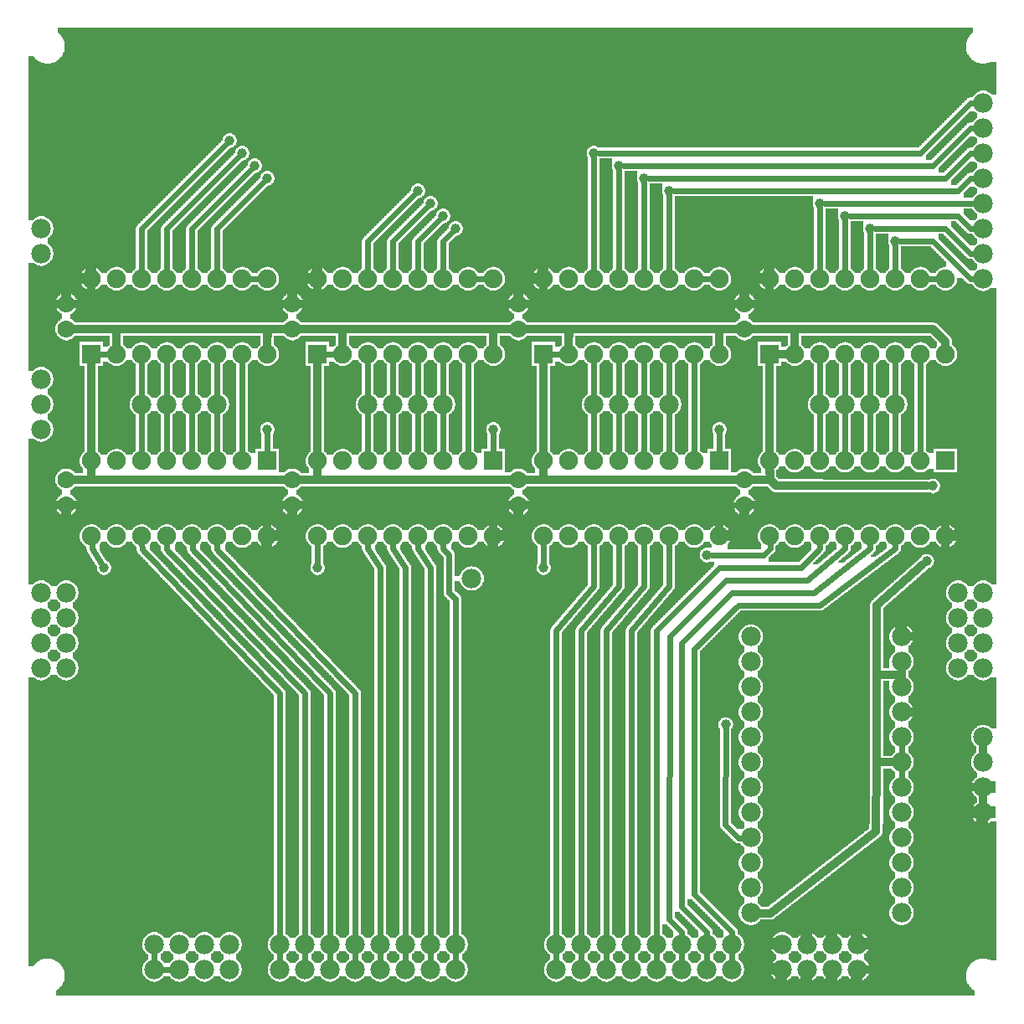
<source format=gbl>
G04 MADE WITH FRITZING*
G04 WWW.FRITZING.ORG*
G04 DOUBLE SIDED*
G04 HOLES PLATED*
G04 CONTOUR ON CENTER OF CONTOUR VECTOR*
%ASAXBY*%
%FSLAX23Y23*%
%MOIN*%
%OFA0B0*%
%SFA1.0B1.0*%
%ADD10C,0.075000*%
%ADD11C,0.039370*%
%ADD12C,0.078000*%
%ADD13C,0.070000*%
%ADD14R,0.075000X0.075000*%
%ADD15C,0.024000*%
%ADD16C,0.032000*%
%LNCOPPER0*%
G90*
G70*
G54D10*
X982Y2468D03*
X1882Y2468D03*
X2782Y2468D03*
X378Y2469D03*
X1278Y2469D03*
X2178Y2469D03*
X3078Y2469D03*
X250Y3834D03*
G54D11*
X3616Y1770D03*
G54D12*
X1805Y1701D03*
X2141Y145D03*
X2241Y145D03*
X2341Y145D03*
X2441Y145D03*
X2541Y145D03*
X2641Y145D03*
X2741Y145D03*
X2841Y145D03*
X1041Y145D03*
X1141Y145D03*
X1241Y145D03*
X1341Y145D03*
X1441Y145D03*
X1541Y145D03*
X1641Y145D03*
X1741Y145D03*
X2141Y245D03*
X2241Y245D03*
X2341Y245D03*
X2441Y245D03*
X2541Y245D03*
X2641Y245D03*
X2741Y245D03*
X2841Y245D03*
X1041Y245D03*
X1141Y245D03*
X1241Y245D03*
X1341Y245D03*
X1441Y245D03*
X1541Y245D03*
X1641Y245D03*
X1741Y245D03*
G54D11*
X2816Y1120D03*
X3641Y2070D03*
G54D12*
X3191Y2395D03*
X3291Y2395D03*
X3391Y2395D03*
X3491Y2395D03*
X2291Y2395D03*
X2391Y2395D03*
X2491Y2395D03*
X2591Y2395D03*
X1391Y2395D03*
X1491Y2395D03*
X1591Y2395D03*
X1691Y2395D03*
X491Y2395D03*
X591Y2395D03*
X691Y2395D03*
X791Y2395D03*
G54D11*
X991Y2295D03*
X1891Y2295D03*
X2791Y2295D03*
X1191Y1745D03*
X2091Y1745D03*
X2741Y1795D03*
X341Y1745D03*
X3491Y3045D03*
X3391Y3095D03*
X3291Y3145D03*
X3191Y3195D03*
X2591Y3245D03*
X2491Y3295D03*
X2391Y3345D03*
X2291Y3395D03*
X1741Y3095D03*
X1691Y3145D03*
X1641Y3195D03*
X1591Y3245D03*
X991Y3295D03*
X941Y3345D03*
X891Y3395D03*
X841Y3445D03*
G54D13*
X2891Y1995D03*
X2891Y2095D03*
X1091Y1995D03*
X1091Y2095D03*
X1991Y1995D03*
X1991Y2095D03*
X191Y1995D03*
X191Y2095D03*
X2891Y2695D03*
X2891Y2795D03*
X1991Y2695D03*
X1991Y2795D03*
X1091Y2695D03*
X1091Y2795D03*
X191Y2695D03*
X191Y2795D03*
G54D12*
X541Y145D03*
X641Y145D03*
X741Y145D03*
X841Y145D03*
X541Y245D03*
X641Y245D03*
X741Y245D03*
X841Y245D03*
X3041Y245D03*
X3141Y245D03*
X3241Y245D03*
X3341Y245D03*
X3041Y145D03*
X3141Y145D03*
X3241Y145D03*
X3341Y145D03*
X3841Y3595D03*
X3841Y3495D03*
X3841Y3395D03*
X3841Y3295D03*
X3841Y3195D03*
X3841Y3095D03*
X3841Y2995D03*
X3841Y2895D03*
G54D10*
X2091Y2595D03*
X2091Y2895D03*
X2191Y2595D03*
X2191Y2895D03*
X2291Y2595D03*
X2291Y2895D03*
X2391Y2595D03*
X2391Y2895D03*
X2491Y2595D03*
X2491Y2895D03*
X2591Y2595D03*
X2591Y2895D03*
X2691Y2595D03*
X2691Y2895D03*
X2791Y2595D03*
X2791Y2895D03*
X2991Y2595D03*
X2991Y2895D03*
X3091Y2595D03*
X3091Y2895D03*
X3191Y2595D03*
X3191Y2895D03*
X3291Y2595D03*
X3291Y2895D03*
X3391Y2595D03*
X3391Y2895D03*
X3491Y2595D03*
X3491Y2895D03*
X3591Y2595D03*
X3591Y2895D03*
X3691Y2595D03*
X3691Y2895D03*
X1191Y2595D03*
X1191Y2895D03*
X1291Y2595D03*
X1291Y2895D03*
X1391Y2595D03*
X1391Y2895D03*
X1491Y2595D03*
X1491Y2895D03*
X1591Y2595D03*
X1591Y2895D03*
X1691Y2595D03*
X1691Y2895D03*
X1791Y2595D03*
X1791Y2895D03*
X1891Y2595D03*
X1891Y2895D03*
X291Y2595D03*
X291Y2895D03*
X391Y2595D03*
X391Y2895D03*
X491Y2595D03*
X491Y2895D03*
X591Y2595D03*
X591Y2895D03*
X691Y2595D03*
X691Y2895D03*
X791Y2595D03*
X791Y2895D03*
X891Y2595D03*
X891Y2895D03*
X991Y2595D03*
X991Y2895D03*
G54D12*
X91Y2995D03*
X91Y3095D03*
X91Y2295D03*
X91Y2395D03*
X91Y2495D03*
G54D10*
X3691Y2170D03*
X3691Y1870D03*
X3591Y2170D03*
X3591Y1870D03*
X3491Y2170D03*
X3491Y1870D03*
X3391Y2170D03*
X3391Y1870D03*
X3291Y2170D03*
X3291Y1870D03*
X3191Y2170D03*
X3191Y1870D03*
X3091Y2170D03*
X3091Y1870D03*
X2991Y2170D03*
X2991Y1870D03*
X2791Y2170D03*
X2791Y1870D03*
X2691Y2170D03*
X2691Y1870D03*
X2591Y2170D03*
X2591Y1870D03*
X2491Y2170D03*
X2491Y1870D03*
X2391Y2170D03*
X2391Y1870D03*
X2291Y2170D03*
X2291Y1870D03*
X2191Y2170D03*
X2191Y1870D03*
X2091Y2170D03*
X2091Y1870D03*
X1891Y2170D03*
X1891Y1870D03*
X1791Y2170D03*
X1791Y1870D03*
X1691Y2170D03*
X1691Y1870D03*
X1591Y2170D03*
X1591Y1870D03*
X1491Y2170D03*
X1491Y1870D03*
X1391Y2170D03*
X1391Y1870D03*
X1291Y2170D03*
X1291Y1870D03*
X1191Y2170D03*
X1191Y1870D03*
X991Y2170D03*
X991Y1870D03*
X891Y2170D03*
X891Y1870D03*
X791Y2170D03*
X791Y1870D03*
X691Y2170D03*
X691Y1870D03*
X591Y2170D03*
X591Y1870D03*
X491Y2170D03*
X491Y1870D03*
X391Y2170D03*
X391Y1870D03*
X291Y2170D03*
X291Y1870D03*
G54D12*
X3516Y370D03*
X3516Y470D03*
X3516Y570D03*
X3516Y670D03*
X3516Y770D03*
X3516Y870D03*
X3516Y970D03*
X3516Y1070D03*
X3516Y1170D03*
X3516Y1270D03*
X3516Y1370D03*
X3516Y1470D03*
X2916Y370D03*
X2916Y470D03*
X2916Y570D03*
X2916Y670D03*
X2916Y770D03*
X2916Y870D03*
X2916Y970D03*
X2916Y1070D03*
X2916Y1170D03*
X2916Y1270D03*
X2916Y1370D03*
X2916Y1470D03*
X3841Y1645D03*
X3841Y1545D03*
X3841Y1445D03*
X3841Y1345D03*
X91Y1645D03*
X91Y1545D03*
X91Y1445D03*
X91Y1345D03*
X3741Y1645D03*
X3741Y1545D03*
X3741Y1445D03*
X3741Y1345D03*
X191Y1645D03*
X191Y1545D03*
X191Y1445D03*
X191Y1345D03*
X3841Y1070D03*
X3841Y970D03*
X3841Y870D03*
X3841Y770D03*
G54D14*
X2091Y2595D03*
X2991Y2595D03*
X1191Y2595D03*
X291Y2595D03*
X3691Y2170D03*
X2791Y2170D03*
X1891Y2170D03*
X991Y2170D03*
G54D15*
X2691Y445D02*
X2691Y1420D01*
D02*
X2841Y295D02*
X2691Y445D01*
D02*
X2691Y1420D02*
X2866Y1595D01*
D02*
X2866Y1595D02*
X3191Y1595D01*
D02*
X3191Y1595D02*
X3491Y1820D01*
D02*
X3491Y1820D02*
X3491Y1841D01*
D02*
X2841Y275D02*
X2841Y295D01*
D02*
X2541Y1495D02*
X2791Y1745D01*
D02*
X2791Y1745D02*
X3116Y1745D01*
D02*
X3116Y1745D02*
X3191Y1820D01*
D02*
X3191Y1820D02*
X3191Y1841D01*
D02*
X2541Y275D02*
X2541Y1495D01*
D02*
X2641Y295D02*
X2591Y345D01*
D02*
X2591Y345D02*
X2592Y1470D01*
D02*
X2592Y1470D02*
X2816Y1695D01*
D02*
X2816Y1695D02*
X3141Y1695D01*
D02*
X3141Y1695D02*
X3291Y1820D01*
D02*
X3291Y1820D02*
X3291Y1841D01*
D02*
X2641Y275D02*
X2641Y295D01*
D02*
X2641Y395D02*
X2641Y1444D01*
D02*
X2741Y295D02*
X2641Y395D01*
D02*
X2641Y1444D02*
X2841Y1645D01*
D02*
X2841Y1645D02*
X3166Y1645D01*
D02*
X3166Y1645D02*
X3391Y1820D01*
D02*
X3391Y1820D02*
X3391Y1841D01*
D02*
X2741Y275D02*
X2741Y295D01*
D02*
X2441Y1495D02*
X2591Y1670D01*
D02*
X2591Y1670D02*
X2591Y1841D01*
D02*
X2441Y275D02*
X2441Y1495D01*
D02*
X2341Y1495D02*
X2491Y1670D01*
D02*
X2491Y1670D02*
X2491Y1841D01*
D02*
X2341Y275D02*
X2341Y1495D01*
D02*
X2241Y1495D02*
X2391Y1670D01*
D02*
X2391Y1670D02*
X2391Y1841D01*
D02*
X2241Y275D02*
X2241Y1495D01*
D02*
X2141Y1495D02*
X2291Y1670D01*
D02*
X2291Y1670D02*
X2291Y1841D01*
D02*
X2141Y275D02*
X2141Y1495D01*
D02*
X1715Y1795D02*
X1691Y1820D01*
D02*
X1691Y1820D02*
X1691Y1841D01*
D02*
X1741Y1620D02*
X1715Y1644D01*
D02*
X1715Y1644D02*
X1715Y1795D01*
D02*
X1741Y275D02*
X1741Y1620D01*
D02*
X1641Y1745D02*
X1591Y1820D01*
D02*
X1591Y1820D02*
X1591Y1841D01*
D02*
X1641Y275D02*
X1641Y1745D01*
D02*
X1541Y1745D02*
X1491Y1820D01*
D02*
X1491Y1820D02*
X1491Y1841D01*
D02*
X1541Y275D02*
X1541Y1745D01*
D02*
X1441Y1745D02*
X1391Y1820D01*
D02*
X1391Y1820D02*
X1391Y1841D01*
D02*
X1441Y275D02*
X1441Y1745D01*
D02*
X1341Y1245D02*
X790Y1818D01*
D02*
X790Y1818D02*
X790Y1841D01*
D02*
X1341Y275D02*
X1341Y1245D01*
D02*
X1241Y1245D02*
X692Y1818D01*
D02*
X692Y1818D02*
X692Y1841D01*
D02*
X1241Y275D02*
X1241Y1245D01*
D02*
X1141Y1245D02*
X590Y1818D01*
D02*
X1141Y275D02*
X1141Y1245D01*
D02*
X1041Y1245D02*
X492Y1818D01*
D02*
X1041Y275D02*
X1041Y1245D01*
D02*
X2841Y215D02*
X2841Y175D01*
D02*
X2741Y215D02*
X2741Y175D01*
D02*
X2641Y215D02*
X2641Y175D01*
D02*
X2541Y215D02*
X2541Y175D01*
D02*
X2441Y215D02*
X2441Y175D01*
D02*
X2341Y215D02*
X2341Y175D01*
D02*
X2241Y215D02*
X2241Y175D01*
D02*
X2141Y215D02*
X2141Y175D01*
D02*
X1741Y215D02*
X1741Y175D01*
D02*
X1641Y215D02*
X1641Y175D01*
D02*
X1541Y215D02*
X1541Y175D01*
D02*
X1441Y215D02*
X1441Y175D01*
D02*
X1341Y215D02*
X1341Y175D01*
D02*
X1241Y215D02*
X1241Y175D01*
D02*
X1141Y215D02*
X1141Y175D01*
D02*
X1041Y215D02*
X1041Y175D01*
D02*
X2816Y1101D02*
X2815Y721D01*
G54D16*
D02*
X3616Y1170D02*
X3616Y270D01*
D02*
X3616Y270D02*
X3492Y144D01*
D02*
X3551Y1170D02*
X3616Y1170D01*
D02*
X3492Y144D02*
X3376Y144D01*
D02*
X3616Y1170D02*
X3551Y1170D01*
D02*
X3616Y1470D02*
X3616Y1170D01*
D02*
X3551Y1470D02*
X3616Y1470D01*
D02*
X3415Y695D02*
X2993Y369D01*
D02*
X2993Y369D02*
X2951Y369D01*
D02*
X3416Y970D02*
X3415Y695D01*
D02*
X3480Y970D02*
X3416Y970D01*
D02*
X3416Y1319D02*
X3416Y970D01*
D02*
X3416Y970D02*
X3480Y970D01*
D02*
X3516Y1319D02*
X3416Y1319D01*
D02*
X3516Y1305D02*
X3516Y1319D01*
G54D15*
D02*
X3516Y1000D02*
X3516Y1040D01*
D02*
X3516Y940D02*
X3516Y900D01*
G54D16*
D02*
X3516Y1305D02*
X3516Y1334D01*
G54D15*
D02*
X2815Y721D02*
X2867Y669D01*
D02*
X2867Y669D02*
X2886Y669D01*
G54D16*
D02*
X2991Y2560D02*
X2991Y2204D01*
D02*
X2091Y2204D02*
X2091Y2560D01*
D02*
X1191Y2204D02*
X1191Y2560D01*
D02*
X291Y2204D02*
X291Y2560D01*
D02*
X115Y2043D02*
X115Y2143D01*
D02*
X141Y1995D02*
X115Y2043D01*
D02*
X115Y2143D02*
X193Y2247D01*
D02*
X193Y2246D02*
X192Y2519D01*
D02*
X192Y2519D02*
X115Y2595D01*
D02*
X115Y2595D02*
X115Y2769D01*
D02*
X115Y2769D02*
X141Y2795D01*
D02*
X141Y2795D02*
X159Y2795D01*
D02*
X159Y1995D02*
X141Y1995D01*
D02*
X3692Y1995D02*
X3792Y2121D01*
D02*
X3792Y2121D02*
X3792Y2644D01*
D02*
X3792Y2644D02*
X3641Y2795D01*
D02*
X3641Y2795D02*
X2990Y2795D01*
D02*
X2990Y2795D02*
X2990Y2860D01*
D02*
X3691Y1904D02*
X3692Y1995D01*
D02*
X3516Y1319D02*
X3416Y1319D01*
D02*
X3416Y1319D02*
X3416Y1595D01*
D02*
X3516Y1334D02*
X3516Y1319D01*
D02*
X3416Y1595D02*
X3597Y1753D01*
D02*
X3641Y1495D02*
X3641Y1670D01*
D02*
X3616Y1470D02*
X3641Y1495D01*
D02*
X3641Y1670D02*
X3692Y1744D01*
D02*
X3692Y1744D02*
X3691Y1835D01*
D02*
X3616Y2070D02*
X3016Y2070D01*
D02*
X3016Y2070D02*
X2992Y2095D01*
D02*
X2992Y2095D02*
X2991Y2135D01*
D02*
X3551Y1470D02*
X3616Y1470D01*
G54D15*
D02*
X891Y2198D02*
X891Y2566D01*
D02*
X1791Y2198D02*
X1791Y2566D01*
D02*
X2691Y2198D02*
X2691Y2566D01*
D02*
X3591Y2198D02*
X3591Y2566D01*
D02*
X3491Y2425D02*
X3491Y2566D01*
D02*
X3391Y2425D02*
X3391Y2566D01*
D02*
X3291Y2425D02*
X3291Y2566D01*
D02*
X3191Y2425D02*
X3191Y2566D01*
D02*
X2591Y2425D02*
X2591Y2566D01*
D02*
X2491Y2425D02*
X2491Y2566D01*
D02*
X2391Y2425D02*
X2391Y2566D01*
D02*
X2291Y2425D02*
X2291Y2566D01*
D02*
X1691Y2425D02*
X1691Y2566D01*
D02*
X1591Y2425D02*
X1591Y2566D01*
D02*
X1491Y2425D02*
X1491Y2566D01*
D02*
X1391Y2425D02*
X1391Y2566D01*
D02*
X791Y2425D02*
X791Y2566D01*
D02*
X691Y2425D02*
X691Y2566D01*
D02*
X591Y2425D02*
X591Y2566D01*
D02*
X491Y2425D02*
X491Y2566D01*
D02*
X491Y2365D02*
X491Y2198D01*
D02*
X591Y2365D02*
X591Y2198D01*
D02*
X691Y2365D02*
X691Y2198D01*
D02*
X791Y2365D02*
X791Y2198D01*
D02*
X1391Y2365D02*
X1391Y2198D01*
D02*
X1491Y2365D02*
X1491Y2198D01*
D02*
X1591Y2365D02*
X1591Y2198D01*
D02*
X1691Y2365D02*
X1691Y2198D01*
D02*
X2291Y2365D02*
X2291Y2198D01*
D02*
X2391Y2365D02*
X2391Y2198D01*
D02*
X2491Y2365D02*
X2491Y2198D01*
D02*
X2591Y2365D02*
X2591Y2198D01*
D02*
X3191Y2365D02*
X3191Y2198D01*
D02*
X3291Y2365D02*
X3291Y2198D01*
D02*
X3391Y2365D02*
X3391Y2198D01*
D02*
X3491Y2365D02*
X3491Y2198D01*
D02*
X1891Y2276D02*
X1891Y2198D01*
D02*
X991Y2198D02*
X991Y2276D01*
D02*
X2791Y2276D02*
X2791Y2198D01*
G54D16*
D02*
X291Y2095D02*
X222Y2095D01*
D02*
X291Y2135D02*
X291Y2095D01*
D02*
X291Y2095D02*
X1059Y2095D01*
D02*
X291Y2135D02*
X291Y2095D01*
D02*
X1191Y2095D02*
X1191Y2135D01*
D02*
X1122Y2095D02*
X1191Y2095D01*
D02*
X1191Y2095D02*
X1959Y2095D01*
D02*
X1191Y2135D02*
X1191Y2095D01*
D02*
X2091Y2095D02*
X2091Y2135D01*
D02*
X2022Y2095D02*
X2091Y2095D01*
D02*
X2091Y2095D02*
X2859Y2095D01*
D02*
X2091Y2135D02*
X2091Y2095D01*
D02*
X2992Y2095D02*
X2991Y2170D01*
D02*
X2922Y2095D02*
X2992Y2095D01*
D02*
X991Y1995D02*
X222Y1995D01*
D02*
X991Y1904D02*
X991Y1995D01*
D02*
X991Y1995D02*
X991Y1904D01*
D02*
X1059Y1995D02*
X991Y1995D01*
D02*
X1891Y1995D02*
X1891Y1904D01*
D02*
X1122Y1995D02*
X1891Y1995D01*
D02*
X1891Y1995D02*
X1891Y1904D01*
D02*
X1959Y1995D02*
X1891Y1995D01*
D02*
X2791Y1995D02*
X2791Y1904D01*
D02*
X2022Y1995D02*
X2791Y1995D01*
G54D15*
D02*
X2791Y1995D02*
X2791Y1898D01*
D02*
X2865Y1995D02*
X2791Y1995D01*
G54D16*
D02*
X3692Y1995D02*
X3691Y1904D01*
D02*
X3616Y1995D02*
X3692Y1995D01*
D02*
X2922Y1995D02*
X3616Y1995D01*
G54D15*
D02*
X1191Y1841D02*
X1191Y1764D01*
D02*
X2091Y1764D02*
X2091Y1841D01*
D02*
X2966Y1795D02*
X2993Y1821D01*
D02*
X2760Y1795D02*
X2966Y1795D01*
D02*
X2993Y1821D02*
X2992Y1841D01*
D02*
X293Y1821D02*
X292Y1841D01*
D02*
X331Y1761D02*
X293Y1821D01*
D02*
X3791Y2895D02*
X3811Y2895D01*
D02*
X3641Y3045D02*
X3791Y2895D01*
D02*
X3510Y3045D02*
X3641Y3045D01*
D02*
X3491Y2923D02*
X3491Y3026D01*
D02*
X3691Y3095D02*
X3791Y2995D01*
D02*
X3791Y2995D02*
X3811Y2995D01*
D02*
X3410Y3095D02*
X3691Y3095D01*
D02*
X3391Y2923D02*
X3391Y3076D01*
D02*
X3791Y3095D02*
X3811Y3095D01*
D02*
X3310Y3145D02*
X3741Y3145D01*
D02*
X3741Y3145D02*
X3791Y3095D01*
D02*
X3291Y2923D02*
X3291Y3126D01*
D02*
X3210Y3195D02*
X3811Y3195D01*
D02*
X3191Y2923D02*
X3191Y3176D01*
D02*
X3741Y3245D02*
X3791Y3295D01*
D02*
X2610Y3245D02*
X3741Y3245D01*
D02*
X3791Y3295D02*
X3811Y3295D01*
D02*
X2591Y2923D02*
X2591Y3226D01*
D02*
X3691Y3295D02*
X3791Y3395D01*
D02*
X2510Y3295D02*
X3691Y3295D01*
D02*
X3791Y3395D02*
X3811Y3395D01*
D02*
X2491Y2923D02*
X2491Y3276D01*
D02*
X3641Y3345D02*
X3791Y3495D01*
D02*
X2410Y3345D02*
X3641Y3345D01*
D02*
X3791Y3495D02*
X3811Y3495D01*
D02*
X2391Y2923D02*
X2391Y3326D01*
D02*
X3591Y3395D02*
X3791Y3595D01*
D02*
X2310Y3395D02*
X3591Y3395D01*
D02*
X3791Y3595D02*
X3811Y3595D01*
D02*
X2291Y2923D02*
X2291Y3376D01*
D02*
X1691Y3045D02*
X1691Y2945D01*
D02*
X1691Y2945D02*
X1691Y2923D01*
D02*
X1727Y3081D02*
X1691Y3045D01*
D02*
X1591Y3045D02*
X1591Y2923D01*
D02*
X1677Y3131D02*
X1591Y3045D01*
D02*
X1491Y3045D02*
X1491Y2923D01*
D02*
X1627Y3181D02*
X1491Y3045D01*
D02*
X1391Y3045D02*
X1391Y2923D01*
D02*
X1577Y3231D02*
X1391Y3045D01*
D02*
X977Y3281D02*
X791Y3095D01*
D02*
X791Y3095D02*
X791Y2923D01*
D02*
X691Y3095D02*
X927Y3331D01*
D02*
X691Y2923D02*
X691Y3095D01*
D02*
X591Y3095D02*
X877Y3381D01*
D02*
X591Y2923D02*
X591Y3095D01*
D02*
X491Y3095D02*
X491Y2923D01*
D02*
X827Y3431D02*
X491Y3095D01*
D02*
X3619Y2895D02*
X3662Y2895D01*
D02*
X2719Y2895D02*
X2762Y2895D01*
D02*
X1819Y2895D02*
X1862Y2895D01*
D02*
X919Y2895D02*
X962Y2895D01*
G54D16*
D02*
X3025Y2595D02*
X3057Y2595D01*
G54D15*
D02*
X2119Y2595D02*
X2162Y2595D01*
D02*
X1219Y2595D02*
X1262Y2595D01*
D02*
X319Y2595D02*
X362Y2595D01*
G54D16*
D02*
X3090Y2695D02*
X3641Y2695D01*
D02*
X3641Y2695D02*
X3691Y2645D01*
D02*
X3691Y2645D02*
X3691Y2629D01*
D02*
X3090Y2629D02*
X3090Y2695D01*
D02*
X3090Y2695D02*
X2922Y2695D01*
D02*
X2790Y2695D02*
X2790Y2629D01*
D02*
X2859Y2695D02*
X2790Y2695D01*
D02*
X2190Y2695D02*
X2190Y2629D01*
D02*
X2790Y2695D02*
X2190Y2695D01*
D02*
X2790Y2629D02*
X2790Y2695D01*
D02*
X2192Y2695D02*
X2022Y2695D01*
D02*
X2191Y2629D02*
X2192Y2695D01*
D02*
X1890Y2695D02*
X1890Y2629D01*
D02*
X1959Y2695D02*
X1890Y2695D01*
D02*
X1290Y2695D02*
X1290Y2629D01*
D02*
X1890Y2695D02*
X1290Y2695D01*
D02*
X1890Y2629D02*
X1890Y2695D01*
D02*
X1290Y2695D02*
X1122Y2695D01*
D02*
X990Y2695D02*
X990Y2629D01*
D02*
X1059Y2695D02*
X990Y2695D01*
D02*
X390Y2695D02*
X390Y2629D01*
D02*
X992Y2695D02*
X390Y2695D01*
D02*
X991Y2629D02*
X992Y2695D01*
D02*
X390Y2695D02*
X222Y2695D01*
D02*
X292Y2795D02*
X222Y2795D01*
D02*
X291Y2860D02*
X292Y2795D01*
D02*
X290Y2795D02*
X290Y2860D01*
D02*
X1059Y2795D02*
X290Y2795D01*
D02*
X1190Y2795D02*
X1190Y2860D01*
D02*
X1122Y2795D02*
X1190Y2795D01*
D02*
X1190Y2795D02*
X1959Y2795D01*
D02*
X1190Y2860D02*
X1190Y2795D01*
D02*
X2092Y2795D02*
X2091Y2860D01*
D02*
X2022Y2795D02*
X2092Y2795D01*
D02*
X2092Y2795D02*
X2859Y2795D01*
D02*
X2091Y2860D02*
X2092Y2795D01*
D02*
X2992Y2795D02*
X2991Y2860D01*
D02*
X2922Y2795D02*
X2992Y2795D01*
G54D15*
D02*
X491Y1841D02*
X492Y1818D01*
D02*
X590Y1841D02*
X590Y1818D01*
D02*
X541Y215D02*
X541Y175D01*
D02*
X611Y145D02*
X571Y145D01*
G54D16*
D02*
X3614Y869D02*
X3805Y870D01*
D02*
X3614Y1168D02*
X3614Y869D01*
D02*
X3551Y1169D02*
X3614Y1168D01*
D02*
X3841Y840D02*
X3841Y800D01*
D02*
X3841Y1000D02*
X3841Y1040D01*
G36*
X3788Y3561D02*
X3788Y3559D01*
X3786Y3559D01*
X3786Y3557D01*
X3784Y3557D01*
X3784Y3555D01*
X3782Y3555D01*
X3782Y3553D01*
X3780Y3553D01*
X3780Y3551D01*
X3778Y3551D01*
X3778Y3549D01*
X3776Y3549D01*
X3776Y3547D01*
X3774Y3547D01*
X3774Y3545D01*
X3772Y3545D01*
X3772Y3543D01*
X3770Y3543D01*
X3770Y3541D01*
X3768Y3541D01*
X3768Y3539D01*
X3766Y3539D01*
X3766Y3537D01*
X3764Y3537D01*
X3764Y3535D01*
X3762Y3535D01*
X3762Y3533D01*
X3760Y3533D01*
X3760Y3531D01*
X3758Y3531D01*
X3758Y3529D01*
X3756Y3529D01*
X3756Y3527D01*
X3754Y3527D01*
X3754Y3525D01*
X3752Y3525D01*
X3752Y3523D01*
X3750Y3523D01*
X3750Y3521D01*
X3748Y3521D01*
X3748Y3519D01*
X3746Y3519D01*
X3746Y3517D01*
X3744Y3517D01*
X3744Y3515D01*
X3742Y3515D01*
X3742Y3513D01*
X3740Y3513D01*
X3740Y3511D01*
X3738Y3511D01*
X3738Y3509D01*
X3736Y3509D01*
X3736Y3507D01*
X3734Y3507D01*
X3734Y3505D01*
X3732Y3505D01*
X3732Y3503D01*
X3730Y3503D01*
X3730Y3501D01*
X3728Y3501D01*
X3728Y3499D01*
X3726Y3499D01*
X3726Y3497D01*
X3724Y3497D01*
X3724Y3495D01*
X3722Y3495D01*
X3722Y3493D01*
X3720Y3493D01*
X3720Y3491D01*
X3718Y3491D01*
X3718Y3489D01*
X3716Y3489D01*
X3716Y3487D01*
X3714Y3487D01*
X3714Y3485D01*
X3712Y3485D01*
X3712Y3483D01*
X3710Y3483D01*
X3710Y3481D01*
X3708Y3481D01*
X3708Y3479D01*
X3706Y3479D01*
X3706Y3477D01*
X3704Y3477D01*
X3704Y3475D01*
X3702Y3475D01*
X3702Y3473D01*
X3700Y3473D01*
X3700Y3471D01*
X3698Y3471D01*
X3698Y3469D01*
X3696Y3469D01*
X3696Y3467D01*
X3694Y3467D01*
X3694Y3465D01*
X3692Y3465D01*
X3692Y3463D01*
X3690Y3463D01*
X3690Y3461D01*
X3688Y3461D01*
X3688Y3459D01*
X3686Y3459D01*
X3686Y3457D01*
X3684Y3457D01*
X3684Y3455D01*
X3682Y3455D01*
X3682Y3453D01*
X3680Y3453D01*
X3680Y3451D01*
X3678Y3451D01*
X3678Y3449D01*
X3676Y3449D01*
X3676Y3447D01*
X3674Y3447D01*
X3674Y3445D01*
X3672Y3445D01*
X3672Y3443D01*
X3670Y3443D01*
X3670Y3441D01*
X3668Y3441D01*
X3668Y3439D01*
X3666Y3439D01*
X3666Y3437D01*
X3664Y3437D01*
X3664Y3435D01*
X3662Y3435D01*
X3662Y3433D01*
X3660Y3433D01*
X3660Y3431D01*
X3658Y3431D01*
X3658Y3429D01*
X3656Y3429D01*
X3656Y3427D01*
X3654Y3427D01*
X3654Y3425D01*
X3652Y3425D01*
X3652Y3423D01*
X3650Y3423D01*
X3650Y3421D01*
X3648Y3421D01*
X3648Y3419D01*
X3646Y3419D01*
X3646Y3417D01*
X3644Y3417D01*
X3644Y3415D01*
X3642Y3415D01*
X3642Y3413D01*
X3640Y3413D01*
X3640Y3411D01*
X3638Y3411D01*
X3638Y3409D01*
X3636Y3409D01*
X3636Y3407D01*
X3634Y3407D01*
X3634Y3405D01*
X3632Y3405D01*
X3632Y3403D01*
X3630Y3403D01*
X3630Y3401D01*
X3628Y3401D01*
X3628Y3399D01*
X3626Y3399D01*
X3626Y3397D01*
X3624Y3397D01*
X3624Y3395D01*
X3622Y3395D01*
X3622Y3393D01*
X3620Y3393D01*
X3620Y3391D01*
X3618Y3391D01*
X3618Y3389D01*
X3616Y3389D01*
X3616Y3387D01*
X3614Y3387D01*
X3614Y3367D01*
X3634Y3367D01*
X3634Y3369D01*
X3636Y3369D01*
X3636Y3371D01*
X3638Y3371D01*
X3638Y3373D01*
X3640Y3373D01*
X3640Y3375D01*
X3642Y3375D01*
X3642Y3377D01*
X3644Y3377D01*
X3644Y3379D01*
X3646Y3379D01*
X3646Y3381D01*
X3648Y3381D01*
X3648Y3383D01*
X3650Y3383D01*
X3650Y3385D01*
X3652Y3385D01*
X3652Y3387D01*
X3654Y3387D01*
X3654Y3389D01*
X3656Y3389D01*
X3656Y3391D01*
X3658Y3391D01*
X3658Y3393D01*
X3660Y3393D01*
X3660Y3395D01*
X3662Y3395D01*
X3662Y3397D01*
X3664Y3397D01*
X3664Y3399D01*
X3666Y3399D01*
X3666Y3401D01*
X3668Y3401D01*
X3668Y3403D01*
X3670Y3403D01*
X3670Y3405D01*
X3672Y3405D01*
X3672Y3407D01*
X3674Y3407D01*
X3674Y3409D01*
X3676Y3409D01*
X3676Y3411D01*
X3678Y3411D01*
X3678Y3413D01*
X3680Y3413D01*
X3680Y3415D01*
X3682Y3415D01*
X3682Y3417D01*
X3684Y3417D01*
X3684Y3419D01*
X3686Y3419D01*
X3686Y3421D01*
X3688Y3421D01*
X3688Y3423D01*
X3690Y3423D01*
X3690Y3425D01*
X3692Y3425D01*
X3692Y3427D01*
X3694Y3427D01*
X3694Y3429D01*
X3696Y3429D01*
X3696Y3431D01*
X3698Y3431D01*
X3698Y3433D01*
X3700Y3433D01*
X3700Y3435D01*
X3702Y3435D01*
X3702Y3437D01*
X3704Y3437D01*
X3704Y3439D01*
X3706Y3439D01*
X3706Y3441D01*
X3708Y3441D01*
X3708Y3443D01*
X3710Y3443D01*
X3710Y3445D01*
X3712Y3445D01*
X3712Y3447D01*
X3714Y3447D01*
X3714Y3449D01*
X3716Y3449D01*
X3716Y3451D01*
X3718Y3451D01*
X3718Y3453D01*
X3720Y3453D01*
X3720Y3455D01*
X3722Y3455D01*
X3722Y3457D01*
X3724Y3457D01*
X3724Y3459D01*
X3726Y3459D01*
X3726Y3461D01*
X3728Y3461D01*
X3728Y3463D01*
X3730Y3463D01*
X3730Y3465D01*
X3732Y3465D01*
X3732Y3467D01*
X3734Y3467D01*
X3734Y3469D01*
X3736Y3469D01*
X3736Y3471D01*
X3738Y3471D01*
X3738Y3473D01*
X3740Y3473D01*
X3740Y3475D01*
X3742Y3475D01*
X3742Y3477D01*
X3744Y3477D01*
X3744Y3479D01*
X3746Y3479D01*
X3746Y3481D01*
X3748Y3481D01*
X3748Y3483D01*
X3750Y3483D01*
X3750Y3485D01*
X3752Y3485D01*
X3752Y3487D01*
X3754Y3487D01*
X3754Y3489D01*
X3756Y3489D01*
X3756Y3491D01*
X3758Y3491D01*
X3758Y3493D01*
X3760Y3493D01*
X3760Y3495D01*
X3762Y3495D01*
X3762Y3497D01*
X3764Y3497D01*
X3764Y3499D01*
X3766Y3499D01*
X3766Y3501D01*
X3768Y3501D01*
X3768Y3503D01*
X3770Y3503D01*
X3770Y3505D01*
X3772Y3505D01*
X3772Y3507D01*
X3774Y3507D01*
X3774Y3509D01*
X3776Y3509D01*
X3776Y3511D01*
X3778Y3511D01*
X3778Y3513D01*
X3780Y3513D01*
X3780Y3515D01*
X3786Y3515D01*
X3786Y3517D01*
X3800Y3517D01*
X3800Y3521D01*
X3802Y3521D01*
X3802Y3523D01*
X3804Y3523D01*
X3804Y3525D01*
X3806Y3525D01*
X3806Y3527D01*
X3808Y3527D01*
X3808Y3529D01*
X3810Y3529D01*
X3810Y3531D01*
X3812Y3531D01*
X3812Y3533D01*
X3814Y3533D01*
X3814Y3535D01*
X3816Y3535D01*
X3816Y3555D01*
X3814Y3555D01*
X3814Y3557D01*
X3810Y3557D01*
X3810Y3559D01*
X3808Y3559D01*
X3808Y3561D01*
X3788Y3561D01*
G37*
D02*
G36*
X3788Y3461D02*
X3788Y3459D01*
X3786Y3459D01*
X3786Y3457D01*
X3784Y3457D01*
X3784Y3455D01*
X3782Y3455D01*
X3782Y3453D01*
X3780Y3453D01*
X3780Y3451D01*
X3778Y3451D01*
X3778Y3449D01*
X3776Y3449D01*
X3776Y3447D01*
X3774Y3447D01*
X3774Y3445D01*
X3772Y3445D01*
X3772Y3443D01*
X3770Y3443D01*
X3770Y3441D01*
X3768Y3441D01*
X3768Y3439D01*
X3766Y3439D01*
X3766Y3437D01*
X3764Y3437D01*
X3764Y3435D01*
X3762Y3435D01*
X3762Y3433D01*
X3760Y3433D01*
X3760Y3431D01*
X3758Y3431D01*
X3758Y3429D01*
X3756Y3429D01*
X3756Y3427D01*
X3754Y3427D01*
X3754Y3425D01*
X3752Y3425D01*
X3752Y3423D01*
X3750Y3423D01*
X3750Y3421D01*
X3748Y3421D01*
X3748Y3419D01*
X3746Y3419D01*
X3746Y3417D01*
X3744Y3417D01*
X3744Y3415D01*
X3742Y3415D01*
X3742Y3413D01*
X3740Y3413D01*
X3740Y3411D01*
X3738Y3411D01*
X3738Y3409D01*
X3736Y3409D01*
X3736Y3407D01*
X3734Y3407D01*
X3734Y3405D01*
X3732Y3405D01*
X3732Y3403D01*
X3730Y3403D01*
X3730Y3401D01*
X3728Y3401D01*
X3728Y3399D01*
X3726Y3399D01*
X3726Y3397D01*
X3724Y3397D01*
X3724Y3395D01*
X3722Y3395D01*
X3722Y3393D01*
X3720Y3393D01*
X3720Y3391D01*
X3718Y3391D01*
X3718Y3389D01*
X3716Y3389D01*
X3716Y3387D01*
X3714Y3387D01*
X3714Y3385D01*
X3712Y3385D01*
X3712Y3383D01*
X3710Y3383D01*
X3710Y3381D01*
X3708Y3381D01*
X3708Y3379D01*
X3706Y3379D01*
X3706Y3377D01*
X3704Y3377D01*
X3704Y3375D01*
X3702Y3375D01*
X3702Y3373D01*
X3700Y3373D01*
X3700Y3371D01*
X3698Y3371D01*
X3698Y3369D01*
X3696Y3369D01*
X3696Y3367D01*
X3694Y3367D01*
X3694Y3365D01*
X3692Y3365D01*
X3692Y3363D01*
X3690Y3363D01*
X3690Y3361D01*
X3688Y3361D01*
X3688Y3359D01*
X3686Y3359D01*
X3686Y3357D01*
X3684Y3357D01*
X3684Y3355D01*
X3682Y3355D01*
X3682Y3353D01*
X3680Y3353D01*
X3680Y3351D01*
X3678Y3351D01*
X3678Y3349D01*
X3676Y3349D01*
X3676Y3347D01*
X3674Y3347D01*
X3674Y3345D01*
X3672Y3345D01*
X3672Y3343D01*
X3670Y3343D01*
X3670Y3341D01*
X3668Y3341D01*
X3668Y3339D01*
X3666Y3339D01*
X3666Y3337D01*
X3664Y3337D01*
X3664Y3317D01*
X3684Y3317D01*
X3684Y3319D01*
X3686Y3319D01*
X3686Y3321D01*
X3688Y3321D01*
X3688Y3323D01*
X3690Y3323D01*
X3690Y3325D01*
X3692Y3325D01*
X3692Y3327D01*
X3694Y3327D01*
X3694Y3329D01*
X3696Y3329D01*
X3696Y3331D01*
X3698Y3331D01*
X3698Y3333D01*
X3700Y3333D01*
X3700Y3335D01*
X3702Y3335D01*
X3702Y3337D01*
X3704Y3337D01*
X3704Y3339D01*
X3706Y3339D01*
X3706Y3341D01*
X3708Y3341D01*
X3708Y3343D01*
X3710Y3343D01*
X3710Y3345D01*
X3712Y3345D01*
X3712Y3347D01*
X3714Y3347D01*
X3714Y3349D01*
X3716Y3349D01*
X3716Y3351D01*
X3718Y3351D01*
X3718Y3353D01*
X3720Y3353D01*
X3720Y3355D01*
X3722Y3355D01*
X3722Y3357D01*
X3724Y3357D01*
X3724Y3359D01*
X3726Y3359D01*
X3726Y3361D01*
X3728Y3361D01*
X3728Y3363D01*
X3730Y3363D01*
X3730Y3365D01*
X3732Y3365D01*
X3732Y3367D01*
X3734Y3367D01*
X3734Y3369D01*
X3736Y3369D01*
X3736Y3371D01*
X3738Y3371D01*
X3738Y3373D01*
X3740Y3373D01*
X3740Y3375D01*
X3742Y3375D01*
X3742Y3377D01*
X3744Y3377D01*
X3744Y3379D01*
X3746Y3379D01*
X3746Y3381D01*
X3748Y3381D01*
X3748Y3383D01*
X3750Y3383D01*
X3750Y3385D01*
X3752Y3385D01*
X3752Y3387D01*
X3754Y3387D01*
X3754Y3389D01*
X3756Y3389D01*
X3756Y3391D01*
X3758Y3391D01*
X3758Y3393D01*
X3760Y3393D01*
X3760Y3395D01*
X3762Y3395D01*
X3762Y3397D01*
X3764Y3397D01*
X3764Y3399D01*
X3766Y3399D01*
X3766Y3401D01*
X3768Y3401D01*
X3768Y3403D01*
X3770Y3403D01*
X3770Y3405D01*
X3772Y3405D01*
X3772Y3407D01*
X3774Y3407D01*
X3774Y3409D01*
X3776Y3409D01*
X3776Y3411D01*
X3778Y3411D01*
X3778Y3413D01*
X3780Y3413D01*
X3780Y3415D01*
X3786Y3415D01*
X3786Y3417D01*
X3800Y3417D01*
X3800Y3421D01*
X3802Y3421D01*
X3802Y3423D01*
X3804Y3423D01*
X3804Y3425D01*
X3806Y3425D01*
X3806Y3427D01*
X3808Y3427D01*
X3808Y3429D01*
X3810Y3429D01*
X3810Y3431D01*
X3812Y3431D01*
X3812Y3433D01*
X3814Y3433D01*
X3814Y3435D01*
X3816Y3435D01*
X3816Y3455D01*
X3814Y3455D01*
X3814Y3457D01*
X3810Y3457D01*
X3810Y3459D01*
X3808Y3459D01*
X3808Y3461D01*
X3788Y3461D01*
G37*
D02*
G36*
X2312Y3373D02*
X2312Y2935D01*
X2314Y2935D01*
X2314Y2933D01*
X2318Y2933D01*
X2318Y2931D01*
X2320Y2931D01*
X2320Y2929D01*
X2322Y2929D01*
X2322Y2927D01*
X2324Y2927D01*
X2324Y2925D01*
X2326Y2925D01*
X2326Y2923D01*
X2328Y2923D01*
X2328Y2921D01*
X2330Y2921D01*
X2330Y2917D01*
X2350Y2917D01*
X2350Y2919D01*
X2352Y2919D01*
X2352Y2921D01*
X2354Y2921D01*
X2354Y2923D01*
X2356Y2923D01*
X2356Y2925D01*
X2358Y2925D01*
X2358Y2927D01*
X2360Y2927D01*
X2360Y2929D01*
X2362Y2929D01*
X2362Y2931D01*
X2364Y2931D01*
X2364Y2933D01*
X2366Y2933D01*
X2366Y2935D01*
X2368Y2935D01*
X2368Y3329D01*
X2366Y3329D01*
X2366Y3331D01*
X2364Y3331D01*
X2364Y3335D01*
X2362Y3335D01*
X2362Y3353D01*
X2364Y3353D01*
X2364Y3373D01*
X2312Y3373D01*
G37*
D02*
G36*
X3788Y3361D02*
X3788Y3359D01*
X3786Y3359D01*
X3786Y3357D01*
X3784Y3357D01*
X3784Y3355D01*
X3782Y3355D01*
X3782Y3353D01*
X3780Y3353D01*
X3780Y3351D01*
X3778Y3351D01*
X3778Y3349D01*
X3776Y3349D01*
X3776Y3347D01*
X3774Y3347D01*
X3774Y3345D01*
X3772Y3345D01*
X3772Y3343D01*
X3770Y3343D01*
X3770Y3341D01*
X3768Y3341D01*
X3768Y3339D01*
X3766Y3339D01*
X3766Y3337D01*
X3764Y3337D01*
X3764Y3335D01*
X3762Y3335D01*
X3762Y3333D01*
X3760Y3333D01*
X3760Y3331D01*
X3758Y3331D01*
X3758Y3329D01*
X3756Y3329D01*
X3756Y3327D01*
X3754Y3327D01*
X3754Y3325D01*
X3752Y3325D01*
X3752Y3323D01*
X3750Y3323D01*
X3750Y3321D01*
X3748Y3321D01*
X3748Y3319D01*
X3746Y3319D01*
X3746Y3317D01*
X3744Y3317D01*
X3744Y3315D01*
X3742Y3315D01*
X3742Y3313D01*
X3740Y3313D01*
X3740Y3311D01*
X3738Y3311D01*
X3738Y3309D01*
X3736Y3309D01*
X3736Y3307D01*
X3734Y3307D01*
X3734Y3305D01*
X3732Y3305D01*
X3732Y3303D01*
X3730Y3303D01*
X3730Y3301D01*
X3728Y3301D01*
X3728Y3299D01*
X3726Y3299D01*
X3726Y3297D01*
X3724Y3297D01*
X3724Y3295D01*
X3722Y3295D01*
X3722Y3293D01*
X3720Y3293D01*
X3720Y3291D01*
X3718Y3291D01*
X3718Y3289D01*
X3716Y3289D01*
X3716Y3287D01*
X3714Y3287D01*
X3714Y3267D01*
X3734Y3267D01*
X3734Y3269D01*
X3736Y3269D01*
X3736Y3271D01*
X3738Y3271D01*
X3738Y3273D01*
X3740Y3273D01*
X3740Y3275D01*
X3742Y3275D01*
X3742Y3277D01*
X3744Y3277D01*
X3744Y3279D01*
X3746Y3279D01*
X3746Y3281D01*
X3748Y3281D01*
X3748Y3283D01*
X3750Y3283D01*
X3750Y3285D01*
X3752Y3285D01*
X3752Y3287D01*
X3754Y3287D01*
X3754Y3289D01*
X3756Y3289D01*
X3756Y3291D01*
X3758Y3291D01*
X3758Y3293D01*
X3760Y3293D01*
X3760Y3295D01*
X3762Y3295D01*
X3762Y3297D01*
X3764Y3297D01*
X3764Y3299D01*
X3766Y3299D01*
X3766Y3301D01*
X3768Y3301D01*
X3768Y3303D01*
X3770Y3303D01*
X3770Y3305D01*
X3772Y3305D01*
X3772Y3307D01*
X3774Y3307D01*
X3774Y3309D01*
X3776Y3309D01*
X3776Y3311D01*
X3778Y3311D01*
X3778Y3313D01*
X3780Y3313D01*
X3780Y3315D01*
X3786Y3315D01*
X3786Y3317D01*
X3800Y3317D01*
X3800Y3321D01*
X3802Y3321D01*
X3802Y3323D01*
X3804Y3323D01*
X3804Y3325D01*
X3806Y3325D01*
X3806Y3327D01*
X3808Y3327D01*
X3808Y3329D01*
X3810Y3329D01*
X3810Y3331D01*
X3812Y3331D01*
X3812Y3333D01*
X3814Y3333D01*
X3814Y3335D01*
X3816Y3335D01*
X3816Y3355D01*
X3814Y3355D01*
X3814Y3357D01*
X3810Y3357D01*
X3810Y3359D01*
X3808Y3359D01*
X3808Y3361D01*
X3788Y3361D01*
G37*
D02*
G36*
X2412Y3323D02*
X2412Y2935D01*
X2414Y2935D01*
X2414Y2933D01*
X2418Y2933D01*
X2418Y2931D01*
X2420Y2931D01*
X2420Y2929D01*
X2422Y2929D01*
X2422Y2927D01*
X2424Y2927D01*
X2424Y2925D01*
X2426Y2925D01*
X2426Y2923D01*
X2428Y2923D01*
X2428Y2921D01*
X2430Y2921D01*
X2430Y2917D01*
X2450Y2917D01*
X2450Y2919D01*
X2452Y2919D01*
X2452Y2921D01*
X2454Y2921D01*
X2454Y2923D01*
X2456Y2923D01*
X2456Y2925D01*
X2458Y2925D01*
X2458Y2927D01*
X2460Y2927D01*
X2460Y2929D01*
X2462Y2929D01*
X2462Y2931D01*
X2464Y2931D01*
X2464Y2933D01*
X2466Y2933D01*
X2466Y2935D01*
X2468Y2935D01*
X2468Y3279D01*
X2466Y3279D01*
X2466Y3281D01*
X2464Y3281D01*
X2464Y3285D01*
X2462Y3285D01*
X2462Y3303D01*
X2464Y3303D01*
X2464Y3323D01*
X2412Y3323D01*
G37*
D02*
G36*
X2512Y3273D02*
X2512Y2935D01*
X2514Y2935D01*
X2514Y2933D01*
X2518Y2933D01*
X2518Y2931D01*
X2520Y2931D01*
X2520Y2929D01*
X2522Y2929D01*
X2522Y2927D01*
X2524Y2927D01*
X2524Y2925D01*
X2526Y2925D01*
X2526Y2923D01*
X2528Y2923D01*
X2528Y2921D01*
X2530Y2921D01*
X2530Y2917D01*
X2550Y2917D01*
X2550Y2919D01*
X2552Y2919D01*
X2552Y2921D01*
X2554Y2921D01*
X2554Y2923D01*
X2556Y2923D01*
X2556Y2925D01*
X2558Y2925D01*
X2558Y2927D01*
X2560Y2927D01*
X2560Y2929D01*
X2562Y2929D01*
X2562Y2931D01*
X2564Y2931D01*
X2564Y2933D01*
X2566Y2933D01*
X2566Y2935D01*
X2568Y2935D01*
X2568Y3229D01*
X2566Y3229D01*
X2566Y3231D01*
X2564Y3231D01*
X2564Y3235D01*
X2562Y3235D01*
X2562Y3253D01*
X2564Y3253D01*
X2564Y3273D01*
X2512Y3273D01*
G37*
D02*
G36*
X3788Y3261D02*
X3788Y3259D01*
X3786Y3259D01*
X3786Y3257D01*
X3784Y3257D01*
X3784Y3255D01*
X3782Y3255D01*
X3782Y3253D01*
X3780Y3253D01*
X3780Y3251D01*
X3778Y3251D01*
X3778Y3249D01*
X3776Y3249D01*
X3776Y3247D01*
X3774Y3247D01*
X3774Y3245D01*
X3772Y3245D01*
X3772Y3243D01*
X3770Y3243D01*
X3770Y3241D01*
X3768Y3241D01*
X3768Y3239D01*
X3766Y3239D01*
X3766Y3237D01*
X3764Y3237D01*
X3764Y3217D01*
X3800Y3217D01*
X3800Y3221D01*
X3802Y3221D01*
X3802Y3223D01*
X3804Y3223D01*
X3804Y3225D01*
X3806Y3225D01*
X3806Y3227D01*
X3808Y3227D01*
X3808Y3229D01*
X3810Y3229D01*
X3810Y3231D01*
X3812Y3231D01*
X3812Y3233D01*
X3814Y3233D01*
X3814Y3235D01*
X3816Y3235D01*
X3816Y3255D01*
X3814Y3255D01*
X3814Y3257D01*
X3810Y3257D01*
X3810Y3259D01*
X3808Y3259D01*
X3808Y3261D01*
X3788Y3261D01*
G37*
D02*
G36*
X3212Y3173D02*
X3212Y2935D01*
X3214Y2935D01*
X3214Y2933D01*
X3218Y2933D01*
X3218Y2931D01*
X3220Y2931D01*
X3220Y2929D01*
X3222Y2929D01*
X3222Y2927D01*
X3224Y2927D01*
X3224Y2925D01*
X3226Y2925D01*
X3226Y2923D01*
X3228Y2923D01*
X3228Y2921D01*
X3230Y2921D01*
X3230Y2917D01*
X3250Y2917D01*
X3250Y2919D01*
X3252Y2919D01*
X3252Y2921D01*
X3254Y2921D01*
X3254Y2923D01*
X3256Y2923D01*
X3256Y2925D01*
X3258Y2925D01*
X3258Y2927D01*
X3260Y2927D01*
X3260Y2929D01*
X3262Y2929D01*
X3262Y2931D01*
X3264Y2931D01*
X3264Y2933D01*
X3266Y2933D01*
X3266Y2935D01*
X3268Y2935D01*
X3268Y3129D01*
X3266Y3129D01*
X3266Y3131D01*
X3264Y3131D01*
X3264Y3135D01*
X3262Y3135D01*
X3262Y3153D01*
X3264Y3153D01*
X3264Y3173D01*
X3212Y3173D01*
G37*
D02*
G36*
X3762Y3173D02*
X3762Y3153D01*
X3764Y3153D01*
X3764Y3151D01*
X3766Y3151D01*
X3766Y3149D01*
X3768Y3149D01*
X3768Y3147D01*
X3770Y3147D01*
X3770Y3145D01*
X3772Y3145D01*
X3772Y3143D01*
X3774Y3143D01*
X3774Y3141D01*
X3776Y3141D01*
X3776Y3139D01*
X3778Y3139D01*
X3778Y3137D01*
X3780Y3137D01*
X3780Y3135D01*
X3782Y3135D01*
X3782Y3133D01*
X3784Y3133D01*
X3784Y3131D01*
X3786Y3131D01*
X3786Y3129D01*
X3788Y3129D01*
X3788Y3127D01*
X3808Y3127D01*
X3808Y3129D01*
X3810Y3129D01*
X3810Y3131D01*
X3812Y3131D01*
X3812Y3133D01*
X3814Y3133D01*
X3814Y3135D01*
X3816Y3135D01*
X3816Y3155D01*
X3814Y3155D01*
X3814Y3157D01*
X3810Y3157D01*
X3810Y3159D01*
X3808Y3159D01*
X3808Y3161D01*
X3806Y3161D01*
X3806Y3163D01*
X3804Y3163D01*
X3804Y3165D01*
X3802Y3165D01*
X3802Y3169D01*
X3800Y3169D01*
X3800Y3171D01*
X3798Y3171D01*
X3798Y3173D01*
X3762Y3173D01*
G37*
D02*
G36*
X3312Y3123D02*
X3312Y2935D01*
X3314Y2935D01*
X3314Y2933D01*
X3318Y2933D01*
X3318Y2931D01*
X3320Y2931D01*
X3320Y2929D01*
X3322Y2929D01*
X3322Y2927D01*
X3324Y2927D01*
X3324Y2925D01*
X3326Y2925D01*
X3326Y2923D01*
X3328Y2923D01*
X3328Y2921D01*
X3330Y2921D01*
X3330Y2917D01*
X3350Y2917D01*
X3350Y2919D01*
X3352Y2919D01*
X3352Y2921D01*
X3354Y2921D01*
X3354Y2923D01*
X3356Y2923D01*
X3356Y2925D01*
X3358Y2925D01*
X3358Y2927D01*
X3360Y2927D01*
X3360Y2929D01*
X3362Y2929D01*
X3362Y2931D01*
X3364Y2931D01*
X3364Y2933D01*
X3366Y2933D01*
X3366Y2935D01*
X3368Y2935D01*
X3368Y3079D01*
X3366Y3079D01*
X3366Y3081D01*
X3364Y3081D01*
X3364Y3085D01*
X3362Y3085D01*
X3362Y3103D01*
X3364Y3103D01*
X3364Y3123D01*
X3312Y3123D01*
G37*
D02*
G36*
X3712Y3123D02*
X3712Y3103D01*
X3714Y3103D01*
X3714Y3101D01*
X3716Y3101D01*
X3716Y3099D01*
X3718Y3099D01*
X3718Y3097D01*
X3720Y3097D01*
X3720Y3095D01*
X3722Y3095D01*
X3722Y3093D01*
X3724Y3093D01*
X3724Y3091D01*
X3726Y3091D01*
X3726Y3089D01*
X3728Y3089D01*
X3728Y3087D01*
X3730Y3087D01*
X3730Y3085D01*
X3732Y3085D01*
X3732Y3083D01*
X3734Y3083D01*
X3734Y3081D01*
X3736Y3081D01*
X3736Y3079D01*
X3738Y3079D01*
X3738Y3077D01*
X3740Y3077D01*
X3740Y3075D01*
X3742Y3075D01*
X3742Y3073D01*
X3744Y3073D01*
X3744Y3071D01*
X3746Y3071D01*
X3746Y3069D01*
X3748Y3069D01*
X3748Y3067D01*
X3750Y3067D01*
X3750Y3065D01*
X3752Y3065D01*
X3752Y3063D01*
X3754Y3063D01*
X3754Y3061D01*
X3756Y3061D01*
X3756Y3059D01*
X3758Y3059D01*
X3758Y3057D01*
X3760Y3057D01*
X3760Y3055D01*
X3762Y3055D01*
X3762Y3053D01*
X3764Y3053D01*
X3764Y3051D01*
X3766Y3051D01*
X3766Y3049D01*
X3768Y3049D01*
X3768Y3047D01*
X3770Y3047D01*
X3770Y3045D01*
X3772Y3045D01*
X3772Y3043D01*
X3774Y3043D01*
X3774Y3041D01*
X3776Y3041D01*
X3776Y3039D01*
X3778Y3039D01*
X3778Y3037D01*
X3780Y3037D01*
X3780Y3035D01*
X3782Y3035D01*
X3782Y3033D01*
X3784Y3033D01*
X3784Y3031D01*
X3786Y3031D01*
X3786Y3029D01*
X3788Y3029D01*
X3788Y3027D01*
X3808Y3027D01*
X3808Y3029D01*
X3810Y3029D01*
X3810Y3031D01*
X3812Y3031D01*
X3812Y3033D01*
X3814Y3033D01*
X3814Y3035D01*
X3816Y3035D01*
X3816Y3055D01*
X3814Y3055D01*
X3814Y3057D01*
X3810Y3057D01*
X3810Y3059D01*
X3808Y3059D01*
X3808Y3061D01*
X3806Y3061D01*
X3806Y3063D01*
X3804Y3063D01*
X3804Y3065D01*
X3802Y3065D01*
X3802Y3069D01*
X3800Y3069D01*
X3800Y3071D01*
X3798Y3071D01*
X3798Y3073D01*
X3784Y3073D01*
X3784Y3075D01*
X3780Y3075D01*
X3780Y3077D01*
X3776Y3077D01*
X3776Y3079D01*
X3774Y3079D01*
X3774Y3081D01*
X3772Y3081D01*
X3772Y3083D01*
X3770Y3083D01*
X3770Y3085D01*
X3768Y3085D01*
X3768Y3087D01*
X3766Y3087D01*
X3766Y3089D01*
X3764Y3089D01*
X3764Y3091D01*
X3762Y3091D01*
X3762Y3093D01*
X3760Y3093D01*
X3760Y3095D01*
X3758Y3095D01*
X3758Y3097D01*
X3756Y3097D01*
X3756Y3099D01*
X3754Y3099D01*
X3754Y3101D01*
X3752Y3101D01*
X3752Y3103D01*
X3750Y3103D01*
X3750Y3105D01*
X3748Y3105D01*
X3748Y3107D01*
X3746Y3107D01*
X3746Y3109D01*
X3744Y3109D01*
X3744Y3111D01*
X3742Y3111D01*
X3742Y3113D01*
X3740Y3113D01*
X3740Y3115D01*
X3738Y3115D01*
X3738Y3117D01*
X3736Y3117D01*
X3736Y3119D01*
X3734Y3119D01*
X3734Y3121D01*
X3732Y3121D01*
X3732Y3123D01*
X3712Y3123D01*
G37*
D02*
G36*
X3412Y3073D02*
X3412Y2935D01*
X3414Y2935D01*
X3414Y2933D01*
X3418Y2933D01*
X3418Y2931D01*
X3420Y2931D01*
X3420Y2929D01*
X3422Y2929D01*
X3422Y2927D01*
X3424Y2927D01*
X3424Y2925D01*
X3426Y2925D01*
X3426Y2923D01*
X3428Y2923D01*
X3428Y2921D01*
X3430Y2921D01*
X3430Y2917D01*
X3450Y2917D01*
X3450Y2919D01*
X3452Y2919D01*
X3452Y2921D01*
X3454Y2921D01*
X3454Y2923D01*
X3456Y2923D01*
X3456Y2925D01*
X3458Y2925D01*
X3458Y2927D01*
X3460Y2927D01*
X3460Y2929D01*
X3462Y2929D01*
X3462Y2931D01*
X3464Y2931D01*
X3464Y2933D01*
X3466Y2933D01*
X3466Y2935D01*
X3468Y2935D01*
X3468Y3029D01*
X3466Y3029D01*
X3466Y3031D01*
X3464Y3031D01*
X3464Y3035D01*
X3462Y3035D01*
X3462Y3053D01*
X3464Y3053D01*
X3464Y3073D01*
X3412Y3073D01*
G37*
D02*
G36*
X3662Y3073D02*
X3662Y3053D01*
X3664Y3053D01*
X3664Y3051D01*
X3666Y3051D01*
X3666Y3049D01*
X3668Y3049D01*
X3668Y3047D01*
X3670Y3047D01*
X3670Y3045D01*
X3672Y3045D01*
X3672Y3043D01*
X3674Y3043D01*
X3674Y3041D01*
X3676Y3041D01*
X3676Y3039D01*
X3678Y3039D01*
X3678Y3037D01*
X3680Y3037D01*
X3680Y3035D01*
X3682Y3035D01*
X3682Y3033D01*
X3684Y3033D01*
X3684Y3031D01*
X3686Y3031D01*
X3686Y3029D01*
X3688Y3029D01*
X3688Y3027D01*
X3690Y3027D01*
X3690Y3025D01*
X3692Y3025D01*
X3692Y3023D01*
X3694Y3023D01*
X3694Y3021D01*
X3696Y3021D01*
X3696Y3019D01*
X3698Y3019D01*
X3698Y3017D01*
X3700Y3017D01*
X3700Y3015D01*
X3702Y3015D01*
X3702Y3013D01*
X3704Y3013D01*
X3704Y3011D01*
X3706Y3011D01*
X3706Y3009D01*
X3708Y3009D01*
X3708Y3007D01*
X3710Y3007D01*
X3710Y3005D01*
X3712Y3005D01*
X3712Y3003D01*
X3714Y3003D01*
X3714Y3001D01*
X3716Y3001D01*
X3716Y2999D01*
X3718Y2999D01*
X3718Y2997D01*
X3720Y2997D01*
X3720Y2995D01*
X3722Y2995D01*
X3722Y2993D01*
X3724Y2993D01*
X3724Y2991D01*
X3726Y2991D01*
X3726Y2989D01*
X3728Y2989D01*
X3728Y2987D01*
X3730Y2987D01*
X3730Y2985D01*
X3732Y2985D01*
X3732Y2983D01*
X3734Y2983D01*
X3734Y2981D01*
X3736Y2981D01*
X3736Y2979D01*
X3738Y2979D01*
X3738Y2977D01*
X3740Y2977D01*
X3740Y2975D01*
X3742Y2975D01*
X3742Y2973D01*
X3744Y2973D01*
X3744Y2971D01*
X3746Y2971D01*
X3746Y2969D01*
X3748Y2969D01*
X3748Y2967D01*
X3750Y2967D01*
X3750Y2965D01*
X3752Y2965D01*
X3752Y2963D01*
X3754Y2963D01*
X3754Y2961D01*
X3756Y2961D01*
X3756Y2959D01*
X3758Y2959D01*
X3758Y2957D01*
X3760Y2957D01*
X3760Y2955D01*
X3762Y2955D01*
X3762Y2953D01*
X3764Y2953D01*
X3764Y2951D01*
X3766Y2951D01*
X3766Y2949D01*
X3768Y2949D01*
X3768Y2947D01*
X3770Y2947D01*
X3770Y2945D01*
X3772Y2945D01*
X3772Y2943D01*
X3774Y2943D01*
X3774Y2941D01*
X3776Y2941D01*
X3776Y2939D01*
X3778Y2939D01*
X3778Y2937D01*
X3780Y2937D01*
X3780Y2935D01*
X3782Y2935D01*
X3782Y2933D01*
X3784Y2933D01*
X3784Y2931D01*
X3786Y2931D01*
X3786Y2929D01*
X3788Y2929D01*
X3788Y2927D01*
X3808Y2927D01*
X3808Y2929D01*
X3810Y2929D01*
X3810Y2931D01*
X3812Y2931D01*
X3812Y2933D01*
X3814Y2933D01*
X3814Y2935D01*
X3816Y2935D01*
X3816Y2955D01*
X3814Y2955D01*
X3814Y2957D01*
X3810Y2957D01*
X3810Y2959D01*
X3808Y2959D01*
X3808Y2961D01*
X3806Y2961D01*
X3806Y2963D01*
X3804Y2963D01*
X3804Y2965D01*
X3802Y2965D01*
X3802Y2969D01*
X3800Y2969D01*
X3800Y2971D01*
X3798Y2971D01*
X3798Y2973D01*
X3784Y2973D01*
X3784Y2975D01*
X3780Y2975D01*
X3780Y2977D01*
X3776Y2977D01*
X3776Y2979D01*
X3774Y2979D01*
X3774Y2981D01*
X3772Y2981D01*
X3772Y2983D01*
X3770Y2983D01*
X3770Y2985D01*
X3768Y2985D01*
X3768Y2987D01*
X3766Y2987D01*
X3766Y2989D01*
X3764Y2989D01*
X3764Y2991D01*
X3762Y2991D01*
X3762Y2993D01*
X3760Y2993D01*
X3760Y2995D01*
X3758Y2995D01*
X3758Y2997D01*
X3756Y2997D01*
X3756Y2999D01*
X3754Y2999D01*
X3754Y3001D01*
X3752Y3001D01*
X3752Y3003D01*
X3750Y3003D01*
X3750Y3005D01*
X3748Y3005D01*
X3748Y3007D01*
X3746Y3007D01*
X3746Y3009D01*
X3744Y3009D01*
X3744Y3011D01*
X3742Y3011D01*
X3742Y3013D01*
X3740Y3013D01*
X3740Y3015D01*
X3738Y3015D01*
X3738Y3017D01*
X3736Y3017D01*
X3736Y3019D01*
X3734Y3019D01*
X3734Y3021D01*
X3732Y3021D01*
X3732Y3023D01*
X3730Y3023D01*
X3730Y3025D01*
X3728Y3025D01*
X3728Y3027D01*
X3726Y3027D01*
X3726Y3029D01*
X3724Y3029D01*
X3724Y3031D01*
X3722Y3031D01*
X3722Y3033D01*
X3720Y3033D01*
X3720Y3035D01*
X3718Y3035D01*
X3718Y3037D01*
X3716Y3037D01*
X3716Y3039D01*
X3714Y3039D01*
X3714Y3041D01*
X3712Y3041D01*
X3712Y3043D01*
X3710Y3043D01*
X3710Y3045D01*
X3708Y3045D01*
X3708Y3047D01*
X3706Y3047D01*
X3706Y3049D01*
X3704Y3049D01*
X3704Y3051D01*
X3702Y3051D01*
X3702Y3053D01*
X3700Y3053D01*
X3700Y3055D01*
X3698Y3055D01*
X3698Y3057D01*
X3696Y3057D01*
X3696Y3059D01*
X3694Y3059D01*
X3694Y3061D01*
X3692Y3061D01*
X3692Y3063D01*
X3690Y3063D01*
X3690Y3065D01*
X3688Y3065D01*
X3688Y3067D01*
X3686Y3067D01*
X3686Y3069D01*
X3684Y3069D01*
X3684Y3071D01*
X3682Y3071D01*
X3682Y3073D01*
X3662Y3073D01*
G37*
D02*
G36*
X3512Y3023D02*
X3512Y2943D01*
X3592Y2943D01*
X3592Y2941D01*
X3602Y2941D01*
X3602Y2939D01*
X3608Y2939D01*
X3608Y2937D01*
X3612Y2937D01*
X3612Y2935D01*
X3614Y2935D01*
X3614Y2933D01*
X3618Y2933D01*
X3618Y2931D01*
X3620Y2931D01*
X3620Y2929D01*
X3622Y2929D01*
X3622Y2927D01*
X3624Y2927D01*
X3624Y2925D01*
X3626Y2925D01*
X3626Y2923D01*
X3628Y2923D01*
X3628Y2921D01*
X3630Y2921D01*
X3630Y2917D01*
X3650Y2917D01*
X3650Y2919D01*
X3652Y2919D01*
X3652Y2921D01*
X3654Y2921D01*
X3654Y2923D01*
X3656Y2923D01*
X3656Y2925D01*
X3658Y2925D01*
X3658Y2927D01*
X3660Y2927D01*
X3660Y2929D01*
X3662Y2929D01*
X3662Y2931D01*
X3664Y2931D01*
X3664Y2933D01*
X3666Y2933D01*
X3666Y2935D01*
X3670Y2935D01*
X3670Y2937D01*
X3674Y2937D01*
X3674Y2939D01*
X3680Y2939D01*
X3680Y2941D01*
X3690Y2941D01*
X3690Y2943D01*
X3694Y2943D01*
X3694Y2961D01*
X3692Y2961D01*
X3692Y2963D01*
X3690Y2963D01*
X3690Y2965D01*
X3688Y2965D01*
X3688Y2967D01*
X3686Y2967D01*
X3686Y2969D01*
X3684Y2969D01*
X3684Y2971D01*
X3682Y2971D01*
X3682Y2973D01*
X3680Y2973D01*
X3680Y2975D01*
X3678Y2975D01*
X3678Y2977D01*
X3676Y2977D01*
X3676Y2979D01*
X3674Y2979D01*
X3674Y2981D01*
X3672Y2981D01*
X3672Y2983D01*
X3670Y2983D01*
X3670Y2985D01*
X3668Y2985D01*
X3668Y2987D01*
X3666Y2987D01*
X3666Y2989D01*
X3664Y2989D01*
X3664Y2991D01*
X3662Y2991D01*
X3662Y2993D01*
X3660Y2993D01*
X3660Y2995D01*
X3658Y2995D01*
X3658Y2997D01*
X3656Y2997D01*
X3656Y2999D01*
X3654Y2999D01*
X3654Y3001D01*
X3652Y3001D01*
X3652Y3003D01*
X3650Y3003D01*
X3650Y3005D01*
X3648Y3005D01*
X3648Y3007D01*
X3646Y3007D01*
X3646Y3009D01*
X3644Y3009D01*
X3644Y3011D01*
X3642Y3011D01*
X3642Y3013D01*
X3640Y3013D01*
X3640Y3015D01*
X3638Y3015D01*
X3638Y3017D01*
X3636Y3017D01*
X3636Y3019D01*
X3634Y3019D01*
X3634Y3021D01*
X3632Y3021D01*
X3632Y3023D01*
X3512Y3023D01*
G37*
D02*
G36*
X3512Y2943D02*
X3512Y2935D01*
X3514Y2935D01*
X3514Y2933D01*
X3518Y2933D01*
X3518Y2931D01*
X3520Y2931D01*
X3520Y2929D01*
X3522Y2929D01*
X3522Y2927D01*
X3524Y2927D01*
X3524Y2925D01*
X3526Y2925D01*
X3526Y2923D01*
X3528Y2923D01*
X3528Y2921D01*
X3530Y2921D01*
X3530Y2917D01*
X3550Y2917D01*
X3550Y2919D01*
X3552Y2919D01*
X3552Y2921D01*
X3554Y2921D01*
X3554Y2923D01*
X3556Y2923D01*
X3556Y2925D01*
X3558Y2925D01*
X3558Y2927D01*
X3560Y2927D01*
X3560Y2929D01*
X3562Y2929D01*
X3562Y2931D01*
X3564Y2931D01*
X3564Y2933D01*
X3566Y2933D01*
X3566Y2935D01*
X3570Y2935D01*
X3570Y2937D01*
X3574Y2937D01*
X3574Y2939D01*
X3580Y2939D01*
X3580Y2941D01*
X3590Y2941D01*
X3590Y2943D01*
X3512Y2943D01*
G37*
D02*
G36*
X416Y2669D02*
X416Y2643D01*
X892Y2643D01*
X892Y2641D01*
X902Y2641D01*
X902Y2639D01*
X908Y2639D01*
X908Y2637D01*
X912Y2637D01*
X912Y2635D01*
X914Y2635D01*
X914Y2633D01*
X918Y2633D01*
X918Y2631D01*
X920Y2631D01*
X920Y2629D01*
X922Y2629D01*
X922Y2627D01*
X924Y2627D01*
X924Y2625D01*
X926Y2625D01*
X926Y2623D01*
X928Y2623D01*
X928Y2621D01*
X930Y2621D01*
X930Y2617D01*
X950Y2617D01*
X950Y2619D01*
X952Y2619D01*
X952Y2621D01*
X954Y2621D01*
X954Y2623D01*
X956Y2623D01*
X956Y2625D01*
X958Y2625D01*
X958Y2627D01*
X960Y2627D01*
X960Y2629D01*
X962Y2629D01*
X962Y2631D01*
X964Y2631D01*
X964Y2669D01*
X416Y2669D01*
G37*
D02*
G36*
X416Y2643D02*
X416Y2633D01*
X418Y2633D01*
X418Y2631D01*
X420Y2631D01*
X420Y2629D01*
X422Y2629D01*
X422Y2627D01*
X424Y2627D01*
X424Y2625D01*
X426Y2625D01*
X426Y2623D01*
X428Y2623D01*
X428Y2621D01*
X430Y2621D01*
X430Y2617D01*
X450Y2617D01*
X450Y2619D01*
X452Y2619D01*
X452Y2621D01*
X454Y2621D01*
X454Y2623D01*
X456Y2623D01*
X456Y2625D01*
X458Y2625D01*
X458Y2627D01*
X460Y2627D01*
X460Y2629D01*
X462Y2629D01*
X462Y2631D01*
X464Y2631D01*
X464Y2633D01*
X466Y2633D01*
X466Y2635D01*
X470Y2635D01*
X470Y2637D01*
X474Y2637D01*
X474Y2639D01*
X480Y2639D01*
X480Y2641D01*
X490Y2641D01*
X490Y2643D01*
X416Y2643D01*
G37*
D02*
G36*
X492Y2643D02*
X492Y2641D01*
X502Y2641D01*
X502Y2639D01*
X508Y2639D01*
X508Y2637D01*
X512Y2637D01*
X512Y2635D01*
X514Y2635D01*
X514Y2633D01*
X518Y2633D01*
X518Y2631D01*
X520Y2631D01*
X520Y2629D01*
X522Y2629D01*
X522Y2627D01*
X524Y2627D01*
X524Y2625D01*
X526Y2625D01*
X526Y2623D01*
X528Y2623D01*
X528Y2621D01*
X530Y2621D01*
X530Y2617D01*
X550Y2617D01*
X550Y2619D01*
X552Y2619D01*
X552Y2621D01*
X554Y2621D01*
X554Y2623D01*
X556Y2623D01*
X556Y2625D01*
X558Y2625D01*
X558Y2627D01*
X560Y2627D01*
X560Y2629D01*
X562Y2629D01*
X562Y2631D01*
X564Y2631D01*
X564Y2633D01*
X566Y2633D01*
X566Y2635D01*
X570Y2635D01*
X570Y2637D01*
X574Y2637D01*
X574Y2639D01*
X580Y2639D01*
X580Y2641D01*
X590Y2641D01*
X590Y2643D01*
X492Y2643D01*
G37*
D02*
G36*
X592Y2643D02*
X592Y2641D01*
X602Y2641D01*
X602Y2639D01*
X608Y2639D01*
X608Y2637D01*
X612Y2637D01*
X612Y2635D01*
X614Y2635D01*
X614Y2633D01*
X618Y2633D01*
X618Y2631D01*
X620Y2631D01*
X620Y2629D01*
X622Y2629D01*
X622Y2627D01*
X624Y2627D01*
X624Y2625D01*
X626Y2625D01*
X626Y2623D01*
X628Y2623D01*
X628Y2621D01*
X630Y2621D01*
X630Y2617D01*
X650Y2617D01*
X650Y2619D01*
X652Y2619D01*
X652Y2621D01*
X654Y2621D01*
X654Y2623D01*
X656Y2623D01*
X656Y2625D01*
X658Y2625D01*
X658Y2627D01*
X660Y2627D01*
X660Y2629D01*
X662Y2629D01*
X662Y2631D01*
X664Y2631D01*
X664Y2633D01*
X666Y2633D01*
X666Y2635D01*
X670Y2635D01*
X670Y2637D01*
X674Y2637D01*
X674Y2639D01*
X680Y2639D01*
X680Y2641D01*
X690Y2641D01*
X690Y2643D01*
X592Y2643D01*
G37*
D02*
G36*
X692Y2643D02*
X692Y2641D01*
X702Y2641D01*
X702Y2639D01*
X708Y2639D01*
X708Y2637D01*
X712Y2637D01*
X712Y2635D01*
X714Y2635D01*
X714Y2633D01*
X718Y2633D01*
X718Y2631D01*
X720Y2631D01*
X720Y2629D01*
X722Y2629D01*
X722Y2627D01*
X724Y2627D01*
X724Y2625D01*
X726Y2625D01*
X726Y2623D01*
X728Y2623D01*
X728Y2621D01*
X730Y2621D01*
X730Y2617D01*
X750Y2617D01*
X750Y2619D01*
X752Y2619D01*
X752Y2621D01*
X754Y2621D01*
X754Y2623D01*
X756Y2623D01*
X756Y2625D01*
X758Y2625D01*
X758Y2627D01*
X760Y2627D01*
X760Y2629D01*
X762Y2629D01*
X762Y2631D01*
X764Y2631D01*
X764Y2633D01*
X766Y2633D01*
X766Y2635D01*
X770Y2635D01*
X770Y2637D01*
X774Y2637D01*
X774Y2639D01*
X780Y2639D01*
X780Y2641D01*
X790Y2641D01*
X790Y2643D01*
X692Y2643D01*
G37*
D02*
G36*
X792Y2643D02*
X792Y2641D01*
X802Y2641D01*
X802Y2639D01*
X808Y2639D01*
X808Y2637D01*
X812Y2637D01*
X812Y2635D01*
X814Y2635D01*
X814Y2633D01*
X818Y2633D01*
X818Y2631D01*
X820Y2631D01*
X820Y2629D01*
X822Y2629D01*
X822Y2627D01*
X824Y2627D01*
X824Y2625D01*
X826Y2625D01*
X826Y2623D01*
X828Y2623D01*
X828Y2621D01*
X830Y2621D01*
X830Y2617D01*
X850Y2617D01*
X850Y2619D01*
X852Y2619D01*
X852Y2621D01*
X854Y2621D01*
X854Y2623D01*
X856Y2623D01*
X856Y2625D01*
X858Y2625D01*
X858Y2627D01*
X860Y2627D01*
X860Y2629D01*
X862Y2629D01*
X862Y2631D01*
X864Y2631D01*
X864Y2633D01*
X866Y2633D01*
X866Y2635D01*
X870Y2635D01*
X870Y2637D01*
X874Y2637D01*
X874Y2639D01*
X880Y2639D01*
X880Y2641D01*
X890Y2641D01*
X890Y2643D01*
X792Y2643D01*
G37*
D02*
G36*
X1316Y2669D02*
X1316Y2643D01*
X1792Y2643D01*
X1792Y2641D01*
X1802Y2641D01*
X1802Y2639D01*
X1808Y2639D01*
X1808Y2637D01*
X1812Y2637D01*
X1812Y2635D01*
X1814Y2635D01*
X1814Y2633D01*
X1818Y2633D01*
X1818Y2631D01*
X1820Y2631D01*
X1820Y2629D01*
X1822Y2629D01*
X1822Y2627D01*
X1824Y2627D01*
X1824Y2625D01*
X1826Y2625D01*
X1826Y2623D01*
X1828Y2623D01*
X1828Y2621D01*
X1830Y2621D01*
X1830Y2617D01*
X1850Y2617D01*
X1850Y2619D01*
X1852Y2619D01*
X1852Y2621D01*
X1854Y2621D01*
X1854Y2623D01*
X1856Y2623D01*
X1856Y2625D01*
X1858Y2625D01*
X1858Y2627D01*
X1860Y2627D01*
X1860Y2629D01*
X1862Y2629D01*
X1862Y2631D01*
X1864Y2631D01*
X1864Y2669D01*
X1316Y2669D01*
G37*
D02*
G36*
X1316Y2643D02*
X1316Y2633D01*
X1318Y2633D01*
X1318Y2631D01*
X1320Y2631D01*
X1320Y2629D01*
X1322Y2629D01*
X1322Y2627D01*
X1324Y2627D01*
X1324Y2625D01*
X1326Y2625D01*
X1326Y2623D01*
X1328Y2623D01*
X1328Y2621D01*
X1330Y2621D01*
X1330Y2617D01*
X1350Y2617D01*
X1350Y2619D01*
X1352Y2619D01*
X1352Y2621D01*
X1354Y2621D01*
X1354Y2623D01*
X1356Y2623D01*
X1356Y2625D01*
X1358Y2625D01*
X1358Y2627D01*
X1360Y2627D01*
X1360Y2629D01*
X1362Y2629D01*
X1362Y2631D01*
X1364Y2631D01*
X1364Y2633D01*
X1366Y2633D01*
X1366Y2635D01*
X1370Y2635D01*
X1370Y2637D01*
X1374Y2637D01*
X1374Y2639D01*
X1380Y2639D01*
X1380Y2641D01*
X1390Y2641D01*
X1390Y2643D01*
X1316Y2643D01*
G37*
D02*
G36*
X1392Y2643D02*
X1392Y2641D01*
X1402Y2641D01*
X1402Y2639D01*
X1408Y2639D01*
X1408Y2637D01*
X1412Y2637D01*
X1412Y2635D01*
X1414Y2635D01*
X1414Y2633D01*
X1418Y2633D01*
X1418Y2631D01*
X1420Y2631D01*
X1420Y2629D01*
X1422Y2629D01*
X1422Y2627D01*
X1424Y2627D01*
X1424Y2625D01*
X1426Y2625D01*
X1426Y2623D01*
X1428Y2623D01*
X1428Y2621D01*
X1430Y2621D01*
X1430Y2617D01*
X1450Y2617D01*
X1450Y2619D01*
X1452Y2619D01*
X1452Y2621D01*
X1454Y2621D01*
X1454Y2623D01*
X1456Y2623D01*
X1456Y2625D01*
X1458Y2625D01*
X1458Y2627D01*
X1460Y2627D01*
X1460Y2629D01*
X1462Y2629D01*
X1462Y2631D01*
X1464Y2631D01*
X1464Y2633D01*
X1466Y2633D01*
X1466Y2635D01*
X1470Y2635D01*
X1470Y2637D01*
X1474Y2637D01*
X1474Y2639D01*
X1480Y2639D01*
X1480Y2641D01*
X1490Y2641D01*
X1490Y2643D01*
X1392Y2643D01*
G37*
D02*
G36*
X1492Y2643D02*
X1492Y2641D01*
X1502Y2641D01*
X1502Y2639D01*
X1508Y2639D01*
X1508Y2637D01*
X1512Y2637D01*
X1512Y2635D01*
X1514Y2635D01*
X1514Y2633D01*
X1518Y2633D01*
X1518Y2631D01*
X1520Y2631D01*
X1520Y2629D01*
X1522Y2629D01*
X1522Y2627D01*
X1524Y2627D01*
X1524Y2625D01*
X1526Y2625D01*
X1526Y2623D01*
X1528Y2623D01*
X1528Y2621D01*
X1530Y2621D01*
X1530Y2617D01*
X1550Y2617D01*
X1550Y2619D01*
X1552Y2619D01*
X1552Y2621D01*
X1554Y2621D01*
X1554Y2623D01*
X1556Y2623D01*
X1556Y2625D01*
X1558Y2625D01*
X1558Y2627D01*
X1560Y2627D01*
X1560Y2629D01*
X1562Y2629D01*
X1562Y2631D01*
X1564Y2631D01*
X1564Y2633D01*
X1566Y2633D01*
X1566Y2635D01*
X1570Y2635D01*
X1570Y2637D01*
X1574Y2637D01*
X1574Y2639D01*
X1580Y2639D01*
X1580Y2641D01*
X1590Y2641D01*
X1590Y2643D01*
X1492Y2643D01*
G37*
D02*
G36*
X1592Y2643D02*
X1592Y2641D01*
X1602Y2641D01*
X1602Y2639D01*
X1608Y2639D01*
X1608Y2637D01*
X1612Y2637D01*
X1612Y2635D01*
X1614Y2635D01*
X1614Y2633D01*
X1618Y2633D01*
X1618Y2631D01*
X1620Y2631D01*
X1620Y2629D01*
X1622Y2629D01*
X1622Y2627D01*
X1624Y2627D01*
X1624Y2625D01*
X1626Y2625D01*
X1626Y2623D01*
X1628Y2623D01*
X1628Y2621D01*
X1630Y2621D01*
X1630Y2617D01*
X1650Y2617D01*
X1650Y2619D01*
X1652Y2619D01*
X1652Y2621D01*
X1654Y2621D01*
X1654Y2623D01*
X1656Y2623D01*
X1656Y2625D01*
X1658Y2625D01*
X1658Y2627D01*
X1660Y2627D01*
X1660Y2629D01*
X1662Y2629D01*
X1662Y2631D01*
X1664Y2631D01*
X1664Y2633D01*
X1666Y2633D01*
X1666Y2635D01*
X1670Y2635D01*
X1670Y2637D01*
X1674Y2637D01*
X1674Y2639D01*
X1680Y2639D01*
X1680Y2641D01*
X1690Y2641D01*
X1690Y2643D01*
X1592Y2643D01*
G37*
D02*
G36*
X1692Y2643D02*
X1692Y2641D01*
X1702Y2641D01*
X1702Y2639D01*
X1708Y2639D01*
X1708Y2637D01*
X1712Y2637D01*
X1712Y2635D01*
X1714Y2635D01*
X1714Y2633D01*
X1718Y2633D01*
X1718Y2631D01*
X1720Y2631D01*
X1720Y2629D01*
X1722Y2629D01*
X1722Y2627D01*
X1724Y2627D01*
X1724Y2625D01*
X1726Y2625D01*
X1726Y2623D01*
X1728Y2623D01*
X1728Y2621D01*
X1730Y2621D01*
X1730Y2617D01*
X1750Y2617D01*
X1750Y2619D01*
X1752Y2619D01*
X1752Y2621D01*
X1754Y2621D01*
X1754Y2623D01*
X1756Y2623D01*
X1756Y2625D01*
X1758Y2625D01*
X1758Y2627D01*
X1760Y2627D01*
X1760Y2629D01*
X1762Y2629D01*
X1762Y2631D01*
X1764Y2631D01*
X1764Y2633D01*
X1766Y2633D01*
X1766Y2635D01*
X1770Y2635D01*
X1770Y2637D01*
X1774Y2637D01*
X1774Y2639D01*
X1780Y2639D01*
X1780Y2641D01*
X1790Y2641D01*
X1790Y2643D01*
X1692Y2643D01*
G37*
D02*
G36*
X2218Y2669D02*
X2218Y2643D01*
X2692Y2643D01*
X2692Y2641D01*
X2702Y2641D01*
X2702Y2639D01*
X2708Y2639D01*
X2708Y2637D01*
X2712Y2637D01*
X2712Y2635D01*
X2714Y2635D01*
X2714Y2633D01*
X2718Y2633D01*
X2718Y2631D01*
X2720Y2631D01*
X2720Y2629D01*
X2722Y2629D01*
X2722Y2627D01*
X2724Y2627D01*
X2724Y2625D01*
X2726Y2625D01*
X2726Y2623D01*
X2728Y2623D01*
X2728Y2621D01*
X2730Y2621D01*
X2730Y2617D01*
X2750Y2617D01*
X2750Y2619D01*
X2752Y2619D01*
X2752Y2621D01*
X2754Y2621D01*
X2754Y2623D01*
X2756Y2623D01*
X2756Y2625D01*
X2758Y2625D01*
X2758Y2627D01*
X2760Y2627D01*
X2760Y2629D01*
X2762Y2629D01*
X2762Y2631D01*
X2764Y2631D01*
X2764Y2669D01*
X2218Y2669D01*
G37*
D02*
G36*
X2218Y2643D02*
X2218Y2631D01*
X2220Y2631D01*
X2220Y2629D01*
X2222Y2629D01*
X2222Y2627D01*
X2224Y2627D01*
X2224Y2625D01*
X2226Y2625D01*
X2226Y2623D01*
X2228Y2623D01*
X2228Y2621D01*
X2230Y2621D01*
X2230Y2617D01*
X2250Y2617D01*
X2250Y2619D01*
X2252Y2619D01*
X2252Y2621D01*
X2254Y2621D01*
X2254Y2623D01*
X2256Y2623D01*
X2256Y2625D01*
X2258Y2625D01*
X2258Y2627D01*
X2260Y2627D01*
X2260Y2629D01*
X2262Y2629D01*
X2262Y2631D01*
X2264Y2631D01*
X2264Y2633D01*
X2266Y2633D01*
X2266Y2635D01*
X2270Y2635D01*
X2270Y2637D01*
X2274Y2637D01*
X2274Y2639D01*
X2280Y2639D01*
X2280Y2641D01*
X2290Y2641D01*
X2290Y2643D01*
X2218Y2643D01*
G37*
D02*
G36*
X2292Y2643D02*
X2292Y2641D01*
X2302Y2641D01*
X2302Y2639D01*
X2308Y2639D01*
X2308Y2637D01*
X2312Y2637D01*
X2312Y2635D01*
X2314Y2635D01*
X2314Y2633D01*
X2318Y2633D01*
X2318Y2631D01*
X2320Y2631D01*
X2320Y2629D01*
X2322Y2629D01*
X2322Y2627D01*
X2324Y2627D01*
X2324Y2625D01*
X2326Y2625D01*
X2326Y2623D01*
X2328Y2623D01*
X2328Y2621D01*
X2330Y2621D01*
X2330Y2617D01*
X2350Y2617D01*
X2350Y2619D01*
X2352Y2619D01*
X2352Y2621D01*
X2354Y2621D01*
X2354Y2623D01*
X2356Y2623D01*
X2356Y2625D01*
X2358Y2625D01*
X2358Y2627D01*
X2360Y2627D01*
X2360Y2629D01*
X2362Y2629D01*
X2362Y2631D01*
X2364Y2631D01*
X2364Y2633D01*
X2366Y2633D01*
X2366Y2635D01*
X2370Y2635D01*
X2370Y2637D01*
X2374Y2637D01*
X2374Y2639D01*
X2380Y2639D01*
X2380Y2641D01*
X2390Y2641D01*
X2390Y2643D01*
X2292Y2643D01*
G37*
D02*
G36*
X2392Y2643D02*
X2392Y2641D01*
X2402Y2641D01*
X2402Y2639D01*
X2408Y2639D01*
X2408Y2637D01*
X2412Y2637D01*
X2412Y2635D01*
X2414Y2635D01*
X2414Y2633D01*
X2418Y2633D01*
X2418Y2631D01*
X2420Y2631D01*
X2420Y2629D01*
X2422Y2629D01*
X2422Y2627D01*
X2424Y2627D01*
X2424Y2625D01*
X2426Y2625D01*
X2426Y2623D01*
X2428Y2623D01*
X2428Y2621D01*
X2430Y2621D01*
X2430Y2617D01*
X2450Y2617D01*
X2450Y2619D01*
X2452Y2619D01*
X2452Y2621D01*
X2454Y2621D01*
X2454Y2623D01*
X2456Y2623D01*
X2456Y2625D01*
X2458Y2625D01*
X2458Y2627D01*
X2460Y2627D01*
X2460Y2629D01*
X2462Y2629D01*
X2462Y2631D01*
X2464Y2631D01*
X2464Y2633D01*
X2466Y2633D01*
X2466Y2635D01*
X2470Y2635D01*
X2470Y2637D01*
X2474Y2637D01*
X2474Y2639D01*
X2480Y2639D01*
X2480Y2641D01*
X2490Y2641D01*
X2490Y2643D01*
X2392Y2643D01*
G37*
D02*
G36*
X2492Y2643D02*
X2492Y2641D01*
X2502Y2641D01*
X2502Y2639D01*
X2508Y2639D01*
X2508Y2637D01*
X2512Y2637D01*
X2512Y2635D01*
X2514Y2635D01*
X2514Y2633D01*
X2518Y2633D01*
X2518Y2631D01*
X2520Y2631D01*
X2520Y2629D01*
X2522Y2629D01*
X2522Y2627D01*
X2524Y2627D01*
X2524Y2625D01*
X2526Y2625D01*
X2526Y2623D01*
X2528Y2623D01*
X2528Y2621D01*
X2530Y2621D01*
X2530Y2617D01*
X2550Y2617D01*
X2550Y2619D01*
X2552Y2619D01*
X2552Y2621D01*
X2554Y2621D01*
X2554Y2623D01*
X2556Y2623D01*
X2556Y2625D01*
X2558Y2625D01*
X2558Y2627D01*
X2560Y2627D01*
X2560Y2629D01*
X2562Y2629D01*
X2562Y2631D01*
X2564Y2631D01*
X2564Y2633D01*
X2566Y2633D01*
X2566Y2635D01*
X2570Y2635D01*
X2570Y2637D01*
X2574Y2637D01*
X2574Y2639D01*
X2580Y2639D01*
X2580Y2641D01*
X2590Y2641D01*
X2590Y2643D01*
X2492Y2643D01*
G37*
D02*
G36*
X2592Y2643D02*
X2592Y2641D01*
X2602Y2641D01*
X2602Y2639D01*
X2608Y2639D01*
X2608Y2637D01*
X2612Y2637D01*
X2612Y2635D01*
X2614Y2635D01*
X2614Y2633D01*
X2618Y2633D01*
X2618Y2631D01*
X2620Y2631D01*
X2620Y2629D01*
X2622Y2629D01*
X2622Y2627D01*
X2624Y2627D01*
X2624Y2625D01*
X2626Y2625D01*
X2626Y2623D01*
X2628Y2623D01*
X2628Y2621D01*
X2630Y2621D01*
X2630Y2617D01*
X2650Y2617D01*
X2650Y2619D01*
X2652Y2619D01*
X2652Y2621D01*
X2654Y2621D01*
X2654Y2623D01*
X2656Y2623D01*
X2656Y2625D01*
X2658Y2625D01*
X2658Y2627D01*
X2660Y2627D01*
X2660Y2629D01*
X2662Y2629D01*
X2662Y2631D01*
X2664Y2631D01*
X2664Y2633D01*
X2666Y2633D01*
X2666Y2635D01*
X2670Y2635D01*
X2670Y2637D01*
X2674Y2637D01*
X2674Y2639D01*
X2680Y2639D01*
X2680Y2641D01*
X2690Y2641D01*
X2690Y2643D01*
X2592Y2643D01*
G37*
D02*
G36*
X3116Y2669D02*
X3116Y2643D01*
X3592Y2643D01*
X3592Y2641D01*
X3602Y2641D01*
X3602Y2639D01*
X3608Y2639D01*
X3608Y2637D01*
X3612Y2637D01*
X3612Y2635D01*
X3614Y2635D01*
X3614Y2633D01*
X3618Y2633D01*
X3618Y2631D01*
X3620Y2631D01*
X3620Y2629D01*
X3622Y2629D01*
X3622Y2627D01*
X3624Y2627D01*
X3624Y2625D01*
X3626Y2625D01*
X3626Y2623D01*
X3628Y2623D01*
X3628Y2621D01*
X3630Y2621D01*
X3630Y2617D01*
X3650Y2617D01*
X3650Y2619D01*
X3652Y2619D01*
X3652Y2621D01*
X3654Y2621D01*
X3654Y2623D01*
X3656Y2623D01*
X3656Y2643D01*
X3654Y2643D01*
X3654Y2645D01*
X3652Y2645D01*
X3652Y2647D01*
X3650Y2647D01*
X3650Y2649D01*
X3648Y2649D01*
X3648Y2651D01*
X3646Y2651D01*
X3646Y2653D01*
X3644Y2653D01*
X3644Y2655D01*
X3642Y2655D01*
X3642Y2657D01*
X3640Y2657D01*
X3640Y2659D01*
X3638Y2659D01*
X3638Y2661D01*
X3636Y2661D01*
X3636Y2663D01*
X3634Y2663D01*
X3634Y2665D01*
X3632Y2665D01*
X3632Y2667D01*
X3630Y2667D01*
X3630Y2669D01*
X3116Y2669D01*
G37*
D02*
G36*
X3116Y2643D02*
X3116Y2633D01*
X3118Y2633D01*
X3118Y2631D01*
X3120Y2631D01*
X3120Y2629D01*
X3122Y2629D01*
X3122Y2627D01*
X3124Y2627D01*
X3124Y2625D01*
X3126Y2625D01*
X3126Y2623D01*
X3128Y2623D01*
X3128Y2621D01*
X3130Y2621D01*
X3130Y2617D01*
X3150Y2617D01*
X3150Y2619D01*
X3152Y2619D01*
X3152Y2621D01*
X3154Y2621D01*
X3154Y2623D01*
X3156Y2623D01*
X3156Y2625D01*
X3158Y2625D01*
X3158Y2627D01*
X3160Y2627D01*
X3160Y2629D01*
X3162Y2629D01*
X3162Y2631D01*
X3164Y2631D01*
X3164Y2633D01*
X3166Y2633D01*
X3166Y2635D01*
X3170Y2635D01*
X3170Y2637D01*
X3174Y2637D01*
X3174Y2639D01*
X3180Y2639D01*
X3180Y2641D01*
X3190Y2641D01*
X3190Y2643D01*
X3116Y2643D01*
G37*
D02*
G36*
X3192Y2643D02*
X3192Y2641D01*
X3202Y2641D01*
X3202Y2639D01*
X3208Y2639D01*
X3208Y2637D01*
X3212Y2637D01*
X3212Y2635D01*
X3214Y2635D01*
X3214Y2633D01*
X3218Y2633D01*
X3218Y2631D01*
X3220Y2631D01*
X3220Y2629D01*
X3222Y2629D01*
X3222Y2627D01*
X3224Y2627D01*
X3224Y2625D01*
X3226Y2625D01*
X3226Y2623D01*
X3228Y2623D01*
X3228Y2621D01*
X3230Y2621D01*
X3230Y2617D01*
X3250Y2617D01*
X3250Y2619D01*
X3252Y2619D01*
X3252Y2621D01*
X3254Y2621D01*
X3254Y2623D01*
X3256Y2623D01*
X3256Y2625D01*
X3258Y2625D01*
X3258Y2627D01*
X3260Y2627D01*
X3260Y2629D01*
X3262Y2629D01*
X3262Y2631D01*
X3264Y2631D01*
X3264Y2633D01*
X3266Y2633D01*
X3266Y2635D01*
X3270Y2635D01*
X3270Y2637D01*
X3274Y2637D01*
X3274Y2639D01*
X3280Y2639D01*
X3280Y2641D01*
X3290Y2641D01*
X3290Y2643D01*
X3192Y2643D01*
G37*
D02*
G36*
X3292Y2643D02*
X3292Y2641D01*
X3302Y2641D01*
X3302Y2639D01*
X3308Y2639D01*
X3308Y2637D01*
X3312Y2637D01*
X3312Y2635D01*
X3314Y2635D01*
X3314Y2633D01*
X3318Y2633D01*
X3318Y2631D01*
X3320Y2631D01*
X3320Y2629D01*
X3322Y2629D01*
X3322Y2627D01*
X3324Y2627D01*
X3324Y2625D01*
X3326Y2625D01*
X3326Y2623D01*
X3328Y2623D01*
X3328Y2621D01*
X3330Y2621D01*
X3330Y2617D01*
X3350Y2617D01*
X3350Y2619D01*
X3352Y2619D01*
X3352Y2621D01*
X3354Y2621D01*
X3354Y2623D01*
X3356Y2623D01*
X3356Y2625D01*
X3358Y2625D01*
X3358Y2627D01*
X3360Y2627D01*
X3360Y2629D01*
X3362Y2629D01*
X3362Y2631D01*
X3364Y2631D01*
X3364Y2633D01*
X3366Y2633D01*
X3366Y2635D01*
X3370Y2635D01*
X3370Y2637D01*
X3374Y2637D01*
X3374Y2639D01*
X3380Y2639D01*
X3380Y2641D01*
X3390Y2641D01*
X3390Y2643D01*
X3292Y2643D01*
G37*
D02*
G36*
X3392Y2643D02*
X3392Y2641D01*
X3402Y2641D01*
X3402Y2639D01*
X3408Y2639D01*
X3408Y2637D01*
X3412Y2637D01*
X3412Y2635D01*
X3414Y2635D01*
X3414Y2633D01*
X3418Y2633D01*
X3418Y2631D01*
X3420Y2631D01*
X3420Y2629D01*
X3422Y2629D01*
X3422Y2627D01*
X3424Y2627D01*
X3424Y2625D01*
X3426Y2625D01*
X3426Y2623D01*
X3428Y2623D01*
X3428Y2621D01*
X3430Y2621D01*
X3430Y2617D01*
X3450Y2617D01*
X3450Y2619D01*
X3452Y2619D01*
X3452Y2621D01*
X3454Y2621D01*
X3454Y2623D01*
X3456Y2623D01*
X3456Y2625D01*
X3458Y2625D01*
X3458Y2627D01*
X3460Y2627D01*
X3460Y2629D01*
X3462Y2629D01*
X3462Y2631D01*
X3464Y2631D01*
X3464Y2633D01*
X3466Y2633D01*
X3466Y2635D01*
X3470Y2635D01*
X3470Y2637D01*
X3474Y2637D01*
X3474Y2639D01*
X3480Y2639D01*
X3480Y2641D01*
X3490Y2641D01*
X3490Y2643D01*
X3392Y2643D01*
G37*
D02*
G36*
X3492Y2643D02*
X3492Y2641D01*
X3502Y2641D01*
X3502Y2639D01*
X3508Y2639D01*
X3508Y2637D01*
X3512Y2637D01*
X3512Y2635D01*
X3514Y2635D01*
X3514Y2633D01*
X3518Y2633D01*
X3518Y2631D01*
X3520Y2631D01*
X3520Y2629D01*
X3522Y2629D01*
X3522Y2627D01*
X3524Y2627D01*
X3524Y2625D01*
X3526Y2625D01*
X3526Y2623D01*
X3528Y2623D01*
X3528Y2621D01*
X3530Y2621D01*
X3530Y2617D01*
X3550Y2617D01*
X3550Y2619D01*
X3552Y2619D01*
X3552Y2621D01*
X3554Y2621D01*
X3554Y2623D01*
X3556Y2623D01*
X3556Y2625D01*
X3558Y2625D01*
X3558Y2627D01*
X3560Y2627D01*
X3560Y2629D01*
X3562Y2629D01*
X3562Y2631D01*
X3564Y2631D01*
X3564Y2633D01*
X3566Y2633D01*
X3566Y2635D01*
X3570Y2635D01*
X3570Y2637D01*
X3574Y2637D01*
X3574Y2639D01*
X3580Y2639D01*
X3580Y2641D01*
X3590Y2641D01*
X3590Y2643D01*
X3492Y2643D01*
G37*
D02*
G36*
X530Y2571D02*
X530Y2569D01*
X528Y2569D01*
X528Y2567D01*
X526Y2567D01*
X526Y2565D01*
X524Y2565D01*
X524Y2561D01*
X520Y2561D01*
X520Y2559D01*
X518Y2559D01*
X518Y2557D01*
X516Y2557D01*
X516Y2555D01*
X512Y2555D01*
X512Y2437D01*
X514Y2437D01*
X514Y2435D01*
X518Y2435D01*
X518Y2433D01*
X520Y2433D01*
X520Y2431D01*
X522Y2431D01*
X522Y2429D01*
X524Y2429D01*
X524Y2427D01*
X526Y2427D01*
X526Y2425D01*
X528Y2425D01*
X528Y2423D01*
X530Y2423D01*
X530Y2421D01*
X552Y2421D01*
X552Y2423D01*
X554Y2423D01*
X554Y2425D01*
X556Y2425D01*
X556Y2427D01*
X558Y2427D01*
X558Y2429D01*
X560Y2429D01*
X560Y2431D01*
X562Y2431D01*
X562Y2433D01*
X564Y2433D01*
X564Y2435D01*
X568Y2435D01*
X568Y2555D01*
X566Y2555D01*
X566Y2557D01*
X562Y2557D01*
X562Y2559D01*
X560Y2559D01*
X560Y2561D01*
X558Y2561D01*
X558Y2563D01*
X556Y2563D01*
X556Y2565D01*
X554Y2565D01*
X554Y2569D01*
X552Y2569D01*
X552Y2571D01*
X530Y2571D01*
G37*
D02*
G36*
X630Y2571D02*
X630Y2569D01*
X628Y2569D01*
X628Y2567D01*
X626Y2567D01*
X626Y2565D01*
X624Y2565D01*
X624Y2561D01*
X620Y2561D01*
X620Y2559D01*
X618Y2559D01*
X618Y2557D01*
X616Y2557D01*
X616Y2555D01*
X612Y2555D01*
X612Y2437D01*
X614Y2437D01*
X614Y2435D01*
X618Y2435D01*
X618Y2433D01*
X620Y2433D01*
X620Y2431D01*
X622Y2431D01*
X622Y2429D01*
X624Y2429D01*
X624Y2427D01*
X626Y2427D01*
X626Y2425D01*
X628Y2425D01*
X628Y2423D01*
X630Y2423D01*
X630Y2421D01*
X652Y2421D01*
X652Y2423D01*
X654Y2423D01*
X654Y2425D01*
X656Y2425D01*
X656Y2427D01*
X658Y2427D01*
X658Y2429D01*
X660Y2429D01*
X660Y2431D01*
X662Y2431D01*
X662Y2433D01*
X664Y2433D01*
X664Y2435D01*
X668Y2435D01*
X668Y2555D01*
X666Y2555D01*
X666Y2557D01*
X662Y2557D01*
X662Y2559D01*
X660Y2559D01*
X660Y2561D01*
X658Y2561D01*
X658Y2563D01*
X656Y2563D01*
X656Y2565D01*
X654Y2565D01*
X654Y2569D01*
X652Y2569D01*
X652Y2571D01*
X630Y2571D01*
G37*
D02*
G36*
X730Y2571D02*
X730Y2569D01*
X728Y2569D01*
X728Y2567D01*
X726Y2567D01*
X726Y2565D01*
X724Y2565D01*
X724Y2561D01*
X720Y2561D01*
X720Y2559D01*
X718Y2559D01*
X718Y2557D01*
X716Y2557D01*
X716Y2555D01*
X712Y2555D01*
X712Y2437D01*
X714Y2437D01*
X714Y2435D01*
X718Y2435D01*
X718Y2433D01*
X720Y2433D01*
X720Y2431D01*
X722Y2431D01*
X722Y2429D01*
X724Y2429D01*
X724Y2427D01*
X726Y2427D01*
X726Y2425D01*
X728Y2425D01*
X728Y2423D01*
X730Y2423D01*
X730Y2421D01*
X752Y2421D01*
X752Y2423D01*
X754Y2423D01*
X754Y2425D01*
X756Y2425D01*
X756Y2427D01*
X758Y2427D01*
X758Y2429D01*
X760Y2429D01*
X760Y2431D01*
X762Y2431D01*
X762Y2433D01*
X764Y2433D01*
X764Y2435D01*
X768Y2435D01*
X768Y2555D01*
X766Y2555D01*
X766Y2557D01*
X762Y2557D01*
X762Y2559D01*
X760Y2559D01*
X760Y2561D01*
X758Y2561D01*
X758Y2563D01*
X756Y2563D01*
X756Y2565D01*
X754Y2565D01*
X754Y2569D01*
X752Y2569D01*
X752Y2571D01*
X730Y2571D01*
G37*
D02*
G36*
X830Y2571D02*
X830Y2569D01*
X828Y2569D01*
X828Y2567D01*
X826Y2567D01*
X826Y2565D01*
X824Y2565D01*
X824Y2561D01*
X820Y2561D01*
X820Y2559D01*
X818Y2559D01*
X818Y2557D01*
X816Y2557D01*
X816Y2555D01*
X812Y2555D01*
X812Y2437D01*
X814Y2437D01*
X814Y2435D01*
X818Y2435D01*
X818Y2433D01*
X820Y2433D01*
X820Y2431D01*
X822Y2431D01*
X822Y2429D01*
X824Y2429D01*
X824Y2427D01*
X826Y2427D01*
X826Y2425D01*
X828Y2425D01*
X828Y2423D01*
X830Y2423D01*
X830Y2421D01*
X832Y2421D01*
X832Y2417D01*
X834Y2417D01*
X834Y2413D01*
X836Y2413D01*
X836Y2409D01*
X838Y2409D01*
X838Y2401D01*
X840Y2401D01*
X840Y2387D01*
X838Y2387D01*
X838Y2381D01*
X836Y2381D01*
X836Y2375D01*
X834Y2375D01*
X834Y2373D01*
X832Y2373D01*
X832Y2369D01*
X830Y2369D01*
X830Y2367D01*
X828Y2367D01*
X828Y2365D01*
X826Y2365D01*
X826Y2361D01*
X824Y2361D01*
X824Y2359D01*
X820Y2359D01*
X820Y2357D01*
X818Y2357D01*
X818Y2355D01*
X816Y2355D01*
X816Y2353D01*
X812Y2353D01*
X812Y2211D01*
X814Y2211D01*
X814Y2209D01*
X816Y2209D01*
X816Y2207D01*
X818Y2207D01*
X818Y2205D01*
X822Y2205D01*
X822Y2203D01*
X824Y2203D01*
X824Y2201D01*
X826Y2201D01*
X826Y2197D01*
X828Y2197D01*
X828Y2195D01*
X830Y2195D01*
X830Y2193D01*
X852Y2193D01*
X852Y2195D01*
X854Y2195D01*
X854Y2199D01*
X856Y2199D01*
X856Y2201D01*
X858Y2201D01*
X858Y2203D01*
X860Y2203D01*
X860Y2205D01*
X862Y2205D01*
X862Y2207D01*
X866Y2207D01*
X866Y2209D01*
X868Y2209D01*
X868Y2555D01*
X866Y2555D01*
X866Y2557D01*
X862Y2557D01*
X862Y2559D01*
X860Y2559D01*
X860Y2561D01*
X858Y2561D01*
X858Y2563D01*
X856Y2563D01*
X856Y2565D01*
X854Y2565D01*
X854Y2569D01*
X852Y2569D01*
X852Y2571D01*
X830Y2571D01*
G37*
D02*
G36*
X1018Y2669D02*
X1018Y2649D01*
X1086Y2649D01*
X1086Y2651D01*
X1078Y2651D01*
X1078Y2653D01*
X1074Y2653D01*
X1074Y2655D01*
X1070Y2655D01*
X1070Y2657D01*
X1066Y2657D01*
X1066Y2659D01*
X1064Y2659D01*
X1064Y2661D01*
X1062Y2661D01*
X1062Y2663D01*
X1060Y2663D01*
X1060Y2665D01*
X1058Y2665D01*
X1058Y2667D01*
X1056Y2667D01*
X1056Y2669D01*
X1018Y2669D01*
G37*
D02*
G36*
X1126Y2669D02*
X1126Y2667D01*
X1124Y2667D01*
X1124Y2665D01*
X1122Y2665D01*
X1122Y2663D01*
X1120Y2663D01*
X1120Y2661D01*
X1118Y2661D01*
X1118Y2659D01*
X1114Y2659D01*
X1114Y2657D01*
X1112Y2657D01*
X1112Y2655D01*
X1108Y2655D01*
X1108Y2653D01*
X1102Y2653D01*
X1102Y2651D01*
X1096Y2651D01*
X1096Y2649D01*
X1264Y2649D01*
X1264Y2669D01*
X1126Y2669D01*
G37*
D02*
G36*
X1018Y2649D02*
X1018Y2647D01*
X1264Y2647D01*
X1264Y2649D01*
X1018Y2649D01*
G37*
D02*
G36*
X1018Y2649D02*
X1018Y2647D01*
X1264Y2647D01*
X1264Y2649D01*
X1018Y2649D01*
G37*
D02*
G36*
X1018Y2647D02*
X1018Y2643D01*
X1238Y2643D01*
X1238Y2625D01*
X1258Y2625D01*
X1258Y2627D01*
X1260Y2627D01*
X1260Y2629D01*
X1262Y2629D01*
X1262Y2631D01*
X1264Y2631D01*
X1264Y2647D01*
X1018Y2647D01*
G37*
D02*
G36*
X1018Y2643D02*
X1018Y2631D01*
X1020Y2631D01*
X1020Y2629D01*
X1022Y2629D01*
X1022Y2627D01*
X1024Y2627D01*
X1024Y2625D01*
X1026Y2625D01*
X1026Y2623D01*
X1028Y2623D01*
X1028Y2621D01*
X1030Y2621D01*
X1030Y2617D01*
X1032Y2617D01*
X1032Y2613D01*
X1034Y2613D01*
X1034Y2609D01*
X1036Y2609D01*
X1036Y2603D01*
X1038Y2603D01*
X1038Y2585D01*
X1036Y2585D01*
X1036Y2579D01*
X1034Y2579D01*
X1034Y2575D01*
X1032Y2575D01*
X1032Y2571D01*
X1030Y2571D01*
X1030Y2569D01*
X1028Y2569D01*
X1028Y2567D01*
X1026Y2567D01*
X1026Y2565D01*
X1024Y2565D01*
X1024Y2561D01*
X1020Y2561D01*
X1020Y2559D01*
X1018Y2559D01*
X1018Y2557D01*
X1016Y2557D01*
X1016Y2555D01*
X1012Y2555D01*
X1012Y2553D01*
X1010Y2553D01*
X1010Y2551D01*
X1004Y2551D01*
X1004Y2549D01*
X998Y2549D01*
X998Y2547D01*
X1144Y2547D01*
X1144Y2643D01*
X1018Y2643D01*
G37*
D02*
G36*
X930Y2571D02*
X930Y2569D01*
X928Y2569D01*
X928Y2567D01*
X926Y2567D01*
X926Y2565D01*
X924Y2565D01*
X924Y2561D01*
X920Y2561D01*
X920Y2559D01*
X918Y2559D01*
X918Y2557D01*
X916Y2557D01*
X916Y2555D01*
X912Y2555D01*
X912Y2547D01*
X982Y2547D01*
X982Y2549D01*
X976Y2549D01*
X976Y2551D01*
X972Y2551D01*
X972Y2553D01*
X968Y2553D01*
X968Y2555D01*
X966Y2555D01*
X966Y2557D01*
X962Y2557D01*
X962Y2559D01*
X960Y2559D01*
X960Y2561D01*
X958Y2561D01*
X958Y2563D01*
X956Y2563D01*
X956Y2565D01*
X954Y2565D01*
X954Y2569D01*
X952Y2569D01*
X952Y2571D01*
X930Y2571D01*
G37*
D02*
G36*
X912Y2547D02*
X912Y2545D01*
X1164Y2545D01*
X1164Y2547D01*
X912Y2547D01*
G37*
D02*
G36*
X912Y2547D02*
X912Y2545D01*
X1164Y2545D01*
X1164Y2547D01*
X912Y2547D01*
G37*
D02*
G36*
X912Y2545D02*
X912Y2325D01*
X994Y2325D01*
X994Y2323D01*
X1000Y2323D01*
X1000Y2321D01*
X1004Y2321D01*
X1004Y2319D01*
X1008Y2319D01*
X1008Y2317D01*
X1010Y2317D01*
X1010Y2315D01*
X1012Y2315D01*
X1012Y2313D01*
X1014Y2313D01*
X1014Y2309D01*
X1016Y2309D01*
X1016Y2307D01*
X1018Y2307D01*
X1018Y2301D01*
X1020Y2301D01*
X1020Y2287D01*
X1018Y2287D01*
X1018Y2283D01*
X1016Y2283D01*
X1016Y2279D01*
X1014Y2279D01*
X1014Y2277D01*
X1012Y2277D01*
X1012Y2217D01*
X1038Y2217D01*
X1038Y2139D01*
X1102Y2139D01*
X1102Y2137D01*
X1106Y2137D01*
X1106Y2135D01*
X1110Y2135D01*
X1110Y2133D01*
X1114Y2133D01*
X1114Y2131D01*
X1116Y2131D01*
X1116Y2129D01*
X1118Y2129D01*
X1118Y2127D01*
X1122Y2127D01*
X1122Y2123D01*
X1124Y2123D01*
X1124Y2121D01*
X1156Y2121D01*
X1156Y2141D01*
X1154Y2141D01*
X1154Y2143D01*
X1152Y2143D01*
X1152Y2147D01*
X1150Y2147D01*
X1150Y2149D01*
X1148Y2149D01*
X1148Y2153D01*
X1146Y2153D01*
X1146Y2159D01*
X1144Y2159D01*
X1144Y2181D01*
X1146Y2181D01*
X1146Y2185D01*
X1148Y2185D01*
X1148Y2189D01*
X1150Y2189D01*
X1150Y2193D01*
X1152Y2193D01*
X1152Y2195D01*
X1154Y2195D01*
X1154Y2199D01*
X1156Y2199D01*
X1156Y2201D01*
X1158Y2201D01*
X1158Y2203D01*
X1160Y2203D01*
X1160Y2205D01*
X1162Y2205D01*
X1162Y2207D01*
X1164Y2207D01*
X1164Y2545D01*
X912Y2545D01*
G37*
D02*
G36*
X912Y2325D02*
X912Y2211D01*
X914Y2211D01*
X914Y2209D01*
X916Y2209D01*
X916Y2207D01*
X918Y2207D01*
X918Y2205D01*
X922Y2205D01*
X922Y2203D01*
X924Y2203D01*
X924Y2201D01*
X944Y2201D01*
X944Y2217D01*
X968Y2217D01*
X968Y2279D01*
X966Y2279D01*
X966Y2281D01*
X964Y2281D01*
X964Y2285D01*
X962Y2285D01*
X962Y2303D01*
X964Y2303D01*
X964Y2307D01*
X966Y2307D01*
X966Y2311D01*
X968Y2311D01*
X968Y2313D01*
X970Y2313D01*
X970Y2315D01*
X972Y2315D01*
X972Y2317D01*
X974Y2317D01*
X974Y2319D01*
X978Y2319D01*
X978Y2321D01*
X982Y2321D01*
X982Y2323D01*
X988Y2323D01*
X988Y2325D01*
X912Y2325D01*
G37*
D02*
G36*
X1038Y2139D02*
X1038Y2123D01*
X1058Y2123D01*
X1058Y2125D01*
X1060Y2125D01*
X1060Y2127D01*
X1062Y2127D01*
X1062Y2129D01*
X1066Y2129D01*
X1066Y2131D01*
X1068Y2131D01*
X1068Y2133D01*
X1072Y2133D01*
X1072Y2135D01*
X1074Y2135D01*
X1074Y2137D01*
X1080Y2137D01*
X1080Y2139D01*
X1038Y2139D01*
G37*
D02*
G36*
X1430Y2571D02*
X1430Y2569D01*
X1428Y2569D01*
X1428Y2567D01*
X1426Y2567D01*
X1426Y2565D01*
X1424Y2565D01*
X1424Y2561D01*
X1420Y2561D01*
X1420Y2559D01*
X1418Y2559D01*
X1418Y2557D01*
X1416Y2557D01*
X1416Y2555D01*
X1412Y2555D01*
X1412Y2437D01*
X1414Y2437D01*
X1414Y2435D01*
X1418Y2435D01*
X1418Y2433D01*
X1420Y2433D01*
X1420Y2431D01*
X1422Y2431D01*
X1422Y2429D01*
X1424Y2429D01*
X1424Y2427D01*
X1426Y2427D01*
X1426Y2425D01*
X1428Y2425D01*
X1428Y2423D01*
X1430Y2423D01*
X1430Y2421D01*
X1452Y2421D01*
X1452Y2423D01*
X1454Y2423D01*
X1454Y2425D01*
X1456Y2425D01*
X1456Y2427D01*
X1458Y2427D01*
X1458Y2429D01*
X1460Y2429D01*
X1460Y2431D01*
X1462Y2431D01*
X1462Y2433D01*
X1464Y2433D01*
X1464Y2435D01*
X1468Y2435D01*
X1468Y2555D01*
X1466Y2555D01*
X1466Y2557D01*
X1462Y2557D01*
X1462Y2559D01*
X1460Y2559D01*
X1460Y2561D01*
X1458Y2561D01*
X1458Y2563D01*
X1456Y2563D01*
X1456Y2565D01*
X1454Y2565D01*
X1454Y2569D01*
X1452Y2569D01*
X1452Y2571D01*
X1430Y2571D01*
G37*
D02*
G36*
X1530Y2571D02*
X1530Y2569D01*
X1528Y2569D01*
X1528Y2567D01*
X1526Y2567D01*
X1526Y2565D01*
X1524Y2565D01*
X1524Y2561D01*
X1520Y2561D01*
X1520Y2559D01*
X1518Y2559D01*
X1518Y2557D01*
X1516Y2557D01*
X1516Y2555D01*
X1512Y2555D01*
X1512Y2437D01*
X1514Y2437D01*
X1514Y2435D01*
X1518Y2435D01*
X1518Y2433D01*
X1520Y2433D01*
X1520Y2431D01*
X1522Y2431D01*
X1522Y2429D01*
X1524Y2429D01*
X1524Y2427D01*
X1526Y2427D01*
X1526Y2425D01*
X1528Y2425D01*
X1528Y2423D01*
X1530Y2423D01*
X1530Y2421D01*
X1552Y2421D01*
X1552Y2423D01*
X1554Y2423D01*
X1554Y2425D01*
X1556Y2425D01*
X1556Y2427D01*
X1558Y2427D01*
X1558Y2429D01*
X1560Y2429D01*
X1560Y2431D01*
X1562Y2431D01*
X1562Y2433D01*
X1564Y2433D01*
X1564Y2435D01*
X1568Y2435D01*
X1568Y2555D01*
X1566Y2555D01*
X1566Y2557D01*
X1562Y2557D01*
X1562Y2559D01*
X1560Y2559D01*
X1560Y2561D01*
X1558Y2561D01*
X1558Y2563D01*
X1556Y2563D01*
X1556Y2565D01*
X1554Y2565D01*
X1554Y2569D01*
X1552Y2569D01*
X1552Y2571D01*
X1530Y2571D01*
G37*
D02*
G36*
X1630Y2571D02*
X1630Y2569D01*
X1628Y2569D01*
X1628Y2567D01*
X1626Y2567D01*
X1626Y2565D01*
X1624Y2565D01*
X1624Y2561D01*
X1620Y2561D01*
X1620Y2559D01*
X1618Y2559D01*
X1618Y2557D01*
X1616Y2557D01*
X1616Y2555D01*
X1612Y2555D01*
X1612Y2437D01*
X1614Y2437D01*
X1614Y2435D01*
X1618Y2435D01*
X1618Y2433D01*
X1620Y2433D01*
X1620Y2431D01*
X1622Y2431D01*
X1622Y2429D01*
X1624Y2429D01*
X1624Y2427D01*
X1626Y2427D01*
X1626Y2425D01*
X1628Y2425D01*
X1628Y2423D01*
X1630Y2423D01*
X1630Y2421D01*
X1652Y2421D01*
X1652Y2423D01*
X1654Y2423D01*
X1654Y2425D01*
X1656Y2425D01*
X1656Y2427D01*
X1658Y2427D01*
X1658Y2429D01*
X1660Y2429D01*
X1660Y2431D01*
X1662Y2431D01*
X1662Y2433D01*
X1664Y2433D01*
X1664Y2435D01*
X1668Y2435D01*
X1668Y2555D01*
X1666Y2555D01*
X1666Y2557D01*
X1662Y2557D01*
X1662Y2559D01*
X1660Y2559D01*
X1660Y2561D01*
X1658Y2561D01*
X1658Y2563D01*
X1656Y2563D01*
X1656Y2565D01*
X1654Y2565D01*
X1654Y2569D01*
X1652Y2569D01*
X1652Y2571D01*
X1630Y2571D01*
G37*
D02*
G36*
X1730Y2571D02*
X1730Y2569D01*
X1728Y2569D01*
X1728Y2567D01*
X1726Y2567D01*
X1726Y2565D01*
X1724Y2565D01*
X1724Y2561D01*
X1720Y2561D01*
X1720Y2559D01*
X1718Y2559D01*
X1718Y2557D01*
X1716Y2557D01*
X1716Y2555D01*
X1712Y2555D01*
X1712Y2437D01*
X1714Y2437D01*
X1714Y2435D01*
X1718Y2435D01*
X1718Y2433D01*
X1720Y2433D01*
X1720Y2431D01*
X1722Y2431D01*
X1722Y2429D01*
X1724Y2429D01*
X1724Y2427D01*
X1726Y2427D01*
X1726Y2425D01*
X1728Y2425D01*
X1728Y2423D01*
X1730Y2423D01*
X1730Y2421D01*
X1732Y2421D01*
X1732Y2417D01*
X1734Y2417D01*
X1734Y2413D01*
X1736Y2413D01*
X1736Y2409D01*
X1738Y2409D01*
X1738Y2401D01*
X1740Y2401D01*
X1740Y2387D01*
X1738Y2387D01*
X1738Y2381D01*
X1736Y2381D01*
X1736Y2375D01*
X1734Y2375D01*
X1734Y2373D01*
X1732Y2373D01*
X1732Y2369D01*
X1730Y2369D01*
X1730Y2367D01*
X1728Y2367D01*
X1728Y2365D01*
X1726Y2365D01*
X1726Y2361D01*
X1724Y2361D01*
X1724Y2359D01*
X1720Y2359D01*
X1720Y2357D01*
X1718Y2357D01*
X1718Y2355D01*
X1716Y2355D01*
X1716Y2353D01*
X1712Y2353D01*
X1712Y2211D01*
X1714Y2211D01*
X1714Y2209D01*
X1716Y2209D01*
X1716Y2207D01*
X1718Y2207D01*
X1718Y2205D01*
X1722Y2205D01*
X1722Y2203D01*
X1724Y2203D01*
X1724Y2201D01*
X1726Y2201D01*
X1726Y2197D01*
X1728Y2197D01*
X1728Y2195D01*
X1730Y2195D01*
X1730Y2193D01*
X1752Y2193D01*
X1752Y2195D01*
X1754Y2195D01*
X1754Y2199D01*
X1756Y2199D01*
X1756Y2201D01*
X1758Y2201D01*
X1758Y2203D01*
X1760Y2203D01*
X1760Y2205D01*
X1762Y2205D01*
X1762Y2207D01*
X1766Y2207D01*
X1766Y2209D01*
X1768Y2209D01*
X1768Y2555D01*
X1766Y2555D01*
X1766Y2557D01*
X1762Y2557D01*
X1762Y2559D01*
X1760Y2559D01*
X1760Y2561D01*
X1758Y2561D01*
X1758Y2563D01*
X1756Y2563D01*
X1756Y2565D01*
X1754Y2565D01*
X1754Y2569D01*
X1752Y2569D01*
X1752Y2571D01*
X1730Y2571D01*
G37*
D02*
G36*
X1916Y2669D02*
X1916Y2649D01*
X1986Y2649D01*
X1986Y2651D01*
X1978Y2651D01*
X1978Y2653D01*
X1974Y2653D01*
X1974Y2655D01*
X1970Y2655D01*
X1970Y2657D01*
X1966Y2657D01*
X1966Y2659D01*
X1964Y2659D01*
X1964Y2661D01*
X1962Y2661D01*
X1962Y2663D01*
X1960Y2663D01*
X1960Y2665D01*
X1958Y2665D01*
X1958Y2667D01*
X1956Y2667D01*
X1956Y2669D01*
X1916Y2669D01*
G37*
D02*
G36*
X2026Y2669D02*
X2026Y2667D01*
X2024Y2667D01*
X2024Y2665D01*
X2022Y2665D01*
X2022Y2663D01*
X2020Y2663D01*
X2020Y2661D01*
X2018Y2661D01*
X2018Y2659D01*
X2014Y2659D01*
X2014Y2657D01*
X2012Y2657D01*
X2012Y2655D01*
X2008Y2655D01*
X2008Y2653D01*
X2002Y2653D01*
X2002Y2651D01*
X1996Y2651D01*
X1996Y2649D01*
X2164Y2649D01*
X2164Y2669D01*
X2026Y2669D01*
G37*
D02*
G36*
X1916Y2649D02*
X1916Y2647D01*
X2164Y2647D01*
X2164Y2649D01*
X1916Y2649D01*
G37*
D02*
G36*
X1916Y2649D02*
X1916Y2647D01*
X2164Y2647D01*
X2164Y2649D01*
X1916Y2649D01*
G37*
D02*
G36*
X1916Y2647D02*
X1916Y2643D01*
X2138Y2643D01*
X2138Y2625D01*
X2158Y2625D01*
X2158Y2627D01*
X2160Y2627D01*
X2160Y2629D01*
X2162Y2629D01*
X2162Y2631D01*
X2164Y2631D01*
X2164Y2647D01*
X1916Y2647D01*
G37*
D02*
G36*
X1916Y2643D02*
X1916Y2633D01*
X1918Y2633D01*
X1918Y2631D01*
X1920Y2631D01*
X1920Y2629D01*
X1922Y2629D01*
X1922Y2627D01*
X1924Y2627D01*
X1924Y2625D01*
X1926Y2625D01*
X1926Y2623D01*
X1928Y2623D01*
X1928Y2621D01*
X1930Y2621D01*
X1930Y2617D01*
X1932Y2617D01*
X1932Y2613D01*
X1934Y2613D01*
X1934Y2609D01*
X1936Y2609D01*
X1936Y2603D01*
X1938Y2603D01*
X1938Y2585D01*
X1936Y2585D01*
X1936Y2579D01*
X1934Y2579D01*
X1934Y2575D01*
X1932Y2575D01*
X1932Y2571D01*
X1930Y2571D01*
X1930Y2569D01*
X1928Y2569D01*
X1928Y2567D01*
X1926Y2567D01*
X1926Y2565D01*
X1924Y2565D01*
X1924Y2561D01*
X1920Y2561D01*
X1920Y2559D01*
X1918Y2559D01*
X1918Y2557D01*
X1916Y2557D01*
X1916Y2555D01*
X1912Y2555D01*
X1912Y2553D01*
X1910Y2553D01*
X1910Y2551D01*
X1904Y2551D01*
X1904Y2549D01*
X1898Y2549D01*
X1898Y2547D01*
X2044Y2547D01*
X2044Y2643D01*
X1916Y2643D01*
G37*
D02*
G36*
X1830Y2571D02*
X1830Y2569D01*
X1828Y2569D01*
X1828Y2567D01*
X1826Y2567D01*
X1826Y2565D01*
X1824Y2565D01*
X1824Y2561D01*
X1820Y2561D01*
X1820Y2559D01*
X1818Y2559D01*
X1818Y2557D01*
X1816Y2557D01*
X1816Y2555D01*
X1812Y2555D01*
X1812Y2547D01*
X1882Y2547D01*
X1882Y2549D01*
X1876Y2549D01*
X1876Y2551D01*
X1872Y2551D01*
X1872Y2553D01*
X1868Y2553D01*
X1868Y2555D01*
X1866Y2555D01*
X1866Y2557D01*
X1862Y2557D01*
X1862Y2559D01*
X1860Y2559D01*
X1860Y2561D01*
X1858Y2561D01*
X1858Y2563D01*
X1856Y2563D01*
X1856Y2565D01*
X1854Y2565D01*
X1854Y2569D01*
X1852Y2569D01*
X1852Y2571D01*
X1830Y2571D01*
G37*
D02*
G36*
X1812Y2547D02*
X1812Y2545D01*
X2064Y2545D01*
X2064Y2547D01*
X1812Y2547D01*
G37*
D02*
G36*
X1812Y2547D02*
X1812Y2545D01*
X2064Y2545D01*
X2064Y2547D01*
X1812Y2547D01*
G37*
D02*
G36*
X1812Y2545D02*
X1812Y2325D01*
X1894Y2325D01*
X1894Y2323D01*
X1900Y2323D01*
X1900Y2321D01*
X1904Y2321D01*
X1904Y2319D01*
X1908Y2319D01*
X1908Y2317D01*
X1910Y2317D01*
X1910Y2315D01*
X1912Y2315D01*
X1912Y2313D01*
X1914Y2313D01*
X1914Y2309D01*
X1916Y2309D01*
X1916Y2307D01*
X1918Y2307D01*
X1918Y2301D01*
X1920Y2301D01*
X1920Y2287D01*
X1918Y2287D01*
X1918Y2283D01*
X1916Y2283D01*
X1916Y2279D01*
X1914Y2279D01*
X1914Y2277D01*
X1912Y2277D01*
X1912Y2217D01*
X1938Y2217D01*
X1938Y2139D01*
X2002Y2139D01*
X2002Y2137D01*
X2006Y2137D01*
X2006Y2135D01*
X2010Y2135D01*
X2010Y2133D01*
X2014Y2133D01*
X2014Y2131D01*
X2016Y2131D01*
X2016Y2129D01*
X2018Y2129D01*
X2018Y2127D01*
X2022Y2127D01*
X2022Y2123D01*
X2024Y2123D01*
X2024Y2121D01*
X2056Y2121D01*
X2056Y2141D01*
X2054Y2141D01*
X2054Y2143D01*
X2052Y2143D01*
X2052Y2147D01*
X2050Y2147D01*
X2050Y2149D01*
X2048Y2149D01*
X2048Y2153D01*
X2046Y2153D01*
X2046Y2159D01*
X2044Y2159D01*
X2044Y2181D01*
X2046Y2181D01*
X2046Y2185D01*
X2048Y2185D01*
X2048Y2189D01*
X2050Y2189D01*
X2050Y2193D01*
X2052Y2193D01*
X2052Y2195D01*
X2054Y2195D01*
X2054Y2199D01*
X2056Y2199D01*
X2056Y2201D01*
X2058Y2201D01*
X2058Y2203D01*
X2060Y2203D01*
X2060Y2205D01*
X2062Y2205D01*
X2062Y2207D01*
X2064Y2207D01*
X2064Y2545D01*
X1812Y2545D01*
G37*
D02*
G36*
X1812Y2325D02*
X1812Y2211D01*
X1814Y2211D01*
X1814Y2209D01*
X1816Y2209D01*
X1816Y2207D01*
X1818Y2207D01*
X1818Y2205D01*
X1822Y2205D01*
X1822Y2203D01*
X1824Y2203D01*
X1824Y2201D01*
X1844Y2201D01*
X1844Y2217D01*
X1868Y2217D01*
X1868Y2279D01*
X1866Y2279D01*
X1866Y2281D01*
X1864Y2281D01*
X1864Y2285D01*
X1862Y2285D01*
X1862Y2303D01*
X1864Y2303D01*
X1864Y2307D01*
X1866Y2307D01*
X1866Y2311D01*
X1868Y2311D01*
X1868Y2313D01*
X1870Y2313D01*
X1870Y2315D01*
X1872Y2315D01*
X1872Y2317D01*
X1874Y2317D01*
X1874Y2319D01*
X1878Y2319D01*
X1878Y2321D01*
X1882Y2321D01*
X1882Y2323D01*
X1888Y2323D01*
X1888Y2325D01*
X1812Y2325D01*
G37*
D02*
G36*
X1938Y2139D02*
X1938Y2123D01*
X1958Y2123D01*
X1958Y2125D01*
X1960Y2125D01*
X1960Y2127D01*
X1962Y2127D01*
X1962Y2129D01*
X1966Y2129D01*
X1966Y2131D01*
X1968Y2131D01*
X1968Y2133D01*
X1972Y2133D01*
X1972Y2135D01*
X1974Y2135D01*
X1974Y2137D01*
X1980Y2137D01*
X1980Y2139D01*
X1938Y2139D01*
G37*
D02*
G36*
X2330Y2571D02*
X2330Y2569D01*
X2328Y2569D01*
X2328Y2567D01*
X2326Y2567D01*
X2326Y2565D01*
X2324Y2565D01*
X2324Y2561D01*
X2320Y2561D01*
X2320Y2559D01*
X2318Y2559D01*
X2318Y2557D01*
X2316Y2557D01*
X2316Y2555D01*
X2312Y2555D01*
X2312Y2437D01*
X2314Y2437D01*
X2314Y2435D01*
X2318Y2435D01*
X2318Y2433D01*
X2320Y2433D01*
X2320Y2431D01*
X2322Y2431D01*
X2322Y2429D01*
X2324Y2429D01*
X2324Y2427D01*
X2326Y2427D01*
X2326Y2425D01*
X2328Y2425D01*
X2328Y2423D01*
X2330Y2423D01*
X2330Y2421D01*
X2352Y2421D01*
X2352Y2423D01*
X2354Y2423D01*
X2354Y2425D01*
X2356Y2425D01*
X2356Y2427D01*
X2358Y2427D01*
X2358Y2429D01*
X2360Y2429D01*
X2360Y2431D01*
X2362Y2431D01*
X2362Y2433D01*
X2364Y2433D01*
X2364Y2435D01*
X2368Y2435D01*
X2368Y2555D01*
X2366Y2555D01*
X2366Y2557D01*
X2362Y2557D01*
X2362Y2559D01*
X2360Y2559D01*
X2360Y2561D01*
X2358Y2561D01*
X2358Y2563D01*
X2356Y2563D01*
X2356Y2565D01*
X2354Y2565D01*
X2354Y2569D01*
X2352Y2569D01*
X2352Y2571D01*
X2330Y2571D01*
G37*
D02*
G36*
X2430Y2571D02*
X2430Y2569D01*
X2428Y2569D01*
X2428Y2567D01*
X2426Y2567D01*
X2426Y2565D01*
X2424Y2565D01*
X2424Y2561D01*
X2420Y2561D01*
X2420Y2559D01*
X2418Y2559D01*
X2418Y2557D01*
X2416Y2557D01*
X2416Y2555D01*
X2412Y2555D01*
X2412Y2437D01*
X2414Y2437D01*
X2414Y2435D01*
X2418Y2435D01*
X2418Y2433D01*
X2420Y2433D01*
X2420Y2431D01*
X2422Y2431D01*
X2422Y2429D01*
X2424Y2429D01*
X2424Y2427D01*
X2426Y2427D01*
X2426Y2425D01*
X2428Y2425D01*
X2428Y2423D01*
X2430Y2423D01*
X2430Y2421D01*
X2452Y2421D01*
X2452Y2423D01*
X2454Y2423D01*
X2454Y2425D01*
X2456Y2425D01*
X2456Y2427D01*
X2458Y2427D01*
X2458Y2429D01*
X2460Y2429D01*
X2460Y2431D01*
X2462Y2431D01*
X2462Y2433D01*
X2464Y2433D01*
X2464Y2435D01*
X2468Y2435D01*
X2468Y2555D01*
X2466Y2555D01*
X2466Y2557D01*
X2462Y2557D01*
X2462Y2559D01*
X2460Y2559D01*
X2460Y2561D01*
X2458Y2561D01*
X2458Y2563D01*
X2456Y2563D01*
X2456Y2565D01*
X2454Y2565D01*
X2454Y2569D01*
X2452Y2569D01*
X2452Y2571D01*
X2430Y2571D01*
G37*
D02*
G36*
X2530Y2571D02*
X2530Y2569D01*
X2528Y2569D01*
X2528Y2567D01*
X2526Y2567D01*
X2526Y2565D01*
X2524Y2565D01*
X2524Y2561D01*
X2520Y2561D01*
X2520Y2559D01*
X2518Y2559D01*
X2518Y2557D01*
X2516Y2557D01*
X2516Y2555D01*
X2512Y2555D01*
X2512Y2437D01*
X2514Y2437D01*
X2514Y2435D01*
X2518Y2435D01*
X2518Y2433D01*
X2520Y2433D01*
X2520Y2431D01*
X2522Y2431D01*
X2522Y2429D01*
X2524Y2429D01*
X2524Y2427D01*
X2526Y2427D01*
X2526Y2425D01*
X2528Y2425D01*
X2528Y2423D01*
X2530Y2423D01*
X2530Y2421D01*
X2552Y2421D01*
X2552Y2423D01*
X2554Y2423D01*
X2554Y2425D01*
X2556Y2425D01*
X2556Y2427D01*
X2558Y2427D01*
X2558Y2429D01*
X2560Y2429D01*
X2560Y2431D01*
X2562Y2431D01*
X2562Y2433D01*
X2564Y2433D01*
X2564Y2435D01*
X2568Y2435D01*
X2568Y2555D01*
X2566Y2555D01*
X2566Y2557D01*
X2562Y2557D01*
X2562Y2559D01*
X2560Y2559D01*
X2560Y2561D01*
X2558Y2561D01*
X2558Y2563D01*
X2556Y2563D01*
X2556Y2565D01*
X2554Y2565D01*
X2554Y2569D01*
X2552Y2569D01*
X2552Y2571D01*
X2530Y2571D01*
G37*
D02*
G36*
X2630Y2571D02*
X2630Y2569D01*
X2628Y2569D01*
X2628Y2567D01*
X2626Y2567D01*
X2626Y2565D01*
X2624Y2565D01*
X2624Y2561D01*
X2620Y2561D01*
X2620Y2559D01*
X2618Y2559D01*
X2618Y2557D01*
X2616Y2557D01*
X2616Y2555D01*
X2612Y2555D01*
X2612Y2437D01*
X2614Y2437D01*
X2614Y2435D01*
X2618Y2435D01*
X2618Y2433D01*
X2620Y2433D01*
X2620Y2431D01*
X2622Y2431D01*
X2622Y2429D01*
X2624Y2429D01*
X2624Y2427D01*
X2626Y2427D01*
X2626Y2425D01*
X2628Y2425D01*
X2628Y2423D01*
X2630Y2423D01*
X2630Y2421D01*
X2632Y2421D01*
X2632Y2417D01*
X2634Y2417D01*
X2634Y2413D01*
X2636Y2413D01*
X2636Y2409D01*
X2638Y2409D01*
X2638Y2401D01*
X2640Y2401D01*
X2640Y2387D01*
X2638Y2387D01*
X2638Y2381D01*
X2636Y2381D01*
X2636Y2375D01*
X2634Y2375D01*
X2634Y2373D01*
X2632Y2373D01*
X2632Y2369D01*
X2630Y2369D01*
X2630Y2367D01*
X2628Y2367D01*
X2628Y2365D01*
X2626Y2365D01*
X2626Y2361D01*
X2624Y2361D01*
X2624Y2359D01*
X2620Y2359D01*
X2620Y2357D01*
X2618Y2357D01*
X2618Y2355D01*
X2616Y2355D01*
X2616Y2353D01*
X2612Y2353D01*
X2612Y2211D01*
X2614Y2211D01*
X2614Y2209D01*
X2616Y2209D01*
X2616Y2207D01*
X2618Y2207D01*
X2618Y2205D01*
X2622Y2205D01*
X2622Y2203D01*
X2624Y2203D01*
X2624Y2201D01*
X2626Y2201D01*
X2626Y2197D01*
X2628Y2197D01*
X2628Y2195D01*
X2630Y2195D01*
X2630Y2193D01*
X2652Y2193D01*
X2652Y2195D01*
X2654Y2195D01*
X2654Y2199D01*
X2656Y2199D01*
X2656Y2201D01*
X2658Y2201D01*
X2658Y2203D01*
X2660Y2203D01*
X2660Y2205D01*
X2662Y2205D01*
X2662Y2207D01*
X2666Y2207D01*
X2666Y2209D01*
X2668Y2209D01*
X2668Y2555D01*
X2666Y2555D01*
X2666Y2557D01*
X2662Y2557D01*
X2662Y2559D01*
X2660Y2559D01*
X2660Y2561D01*
X2658Y2561D01*
X2658Y2563D01*
X2656Y2563D01*
X2656Y2565D01*
X2654Y2565D01*
X2654Y2569D01*
X2652Y2569D01*
X2652Y2571D01*
X2630Y2571D01*
G37*
D02*
G36*
X2816Y2669D02*
X2816Y2649D01*
X2886Y2649D01*
X2886Y2651D01*
X2878Y2651D01*
X2878Y2653D01*
X2874Y2653D01*
X2874Y2655D01*
X2870Y2655D01*
X2870Y2657D01*
X2866Y2657D01*
X2866Y2659D01*
X2864Y2659D01*
X2864Y2661D01*
X2862Y2661D01*
X2862Y2663D01*
X2860Y2663D01*
X2860Y2665D01*
X2858Y2665D01*
X2858Y2667D01*
X2856Y2667D01*
X2856Y2669D01*
X2816Y2669D01*
G37*
D02*
G36*
X2926Y2669D02*
X2926Y2667D01*
X2924Y2667D01*
X2924Y2665D01*
X2922Y2665D01*
X2922Y2663D01*
X2920Y2663D01*
X2920Y2661D01*
X2918Y2661D01*
X2918Y2659D01*
X2914Y2659D01*
X2914Y2657D01*
X2912Y2657D01*
X2912Y2655D01*
X2908Y2655D01*
X2908Y2653D01*
X2902Y2653D01*
X2902Y2651D01*
X2896Y2651D01*
X2896Y2649D01*
X3064Y2649D01*
X3064Y2669D01*
X2926Y2669D01*
G37*
D02*
G36*
X2816Y2649D02*
X2816Y2647D01*
X3064Y2647D01*
X3064Y2649D01*
X2816Y2649D01*
G37*
D02*
G36*
X2816Y2649D02*
X2816Y2647D01*
X3064Y2647D01*
X3064Y2649D01*
X2816Y2649D01*
G37*
D02*
G36*
X2816Y2647D02*
X2816Y2643D01*
X3038Y2643D01*
X3038Y2625D01*
X3058Y2625D01*
X3058Y2627D01*
X3060Y2627D01*
X3060Y2629D01*
X3062Y2629D01*
X3062Y2631D01*
X3064Y2631D01*
X3064Y2647D01*
X2816Y2647D01*
G37*
D02*
G36*
X2816Y2643D02*
X2816Y2633D01*
X2818Y2633D01*
X2818Y2631D01*
X2820Y2631D01*
X2820Y2629D01*
X2822Y2629D01*
X2822Y2627D01*
X2824Y2627D01*
X2824Y2625D01*
X2826Y2625D01*
X2826Y2623D01*
X2828Y2623D01*
X2828Y2621D01*
X2830Y2621D01*
X2830Y2617D01*
X2832Y2617D01*
X2832Y2613D01*
X2834Y2613D01*
X2834Y2609D01*
X2836Y2609D01*
X2836Y2603D01*
X2838Y2603D01*
X2838Y2585D01*
X2836Y2585D01*
X2836Y2579D01*
X2834Y2579D01*
X2834Y2575D01*
X2832Y2575D01*
X2832Y2571D01*
X2830Y2571D01*
X2830Y2569D01*
X2828Y2569D01*
X2828Y2567D01*
X2826Y2567D01*
X2826Y2565D01*
X2824Y2565D01*
X2824Y2561D01*
X2820Y2561D01*
X2820Y2559D01*
X2818Y2559D01*
X2818Y2557D01*
X2816Y2557D01*
X2816Y2555D01*
X2812Y2555D01*
X2812Y2553D01*
X2810Y2553D01*
X2810Y2551D01*
X2804Y2551D01*
X2804Y2549D01*
X2798Y2549D01*
X2798Y2547D01*
X2944Y2547D01*
X2944Y2643D01*
X2816Y2643D01*
G37*
D02*
G36*
X2730Y2571D02*
X2730Y2569D01*
X2728Y2569D01*
X2728Y2567D01*
X2726Y2567D01*
X2726Y2565D01*
X2724Y2565D01*
X2724Y2561D01*
X2720Y2561D01*
X2720Y2559D01*
X2718Y2559D01*
X2718Y2557D01*
X2716Y2557D01*
X2716Y2555D01*
X2712Y2555D01*
X2712Y2547D01*
X2782Y2547D01*
X2782Y2549D01*
X2776Y2549D01*
X2776Y2551D01*
X2772Y2551D01*
X2772Y2553D01*
X2768Y2553D01*
X2768Y2555D01*
X2766Y2555D01*
X2766Y2557D01*
X2762Y2557D01*
X2762Y2559D01*
X2760Y2559D01*
X2760Y2561D01*
X2758Y2561D01*
X2758Y2563D01*
X2756Y2563D01*
X2756Y2565D01*
X2754Y2565D01*
X2754Y2569D01*
X2752Y2569D01*
X2752Y2571D01*
X2730Y2571D01*
G37*
D02*
G36*
X2712Y2547D02*
X2712Y2545D01*
X2964Y2545D01*
X2964Y2547D01*
X2712Y2547D01*
G37*
D02*
G36*
X2712Y2547D02*
X2712Y2545D01*
X2964Y2545D01*
X2964Y2547D01*
X2712Y2547D01*
G37*
D02*
G36*
X2712Y2545D02*
X2712Y2325D01*
X2794Y2325D01*
X2794Y2323D01*
X2800Y2323D01*
X2800Y2321D01*
X2804Y2321D01*
X2804Y2319D01*
X2808Y2319D01*
X2808Y2317D01*
X2810Y2317D01*
X2810Y2315D01*
X2812Y2315D01*
X2812Y2313D01*
X2814Y2313D01*
X2814Y2309D01*
X2816Y2309D01*
X2816Y2307D01*
X2818Y2307D01*
X2818Y2301D01*
X2820Y2301D01*
X2820Y2287D01*
X2818Y2287D01*
X2818Y2283D01*
X2816Y2283D01*
X2816Y2279D01*
X2814Y2279D01*
X2814Y2277D01*
X2812Y2277D01*
X2812Y2217D01*
X2838Y2217D01*
X2838Y2139D01*
X2902Y2139D01*
X2902Y2137D01*
X2906Y2137D01*
X2906Y2135D01*
X2910Y2135D01*
X2910Y2133D01*
X2914Y2133D01*
X2914Y2131D01*
X2916Y2131D01*
X2916Y2129D01*
X2918Y2129D01*
X2918Y2127D01*
X2922Y2127D01*
X2922Y2123D01*
X2924Y2123D01*
X2924Y2121D01*
X2956Y2121D01*
X2956Y2141D01*
X2954Y2141D01*
X2954Y2143D01*
X2952Y2143D01*
X2952Y2147D01*
X2950Y2147D01*
X2950Y2149D01*
X2948Y2149D01*
X2948Y2153D01*
X2946Y2153D01*
X2946Y2159D01*
X2944Y2159D01*
X2944Y2181D01*
X2946Y2181D01*
X2946Y2185D01*
X2948Y2185D01*
X2948Y2189D01*
X2950Y2189D01*
X2950Y2193D01*
X2952Y2193D01*
X2952Y2195D01*
X2954Y2195D01*
X2954Y2199D01*
X2956Y2199D01*
X2956Y2201D01*
X2958Y2201D01*
X2958Y2203D01*
X2960Y2203D01*
X2960Y2205D01*
X2962Y2205D01*
X2962Y2207D01*
X2964Y2207D01*
X2964Y2545D01*
X2712Y2545D01*
G37*
D02*
G36*
X2712Y2325D02*
X2712Y2211D01*
X2714Y2211D01*
X2714Y2209D01*
X2716Y2209D01*
X2716Y2207D01*
X2718Y2207D01*
X2718Y2205D01*
X2722Y2205D01*
X2722Y2203D01*
X2724Y2203D01*
X2724Y2201D01*
X2744Y2201D01*
X2744Y2217D01*
X2768Y2217D01*
X2768Y2279D01*
X2766Y2279D01*
X2766Y2281D01*
X2764Y2281D01*
X2764Y2285D01*
X2762Y2285D01*
X2762Y2303D01*
X2764Y2303D01*
X2764Y2307D01*
X2766Y2307D01*
X2766Y2311D01*
X2768Y2311D01*
X2768Y2313D01*
X2770Y2313D01*
X2770Y2315D01*
X2772Y2315D01*
X2772Y2317D01*
X2774Y2317D01*
X2774Y2319D01*
X2778Y2319D01*
X2778Y2321D01*
X2782Y2321D01*
X2782Y2323D01*
X2788Y2323D01*
X2788Y2325D01*
X2712Y2325D01*
G37*
D02*
G36*
X2838Y2139D02*
X2838Y2123D01*
X2858Y2123D01*
X2858Y2125D01*
X2860Y2125D01*
X2860Y2127D01*
X2862Y2127D01*
X2862Y2129D01*
X2866Y2129D01*
X2866Y2131D01*
X2868Y2131D01*
X2868Y2133D01*
X2872Y2133D01*
X2872Y2135D01*
X2874Y2135D01*
X2874Y2137D01*
X2880Y2137D01*
X2880Y2139D01*
X2838Y2139D01*
G37*
D02*
G36*
X3230Y2571D02*
X3230Y2569D01*
X3228Y2569D01*
X3228Y2567D01*
X3226Y2567D01*
X3226Y2565D01*
X3224Y2565D01*
X3224Y2561D01*
X3220Y2561D01*
X3220Y2559D01*
X3218Y2559D01*
X3218Y2557D01*
X3216Y2557D01*
X3216Y2555D01*
X3212Y2555D01*
X3212Y2437D01*
X3214Y2437D01*
X3214Y2435D01*
X3218Y2435D01*
X3218Y2433D01*
X3220Y2433D01*
X3220Y2431D01*
X3222Y2431D01*
X3222Y2429D01*
X3224Y2429D01*
X3224Y2427D01*
X3226Y2427D01*
X3226Y2425D01*
X3228Y2425D01*
X3228Y2423D01*
X3230Y2423D01*
X3230Y2421D01*
X3252Y2421D01*
X3252Y2423D01*
X3254Y2423D01*
X3254Y2425D01*
X3256Y2425D01*
X3256Y2427D01*
X3258Y2427D01*
X3258Y2429D01*
X3260Y2429D01*
X3260Y2431D01*
X3262Y2431D01*
X3262Y2433D01*
X3264Y2433D01*
X3264Y2435D01*
X3268Y2435D01*
X3268Y2555D01*
X3266Y2555D01*
X3266Y2557D01*
X3262Y2557D01*
X3262Y2559D01*
X3260Y2559D01*
X3260Y2561D01*
X3258Y2561D01*
X3258Y2563D01*
X3256Y2563D01*
X3256Y2565D01*
X3254Y2565D01*
X3254Y2569D01*
X3252Y2569D01*
X3252Y2571D01*
X3230Y2571D01*
G37*
D02*
G36*
X3330Y2571D02*
X3330Y2569D01*
X3328Y2569D01*
X3328Y2567D01*
X3326Y2567D01*
X3326Y2565D01*
X3324Y2565D01*
X3324Y2561D01*
X3320Y2561D01*
X3320Y2559D01*
X3318Y2559D01*
X3318Y2557D01*
X3316Y2557D01*
X3316Y2555D01*
X3312Y2555D01*
X3312Y2437D01*
X3314Y2437D01*
X3314Y2435D01*
X3318Y2435D01*
X3318Y2433D01*
X3320Y2433D01*
X3320Y2431D01*
X3322Y2431D01*
X3322Y2429D01*
X3324Y2429D01*
X3324Y2427D01*
X3326Y2427D01*
X3326Y2425D01*
X3328Y2425D01*
X3328Y2423D01*
X3330Y2423D01*
X3330Y2421D01*
X3352Y2421D01*
X3352Y2423D01*
X3354Y2423D01*
X3354Y2425D01*
X3356Y2425D01*
X3356Y2427D01*
X3358Y2427D01*
X3358Y2429D01*
X3360Y2429D01*
X3360Y2431D01*
X3362Y2431D01*
X3362Y2433D01*
X3364Y2433D01*
X3364Y2435D01*
X3368Y2435D01*
X3368Y2555D01*
X3366Y2555D01*
X3366Y2557D01*
X3362Y2557D01*
X3362Y2559D01*
X3360Y2559D01*
X3360Y2561D01*
X3358Y2561D01*
X3358Y2563D01*
X3356Y2563D01*
X3356Y2565D01*
X3354Y2565D01*
X3354Y2569D01*
X3352Y2569D01*
X3352Y2571D01*
X3330Y2571D01*
G37*
D02*
G36*
X3430Y2571D02*
X3430Y2569D01*
X3428Y2569D01*
X3428Y2567D01*
X3426Y2567D01*
X3426Y2565D01*
X3424Y2565D01*
X3424Y2561D01*
X3420Y2561D01*
X3420Y2559D01*
X3418Y2559D01*
X3418Y2557D01*
X3416Y2557D01*
X3416Y2555D01*
X3412Y2555D01*
X3412Y2437D01*
X3414Y2437D01*
X3414Y2435D01*
X3418Y2435D01*
X3418Y2433D01*
X3420Y2433D01*
X3420Y2431D01*
X3422Y2431D01*
X3422Y2429D01*
X3424Y2429D01*
X3424Y2427D01*
X3426Y2427D01*
X3426Y2425D01*
X3428Y2425D01*
X3428Y2423D01*
X3430Y2423D01*
X3430Y2421D01*
X3452Y2421D01*
X3452Y2423D01*
X3454Y2423D01*
X3454Y2425D01*
X3456Y2425D01*
X3456Y2427D01*
X3458Y2427D01*
X3458Y2429D01*
X3460Y2429D01*
X3460Y2431D01*
X3462Y2431D01*
X3462Y2433D01*
X3464Y2433D01*
X3464Y2435D01*
X3468Y2435D01*
X3468Y2555D01*
X3466Y2555D01*
X3466Y2557D01*
X3462Y2557D01*
X3462Y2559D01*
X3460Y2559D01*
X3460Y2561D01*
X3458Y2561D01*
X3458Y2563D01*
X3456Y2563D01*
X3456Y2565D01*
X3454Y2565D01*
X3454Y2569D01*
X3452Y2569D01*
X3452Y2571D01*
X3430Y2571D01*
G37*
D02*
G36*
X3530Y2571D02*
X3530Y2569D01*
X3528Y2569D01*
X3528Y2567D01*
X3526Y2567D01*
X3526Y2565D01*
X3524Y2565D01*
X3524Y2561D01*
X3520Y2561D01*
X3520Y2559D01*
X3518Y2559D01*
X3518Y2557D01*
X3516Y2557D01*
X3516Y2555D01*
X3512Y2555D01*
X3512Y2437D01*
X3514Y2437D01*
X3514Y2435D01*
X3518Y2435D01*
X3518Y2433D01*
X3520Y2433D01*
X3520Y2431D01*
X3522Y2431D01*
X3522Y2429D01*
X3524Y2429D01*
X3524Y2427D01*
X3526Y2427D01*
X3526Y2425D01*
X3528Y2425D01*
X3528Y2423D01*
X3530Y2423D01*
X3530Y2421D01*
X3532Y2421D01*
X3532Y2417D01*
X3534Y2417D01*
X3534Y2413D01*
X3536Y2413D01*
X3536Y2409D01*
X3538Y2409D01*
X3538Y2401D01*
X3540Y2401D01*
X3540Y2387D01*
X3538Y2387D01*
X3538Y2381D01*
X3536Y2381D01*
X3536Y2375D01*
X3534Y2375D01*
X3534Y2373D01*
X3532Y2373D01*
X3532Y2369D01*
X3530Y2369D01*
X3530Y2367D01*
X3528Y2367D01*
X3528Y2365D01*
X3526Y2365D01*
X3526Y2361D01*
X3524Y2361D01*
X3524Y2359D01*
X3520Y2359D01*
X3520Y2357D01*
X3518Y2357D01*
X3518Y2355D01*
X3516Y2355D01*
X3516Y2353D01*
X3512Y2353D01*
X3512Y2211D01*
X3514Y2211D01*
X3514Y2209D01*
X3516Y2209D01*
X3516Y2207D01*
X3518Y2207D01*
X3518Y2205D01*
X3522Y2205D01*
X3522Y2203D01*
X3524Y2203D01*
X3524Y2201D01*
X3526Y2201D01*
X3526Y2197D01*
X3528Y2197D01*
X3528Y2195D01*
X3530Y2195D01*
X3530Y2193D01*
X3552Y2193D01*
X3552Y2195D01*
X3554Y2195D01*
X3554Y2199D01*
X3556Y2199D01*
X3556Y2201D01*
X3558Y2201D01*
X3558Y2203D01*
X3560Y2203D01*
X3560Y2205D01*
X3562Y2205D01*
X3562Y2207D01*
X3566Y2207D01*
X3566Y2209D01*
X3568Y2209D01*
X3568Y2555D01*
X3566Y2555D01*
X3566Y2557D01*
X3562Y2557D01*
X3562Y2559D01*
X3560Y2559D01*
X3560Y2561D01*
X3558Y2561D01*
X3558Y2563D01*
X3556Y2563D01*
X3556Y2565D01*
X3554Y2565D01*
X3554Y2569D01*
X3552Y2569D01*
X3552Y2571D01*
X3530Y2571D01*
G37*
D02*
G36*
X430Y2571D02*
X430Y2569D01*
X428Y2569D01*
X428Y2567D01*
X426Y2567D01*
X426Y2565D01*
X424Y2565D01*
X424Y2561D01*
X420Y2561D01*
X420Y2559D01*
X418Y2559D01*
X418Y2557D01*
X416Y2557D01*
X416Y2555D01*
X412Y2555D01*
X412Y2553D01*
X410Y2553D01*
X410Y2551D01*
X404Y2551D01*
X404Y2549D01*
X398Y2549D01*
X398Y2547D01*
X468Y2547D01*
X468Y2555D01*
X466Y2555D01*
X466Y2557D01*
X462Y2557D01*
X462Y2559D01*
X460Y2559D01*
X460Y2561D01*
X458Y2561D01*
X458Y2563D01*
X456Y2563D01*
X456Y2565D01*
X454Y2565D01*
X454Y2569D01*
X452Y2569D01*
X452Y2571D01*
X430Y2571D01*
G37*
D02*
G36*
X338Y2563D02*
X338Y2547D01*
X382Y2547D01*
X382Y2549D01*
X376Y2549D01*
X376Y2551D01*
X372Y2551D01*
X372Y2553D01*
X368Y2553D01*
X368Y2555D01*
X366Y2555D01*
X366Y2557D01*
X362Y2557D01*
X362Y2559D01*
X360Y2559D01*
X360Y2561D01*
X358Y2561D01*
X358Y2563D01*
X338Y2563D01*
G37*
D02*
G36*
X316Y2547D02*
X316Y2545D01*
X468Y2545D01*
X468Y2547D01*
X316Y2547D01*
G37*
D02*
G36*
X316Y2547D02*
X316Y2545D01*
X468Y2545D01*
X468Y2547D01*
X316Y2547D01*
G37*
D02*
G36*
X316Y2545D02*
X316Y2217D01*
X400Y2217D01*
X400Y2215D01*
X406Y2215D01*
X406Y2213D01*
X410Y2213D01*
X410Y2211D01*
X414Y2211D01*
X414Y2209D01*
X416Y2209D01*
X416Y2207D01*
X418Y2207D01*
X418Y2205D01*
X422Y2205D01*
X422Y2203D01*
X424Y2203D01*
X424Y2201D01*
X426Y2201D01*
X426Y2197D01*
X428Y2197D01*
X428Y2195D01*
X430Y2195D01*
X430Y2193D01*
X452Y2193D01*
X452Y2195D01*
X454Y2195D01*
X454Y2199D01*
X456Y2199D01*
X456Y2201D01*
X458Y2201D01*
X458Y2203D01*
X460Y2203D01*
X460Y2205D01*
X462Y2205D01*
X462Y2207D01*
X466Y2207D01*
X466Y2209D01*
X468Y2209D01*
X468Y2353D01*
X466Y2353D01*
X466Y2355D01*
X464Y2355D01*
X464Y2357D01*
X460Y2357D01*
X460Y2359D01*
X458Y2359D01*
X458Y2361D01*
X456Y2361D01*
X456Y2363D01*
X454Y2363D01*
X454Y2365D01*
X452Y2365D01*
X452Y2369D01*
X450Y2369D01*
X450Y2371D01*
X448Y2371D01*
X448Y2375D01*
X446Y2375D01*
X446Y2379D01*
X444Y2379D01*
X444Y2385D01*
X442Y2385D01*
X442Y2405D01*
X444Y2405D01*
X444Y2409D01*
X446Y2409D01*
X446Y2415D01*
X448Y2415D01*
X448Y2417D01*
X450Y2417D01*
X450Y2421D01*
X452Y2421D01*
X452Y2423D01*
X454Y2423D01*
X454Y2425D01*
X456Y2425D01*
X456Y2427D01*
X458Y2427D01*
X458Y2429D01*
X460Y2429D01*
X460Y2431D01*
X462Y2431D01*
X462Y2433D01*
X464Y2433D01*
X464Y2435D01*
X468Y2435D01*
X468Y2545D01*
X316Y2545D01*
G37*
D02*
G36*
X316Y2217D02*
X316Y2207D01*
X318Y2207D01*
X318Y2205D01*
X322Y2205D01*
X322Y2203D01*
X324Y2203D01*
X324Y2201D01*
X326Y2201D01*
X326Y2197D01*
X328Y2197D01*
X328Y2195D01*
X330Y2195D01*
X330Y2193D01*
X352Y2193D01*
X352Y2195D01*
X354Y2195D01*
X354Y2199D01*
X356Y2199D01*
X356Y2201D01*
X358Y2201D01*
X358Y2203D01*
X360Y2203D01*
X360Y2205D01*
X362Y2205D01*
X362Y2207D01*
X366Y2207D01*
X366Y2209D01*
X368Y2209D01*
X368Y2211D01*
X372Y2211D01*
X372Y2213D01*
X376Y2213D01*
X376Y2215D01*
X382Y2215D01*
X382Y2217D01*
X316Y2217D01*
G37*
D02*
G36*
X1330Y2571D02*
X1330Y2569D01*
X1328Y2569D01*
X1328Y2567D01*
X1326Y2567D01*
X1326Y2565D01*
X1324Y2565D01*
X1324Y2561D01*
X1320Y2561D01*
X1320Y2559D01*
X1318Y2559D01*
X1318Y2557D01*
X1316Y2557D01*
X1316Y2555D01*
X1312Y2555D01*
X1312Y2553D01*
X1310Y2553D01*
X1310Y2551D01*
X1304Y2551D01*
X1304Y2549D01*
X1298Y2549D01*
X1298Y2547D01*
X1368Y2547D01*
X1368Y2555D01*
X1366Y2555D01*
X1366Y2557D01*
X1362Y2557D01*
X1362Y2559D01*
X1360Y2559D01*
X1360Y2561D01*
X1358Y2561D01*
X1358Y2563D01*
X1356Y2563D01*
X1356Y2565D01*
X1354Y2565D01*
X1354Y2569D01*
X1352Y2569D01*
X1352Y2571D01*
X1330Y2571D01*
G37*
D02*
G36*
X1238Y2563D02*
X1238Y2547D01*
X1282Y2547D01*
X1282Y2549D01*
X1276Y2549D01*
X1276Y2551D01*
X1272Y2551D01*
X1272Y2553D01*
X1268Y2553D01*
X1268Y2555D01*
X1266Y2555D01*
X1266Y2557D01*
X1262Y2557D01*
X1262Y2559D01*
X1260Y2559D01*
X1260Y2561D01*
X1258Y2561D01*
X1258Y2563D01*
X1238Y2563D01*
G37*
D02*
G36*
X1216Y2547D02*
X1216Y2545D01*
X1368Y2545D01*
X1368Y2547D01*
X1216Y2547D01*
G37*
D02*
G36*
X1216Y2547D02*
X1216Y2545D01*
X1368Y2545D01*
X1368Y2547D01*
X1216Y2547D01*
G37*
D02*
G36*
X1216Y2545D02*
X1216Y2217D01*
X1300Y2217D01*
X1300Y2215D01*
X1306Y2215D01*
X1306Y2213D01*
X1310Y2213D01*
X1310Y2211D01*
X1314Y2211D01*
X1314Y2209D01*
X1316Y2209D01*
X1316Y2207D01*
X1318Y2207D01*
X1318Y2205D01*
X1322Y2205D01*
X1322Y2203D01*
X1324Y2203D01*
X1324Y2201D01*
X1326Y2201D01*
X1326Y2197D01*
X1328Y2197D01*
X1328Y2195D01*
X1330Y2195D01*
X1330Y2193D01*
X1352Y2193D01*
X1352Y2195D01*
X1354Y2195D01*
X1354Y2199D01*
X1356Y2199D01*
X1356Y2201D01*
X1358Y2201D01*
X1358Y2203D01*
X1360Y2203D01*
X1360Y2205D01*
X1362Y2205D01*
X1362Y2207D01*
X1366Y2207D01*
X1366Y2209D01*
X1368Y2209D01*
X1368Y2353D01*
X1366Y2353D01*
X1366Y2355D01*
X1364Y2355D01*
X1364Y2357D01*
X1360Y2357D01*
X1360Y2359D01*
X1358Y2359D01*
X1358Y2361D01*
X1356Y2361D01*
X1356Y2363D01*
X1354Y2363D01*
X1354Y2365D01*
X1352Y2365D01*
X1352Y2369D01*
X1350Y2369D01*
X1350Y2371D01*
X1348Y2371D01*
X1348Y2375D01*
X1346Y2375D01*
X1346Y2379D01*
X1344Y2379D01*
X1344Y2385D01*
X1342Y2385D01*
X1342Y2405D01*
X1344Y2405D01*
X1344Y2409D01*
X1346Y2409D01*
X1346Y2415D01*
X1348Y2415D01*
X1348Y2417D01*
X1350Y2417D01*
X1350Y2421D01*
X1352Y2421D01*
X1352Y2423D01*
X1354Y2423D01*
X1354Y2425D01*
X1356Y2425D01*
X1356Y2427D01*
X1358Y2427D01*
X1358Y2429D01*
X1360Y2429D01*
X1360Y2431D01*
X1362Y2431D01*
X1362Y2433D01*
X1364Y2433D01*
X1364Y2435D01*
X1368Y2435D01*
X1368Y2545D01*
X1216Y2545D01*
G37*
D02*
G36*
X1216Y2217D02*
X1216Y2207D01*
X1218Y2207D01*
X1218Y2205D01*
X1222Y2205D01*
X1222Y2203D01*
X1224Y2203D01*
X1224Y2201D01*
X1226Y2201D01*
X1226Y2197D01*
X1228Y2197D01*
X1228Y2195D01*
X1230Y2195D01*
X1230Y2193D01*
X1252Y2193D01*
X1252Y2195D01*
X1254Y2195D01*
X1254Y2199D01*
X1256Y2199D01*
X1256Y2201D01*
X1258Y2201D01*
X1258Y2203D01*
X1260Y2203D01*
X1260Y2205D01*
X1262Y2205D01*
X1262Y2207D01*
X1266Y2207D01*
X1266Y2209D01*
X1268Y2209D01*
X1268Y2211D01*
X1272Y2211D01*
X1272Y2213D01*
X1276Y2213D01*
X1276Y2215D01*
X1282Y2215D01*
X1282Y2217D01*
X1216Y2217D01*
G37*
D02*
G36*
X2230Y2571D02*
X2230Y2569D01*
X2228Y2569D01*
X2228Y2567D01*
X2226Y2567D01*
X2226Y2565D01*
X2224Y2565D01*
X2224Y2561D01*
X2220Y2561D01*
X2220Y2559D01*
X2218Y2559D01*
X2218Y2557D01*
X2216Y2557D01*
X2216Y2555D01*
X2212Y2555D01*
X2212Y2553D01*
X2210Y2553D01*
X2210Y2551D01*
X2204Y2551D01*
X2204Y2549D01*
X2198Y2549D01*
X2198Y2547D01*
X2268Y2547D01*
X2268Y2555D01*
X2266Y2555D01*
X2266Y2557D01*
X2262Y2557D01*
X2262Y2559D01*
X2260Y2559D01*
X2260Y2561D01*
X2258Y2561D01*
X2258Y2563D01*
X2256Y2563D01*
X2256Y2565D01*
X2254Y2565D01*
X2254Y2569D01*
X2252Y2569D01*
X2252Y2571D01*
X2230Y2571D01*
G37*
D02*
G36*
X2138Y2563D02*
X2138Y2547D01*
X2182Y2547D01*
X2182Y2549D01*
X2176Y2549D01*
X2176Y2551D01*
X2172Y2551D01*
X2172Y2553D01*
X2168Y2553D01*
X2168Y2555D01*
X2166Y2555D01*
X2166Y2557D01*
X2162Y2557D01*
X2162Y2559D01*
X2160Y2559D01*
X2160Y2561D01*
X2158Y2561D01*
X2158Y2563D01*
X2138Y2563D01*
G37*
D02*
G36*
X2116Y2547D02*
X2116Y2545D01*
X2268Y2545D01*
X2268Y2547D01*
X2116Y2547D01*
G37*
D02*
G36*
X2116Y2547D02*
X2116Y2545D01*
X2268Y2545D01*
X2268Y2547D01*
X2116Y2547D01*
G37*
D02*
G36*
X2116Y2545D02*
X2116Y2217D01*
X2200Y2217D01*
X2200Y2215D01*
X2206Y2215D01*
X2206Y2213D01*
X2210Y2213D01*
X2210Y2211D01*
X2214Y2211D01*
X2214Y2209D01*
X2216Y2209D01*
X2216Y2207D01*
X2218Y2207D01*
X2218Y2205D01*
X2222Y2205D01*
X2222Y2203D01*
X2224Y2203D01*
X2224Y2201D01*
X2226Y2201D01*
X2226Y2197D01*
X2228Y2197D01*
X2228Y2195D01*
X2230Y2195D01*
X2230Y2193D01*
X2252Y2193D01*
X2252Y2195D01*
X2254Y2195D01*
X2254Y2199D01*
X2256Y2199D01*
X2256Y2201D01*
X2258Y2201D01*
X2258Y2203D01*
X2260Y2203D01*
X2260Y2205D01*
X2262Y2205D01*
X2262Y2207D01*
X2266Y2207D01*
X2266Y2209D01*
X2268Y2209D01*
X2268Y2353D01*
X2266Y2353D01*
X2266Y2355D01*
X2264Y2355D01*
X2264Y2357D01*
X2260Y2357D01*
X2260Y2359D01*
X2258Y2359D01*
X2258Y2361D01*
X2256Y2361D01*
X2256Y2363D01*
X2254Y2363D01*
X2254Y2365D01*
X2252Y2365D01*
X2252Y2369D01*
X2250Y2369D01*
X2250Y2371D01*
X2248Y2371D01*
X2248Y2375D01*
X2246Y2375D01*
X2246Y2379D01*
X2244Y2379D01*
X2244Y2385D01*
X2242Y2385D01*
X2242Y2405D01*
X2244Y2405D01*
X2244Y2409D01*
X2246Y2409D01*
X2246Y2415D01*
X2248Y2415D01*
X2248Y2417D01*
X2250Y2417D01*
X2250Y2421D01*
X2252Y2421D01*
X2252Y2423D01*
X2254Y2423D01*
X2254Y2425D01*
X2256Y2425D01*
X2256Y2427D01*
X2258Y2427D01*
X2258Y2429D01*
X2260Y2429D01*
X2260Y2431D01*
X2262Y2431D01*
X2262Y2433D01*
X2264Y2433D01*
X2264Y2435D01*
X2268Y2435D01*
X2268Y2545D01*
X2116Y2545D01*
G37*
D02*
G36*
X2116Y2217D02*
X2116Y2207D01*
X2118Y2207D01*
X2118Y2205D01*
X2122Y2205D01*
X2122Y2203D01*
X2124Y2203D01*
X2124Y2201D01*
X2126Y2201D01*
X2126Y2197D01*
X2128Y2197D01*
X2128Y2195D01*
X2130Y2195D01*
X2130Y2193D01*
X2152Y2193D01*
X2152Y2195D01*
X2154Y2195D01*
X2154Y2199D01*
X2156Y2199D01*
X2156Y2201D01*
X2158Y2201D01*
X2158Y2203D01*
X2160Y2203D01*
X2160Y2205D01*
X2162Y2205D01*
X2162Y2207D01*
X2166Y2207D01*
X2166Y2209D01*
X2168Y2209D01*
X2168Y2211D01*
X2172Y2211D01*
X2172Y2213D01*
X2176Y2213D01*
X2176Y2215D01*
X2182Y2215D01*
X2182Y2217D01*
X2116Y2217D01*
G37*
D02*
G36*
X3130Y2571D02*
X3130Y2569D01*
X3128Y2569D01*
X3128Y2567D01*
X3126Y2567D01*
X3126Y2565D01*
X3124Y2565D01*
X3124Y2561D01*
X3120Y2561D01*
X3120Y2559D01*
X3118Y2559D01*
X3118Y2557D01*
X3116Y2557D01*
X3116Y2555D01*
X3112Y2555D01*
X3112Y2553D01*
X3110Y2553D01*
X3110Y2551D01*
X3104Y2551D01*
X3104Y2549D01*
X3098Y2549D01*
X3098Y2547D01*
X3168Y2547D01*
X3168Y2555D01*
X3166Y2555D01*
X3166Y2557D01*
X3162Y2557D01*
X3162Y2559D01*
X3160Y2559D01*
X3160Y2561D01*
X3158Y2561D01*
X3158Y2563D01*
X3156Y2563D01*
X3156Y2565D01*
X3154Y2565D01*
X3154Y2569D01*
X3152Y2569D01*
X3152Y2571D01*
X3130Y2571D01*
G37*
D02*
G36*
X3038Y2563D02*
X3038Y2547D01*
X3082Y2547D01*
X3082Y2549D01*
X3076Y2549D01*
X3076Y2551D01*
X3072Y2551D01*
X3072Y2553D01*
X3068Y2553D01*
X3068Y2555D01*
X3066Y2555D01*
X3066Y2557D01*
X3062Y2557D01*
X3062Y2559D01*
X3060Y2559D01*
X3060Y2561D01*
X3058Y2561D01*
X3058Y2563D01*
X3038Y2563D01*
G37*
D02*
G36*
X3016Y2547D02*
X3016Y2545D01*
X3168Y2545D01*
X3168Y2547D01*
X3016Y2547D01*
G37*
D02*
G36*
X3016Y2547D02*
X3016Y2545D01*
X3168Y2545D01*
X3168Y2547D01*
X3016Y2547D01*
G37*
D02*
G36*
X3016Y2545D02*
X3016Y2217D01*
X3100Y2217D01*
X3100Y2215D01*
X3106Y2215D01*
X3106Y2213D01*
X3110Y2213D01*
X3110Y2211D01*
X3114Y2211D01*
X3114Y2209D01*
X3116Y2209D01*
X3116Y2207D01*
X3118Y2207D01*
X3118Y2205D01*
X3122Y2205D01*
X3122Y2203D01*
X3124Y2203D01*
X3124Y2201D01*
X3126Y2201D01*
X3126Y2197D01*
X3128Y2197D01*
X3128Y2195D01*
X3130Y2195D01*
X3130Y2193D01*
X3152Y2193D01*
X3152Y2195D01*
X3154Y2195D01*
X3154Y2199D01*
X3156Y2199D01*
X3156Y2201D01*
X3158Y2201D01*
X3158Y2203D01*
X3160Y2203D01*
X3160Y2205D01*
X3162Y2205D01*
X3162Y2207D01*
X3166Y2207D01*
X3166Y2209D01*
X3168Y2209D01*
X3168Y2353D01*
X3166Y2353D01*
X3166Y2355D01*
X3164Y2355D01*
X3164Y2357D01*
X3160Y2357D01*
X3160Y2359D01*
X3158Y2359D01*
X3158Y2361D01*
X3156Y2361D01*
X3156Y2363D01*
X3154Y2363D01*
X3154Y2365D01*
X3152Y2365D01*
X3152Y2369D01*
X3150Y2369D01*
X3150Y2371D01*
X3148Y2371D01*
X3148Y2375D01*
X3146Y2375D01*
X3146Y2379D01*
X3144Y2379D01*
X3144Y2385D01*
X3142Y2385D01*
X3142Y2405D01*
X3144Y2405D01*
X3144Y2409D01*
X3146Y2409D01*
X3146Y2415D01*
X3148Y2415D01*
X3148Y2417D01*
X3150Y2417D01*
X3150Y2421D01*
X3152Y2421D01*
X3152Y2423D01*
X3154Y2423D01*
X3154Y2425D01*
X3156Y2425D01*
X3156Y2427D01*
X3158Y2427D01*
X3158Y2429D01*
X3160Y2429D01*
X3160Y2431D01*
X3162Y2431D01*
X3162Y2433D01*
X3164Y2433D01*
X3164Y2435D01*
X3168Y2435D01*
X3168Y2545D01*
X3016Y2545D01*
G37*
D02*
G36*
X3016Y2217D02*
X3016Y2207D01*
X3018Y2207D01*
X3018Y2205D01*
X3022Y2205D01*
X3022Y2203D01*
X3024Y2203D01*
X3024Y2201D01*
X3026Y2201D01*
X3026Y2197D01*
X3028Y2197D01*
X3028Y2195D01*
X3030Y2195D01*
X3030Y2193D01*
X3052Y2193D01*
X3052Y2195D01*
X3054Y2195D01*
X3054Y2199D01*
X3056Y2199D01*
X3056Y2201D01*
X3058Y2201D01*
X3058Y2203D01*
X3060Y2203D01*
X3060Y2205D01*
X3062Y2205D01*
X3062Y2207D01*
X3066Y2207D01*
X3066Y2209D01*
X3068Y2209D01*
X3068Y2211D01*
X3072Y2211D01*
X3072Y2213D01*
X3076Y2213D01*
X3076Y2215D01*
X3082Y2215D01*
X3082Y2217D01*
X3016Y2217D01*
G37*
D02*
G36*
X530Y2369D02*
X530Y2367D01*
X528Y2367D01*
X528Y2365D01*
X526Y2365D01*
X526Y2361D01*
X524Y2361D01*
X524Y2359D01*
X520Y2359D01*
X520Y2357D01*
X518Y2357D01*
X518Y2355D01*
X516Y2355D01*
X516Y2353D01*
X512Y2353D01*
X512Y2211D01*
X514Y2211D01*
X514Y2209D01*
X516Y2209D01*
X516Y2207D01*
X518Y2207D01*
X518Y2205D01*
X522Y2205D01*
X522Y2203D01*
X524Y2203D01*
X524Y2201D01*
X526Y2201D01*
X526Y2197D01*
X528Y2197D01*
X528Y2195D01*
X530Y2195D01*
X530Y2193D01*
X552Y2193D01*
X552Y2195D01*
X554Y2195D01*
X554Y2199D01*
X556Y2199D01*
X556Y2201D01*
X558Y2201D01*
X558Y2203D01*
X560Y2203D01*
X560Y2205D01*
X562Y2205D01*
X562Y2207D01*
X566Y2207D01*
X566Y2209D01*
X568Y2209D01*
X568Y2353D01*
X566Y2353D01*
X566Y2355D01*
X564Y2355D01*
X564Y2357D01*
X560Y2357D01*
X560Y2359D01*
X558Y2359D01*
X558Y2361D01*
X556Y2361D01*
X556Y2363D01*
X554Y2363D01*
X554Y2365D01*
X552Y2365D01*
X552Y2369D01*
X530Y2369D01*
G37*
D02*
G36*
X630Y2369D02*
X630Y2367D01*
X628Y2367D01*
X628Y2365D01*
X626Y2365D01*
X626Y2361D01*
X624Y2361D01*
X624Y2359D01*
X620Y2359D01*
X620Y2357D01*
X618Y2357D01*
X618Y2355D01*
X616Y2355D01*
X616Y2353D01*
X612Y2353D01*
X612Y2211D01*
X614Y2211D01*
X614Y2209D01*
X616Y2209D01*
X616Y2207D01*
X618Y2207D01*
X618Y2205D01*
X622Y2205D01*
X622Y2203D01*
X624Y2203D01*
X624Y2201D01*
X626Y2201D01*
X626Y2197D01*
X628Y2197D01*
X628Y2195D01*
X630Y2195D01*
X630Y2193D01*
X652Y2193D01*
X652Y2195D01*
X654Y2195D01*
X654Y2199D01*
X656Y2199D01*
X656Y2201D01*
X658Y2201D01*
X658Y2203D01*
X660Y2203D01*
X660Y2205D01*
X662Y2205D01*
X662Y2207D01*
X666Y2207D01*
X666Y2209D01*
X668Y2209D01*
X668Y2353D01*
X666Y2353D01*
X666Y2355D01*
X664Y2355D01*
X664Y2357D01*
X660Y2357D01*
X660Y2359D01*
X658Y2359D01*
X658Y2361D01*
X656Y2361D01*
X656Y2363D01*
X654Y2363D01*
X654Y2365D01*
X652Y2365D01*
X652Y2369D01*
X630Y2369D01*
G37*
D02*
G36*
X730Y2369D02*
X730Y2367D01*
X728Y2367D01*
X728Y2365D01*
X726Y2365D01*
X726Y2361D01*
X724Y2361D01*
X724Y2359D01*
X720Y2359D01*
X720Y2357D01*
X718Y2357D01*
X718Y2355D01*
X716Y2355D01*
X716Y2353D01*
X712Y2353D01*
X712Y2211D01*
X714Y2211D01*
X714Y2209D01*
X716Y2209D01*
X716Y2207D01*
X718Y2207D01*
X718Y2205D01*
X722Y2205D01*
X722Y2203D01*
X724Y2203D01*
X724Y2201D01*
X726Y2201D01*
X726Y2197D01*
X728Y2197D01*
X728Y2195D01*
X730Y2195D01*
X730Y2193D01*
X752Y2193D01*
X752Y2195D01*
X754Y2195D01*
X754Y2199D01*
X756Y2199D01*
X756Y2201D01*
X758Y2201D01*
X758Y2203D01*
X760Y2203D01*
X760Y2205D01*
X762Y2205D01*
X762Y2207D01*
X766Y2207D01*
X766Y2209D01*
X768Y2209D01*
X768Y2353D01*
X766Y2353D01*
X766Y2355D01*
X764Y2355D01*
X764Y2357D01*
X760Y2357D01*
X760Y2359D01*
X758Y2359D01*
X758Y2361D01*
X756Y2361D01*
X756Y2363D01*
X754Y2363D01*
X754Y2365D01*
X752Y2365D01*
X752Y2369D01*
X730Y2369D01*
G37*
D02*
G36*
X1430Y2369D02*
X1430Y2367D01*
X1428Y2367D01*
X1428Y2365D01*
X1426Y2365D01*
X1426Y2361D01*
X1424Y2361D01*
X1424Y2359D01*
X1420Y2359D01*
X1420Y2357D01*
X1418Y2357D01*
X1418Y2355D01*
X1416Y2355D01*
X1416Y2353D01*
X1412Y2353D01*
X1412Y2211D01*
X1414Y2211D01*
X1414Y2209D01*
X1416Y2209D01*
X1416Y2207D01*
X1418Y2207D01*
X1418Y2205D01*
X1422Y2205D01*
X1422Y2203D01*
X1424Y2203D01*
X1424Y2201D01*
X1426Y2201D01*
X1426Y2197D01*
X1428Y2197D01*
X1428Y2195D01*
X1430Y2195D01*
X1430Y2193D01*
X1452Y2193D01*
X1452Y2195D01*
X1454Y2195D01*
X1454Y2199D01*
X1456Y2199D01*
X1456Y2201D01*
X1458Y2201D01*
X1458Y2203D01*
X1460Y2203D01*
X1460Y2205D01*
X1462Y2205D01*
X1462Y2207D01*
X1466Y2207D01*
X1466Y2209D01*
X1468Y2209D01*
X1468Y2353D01*
X1466Y2353D01*
X1466Y2355D01*
X1464Y2355D01*
X1464Y2357D01*
X1460Y2357D01*
X1460Y2359D01*
X1458Y2359D01*
X1458Y2361D01*
X1456Y2361D01*
X1456Y2363D01*
X1454Y2363D01*
X1454Y2365D01*
X1452Y2365D01*
X1452Y2369D01*
X1430Y2369D01*
G37*
D02*
G36*
X1530Y2369D02*
X1530Y2367D01*
X1528Y2367D01*
X1528Y2365D01*
X1526Y2365D01*
X1526Y2361D01*
X1524Y2361D01*
X1524Y2359D01*
X1520Y2359D01*
X1520Y2357D01*
X1518Y2357D01*
X1518Y2355D01*
X1516Y2355D01*
X1516Y2353D01*
X1512Y2353D01*
X1512Y2211D01*
X1514Y2211D01*
X1514Y2209D01*
X1516Y2209D01*
X1516Y2207D01*
X1518Y2207D01*
X1518Y2205D01*
X1522Y2205D01*
X1522Y2203D01*
X1524Y2203D01*
X1524Y2201D01*
X1526Y2201D01*
X1526Y2197D01*
X1528Y2197D01*
X1528Y2195D01*
X1530Y2195D01*
X1530Y2193D01*
X1552Y2193D01*
X1552Y2195D01*
X1554Y2195D01*
X1554Y2199D01*
X1556Y2199D01*
X1556Y2201D01*
X1558Y2201D01*
X1558Y2203D01*
X1560Y2203D01*
X1560Y2205D01*
X1562Y2205D01*
X1562Y2207D01*
X1566Y2207D01*
X1566Y2209D01*
X1568Y2209D01*
X1568Y2353D01*
X1566Y2353D01*
X1566Y2355D01*
X1564Y2355D01*
X1564Y2357D01*
X1560Y2357D01*
X1560Y2359D01*
X1558Y2359D01*
X1558Y2361D01*
X1556Y2361D01*
X1556Y2363D01*
X1554Y2363D01*
X1554Y2365D01*
X1552Y2365D01*
X1552Y2369D01*
X1530Y2369D01*
G37*
D02*
G36*
X1630Y2369D02*
X1630Y2367D01*
X1628Y2367D01*
X1628Y2365D01*
X1626Y2365D01*
X1626Y2361D01*
X1624Y2361D01*
X1624Y2359D01*
X1620Y2359D01*
X1620Y2357D01*
X1618Y2357D01*
X1618Y2355D01*
X1616Y2355D01*
X1616Y2353D01*
X1612Y2353D01*
X1612Y2211D01*
X1614Y2211D01*
X1614Y2209D01*
X1616Y2209D01*
X1616Y2207D01*
X1618Y2207D01*
X1618Y2205D01*
X1622Y2205D01*
X1622Y2203D01*
X1624Y2203D01*
X1624Y2201D01*
X1626Y2201D01*
X1626Y2197D01*
X1628Y2197D01*
X1628Y2195D01*
X1630Y2195D01*
X1630Y2193D01*
X1652Y2193D01*
X1652Y2195D01*
X1654Y2195D01*
X1654Y2199D01*
X1656Y2199D01*
X1656Y2201D01*
X1658Y2201D01*
X1658Y2203D01*
X1660Y2203D01*
X1660Y2205D01*
X1662Y2205D01*
X1662Y2207D01*
X1666Y2207D01*
X1666Y2209D01*
X1668Y2209D01*
X1668Y2353D01*
X1666Y2353D01*
X1666Y2355D01*
X1664Y2355D01*
X1664Y2357D01*
X1660Y2357D01*
X1660Y2359D01*
X1658Y2359D01*
X1658Y2361D01*
X1656Y2361D01*
X1656Y2363D01*
X1654Y2363D01*
X1654Y2365D01*
X1652Y2365D01*
X1652Y2369D01*
X1630Y2369D01*
G37*
D02*
G36*
X2330Y2369D02*
X2330Y2367D01*
X2328Y2367D01*
X2328Y2365D01*
X2326Y2365D01*
X2326Y2361D01*
X2324Y2361D01*
X2324Y2359D01*
X2320Y2359D01*
X2320Y2357D01*
X2318Y2357D01*
X2318Y2355D01*
X2316Y2355D01*
X2316Y2353D01*
X2312Y2353D01*
X2312Y2211D01*
X2314Y2211D01*
X2314Y2209D01*
X2316Y2209D01*
X2316Y2207D01*
X2318Y2207D01*
X2318Y2205D01*
X2322Y2205D01*
X2322Y2203D01*
X2324Y2203D01*
X2324Y2201D01*
X2326Y2201D01*
X2326Y2197D01*
X2328Y2197D01*
X2328Y2195D01*
X2330Y2195D01*
X2330Y2193D01*
X2352Y2193D01*
X2352Y2195D01*
X2354Y2195D01*
X2354Y2199D01*
X2356Y2199D01*
X2356Y2201D01*
X2358Y2201D01*
X2358Y2203D01*
X2360Y2203D01*
X2360Y2205D01*
X2362Y2205D01*
X2362Y2207D01*
X2366Y2207D01*
X2366Y2209D01*
X2368Y2209D01*
X2368Y2353D01*
X2366Y2353D01*
X2366Y2355D01*
X2364Y2355D01*
X2364Y2357D01*
X2360Y2357D01*
X2360Y2359D01*
X2358Y2359D01*
X2358Y2361D01*
X2356Y2361D01*
X2356Y2363D01*
X2354Y2363D01*
X2354Y2365D01*
X2352Y2365D01*
X2352Y2369D01*
X2330Y2369D01*
G37*
D02*
G36*
X2430Y2369D02*
X2430Y2367D01*
X2428Y2367D01*
X2428Y2365D01*
X2426Y2365D01*
X2426Y2361D01*
X2424Y2361D01*
X2424Y2359D01*
X2420Y2359D01*
X2420Y2357D01*
X2418Y2357D01*
X2418Y2355D01*
X2416Y2355D01*
X2416Y2353D01*
X2412Y2353D01*
X2412Y2211D01*
X2414Y2211D01*
X2414Y2209D01*
X2416Y2209D01*
X2416Y2207D01*
X2418Y2207D01*
X2418Y2205D01*
X2422Y2205D01*
X2422Y2203D01*
X2424Y2203D01*
X2424Y2201D01*
X2426Y2201D01*
X2426Y2197D01*
X2428Y2197D01*
X2428Y2195D01*
X2430Y2195D01*
X2430Y2193D01*
X2452Y2193D01*
X2452Y2195D01*
X2454Y2195D01*
X2454Y2199D01*
X2456Y2199D01*
X2456Y2201D01*
X2458Y2201D01*
X2458Y2203D01*
X2460Y2203D01*
X2460Y2205D01*
X2462Y2205D01*
X2462Y2207D01*
X2466Y2207D01*
X2466Y2209D01*
X2468Y2209D01*
X2468Y2353D01*
X2466Y2353D01*
X2466Y2355D01*
X2464Y2355D01*
X2464Y2357D01*
X2460Y2357D01*
X2460Y2359D01*
X2458Y2359D01*
X2458Y2361D01*
X2456Y2361D01*
X2456Y2363D01*
X2454Y2363D01*
X2454Y2365D01*
X2452Y2365D01*
X2452Y2369D01*
X2430Y2369D01*
G37*
D02*
G36*
X2530Y2369D02*
X2530Y2367D01*
X2528Y2367D01*
X2528Y2365D01*
X2526Y2365D01*
X2526Y2361D01*
X2524Y2361D01*
X2524Y2359D01*
X2520Y2359D01*
X2520Y2357D01*
X2518Y2357D01*
X2518Y2355D01*
X2516Y2355D01*
X2516Y2353D01*
X2512Y2353D01*
X2512Y2211D01*
X2514Y2211D01*
X2514Y2209D01*
X2516Y2209D01*
X2516Y2207D01*
X2518Y2207D01*
X2518Y2205D01*
X2522Y2205D01*
X2522Y2203D01*
X2524Y2203D01*
X2524Y2201D01*
X2526Y2201D01*
X2526Y2197D01*
X2528Y2197D01*
X2528Y2195D01*
X2530Y2195D01*
X2530Y2193D01*
X2552Y2193D01*
X2552Y2195D01*
X2554Y2195D01*
X2554Y2199D01*
X2556Y2199D01*
X2556Y2201D01*
X2558Y2201D01*
X2558Y2203D01*
X2560Y2203D01*
X2560Y2205D01*
X2562Y2205D01*
X2562Y2207D01*
X2566Y2207D01*
X2566Y2209D01*
X2568Y2209D01*
X2568Y2353D01*
X2566Y2353D01*
X2566Y2355D01*
X2564Y2355D01*
X2564Y2357D01*
X2560Y2357D01*
X2560Y2359D01*
X2558Y2359D01*
X2558Y2361D01*
X2556Y2361D01*
X2556Y2363D01*
X2554Y2363D01*
X2554Y2365D01*
X2552Y2365D01*
X2552Y2369D01*
X2530Y2369D01*
G37*
D02*
G36*
X3230Y2369D02*
X3230Y2367D01*
X3228Y2367D01*
X3228Y2365D01*
X3226Y2365D01*
X3226Y2361D01*
X3224Y2361D01*
X3224Y2359D01*
X3220Y2359D01*
X3220Y2357D01*
X3218Y2357D01*
X3218Y2355D01*
X3216Y2355D01*
X3216Y2353D01*
X3212Y2353D01*
X3212Y2211D01*
X3214Y2211D01*
X3214Y2209D01*
X3216Y2209D01*
X3216Y2207D01*
X3218Y2207D01*
X3218Y2205D01*
X3222Y2205D01*
X3222Y2203D01*
X3224Y2203D01*
X3224Y2201D01*
X3226Y2201D01*
X3226Y2197D01*
X3228Y2197D01*
X3228Y2195D01*
X3230Y2195D01*
X3230Y2193D01*
X3252Y2193D01*
X3252Y2195D01*
X3254Y2195D01*
X3254Y2199D01*
X3256Y2199D01*
X3256Y2201D01*
X3258Y2201D01*
X3258Y2203D01*
X3260Y2203D01*
X3260Y2205D01*
X3262Y2205D01*
X3262Y2207D01*
X3266Y2207D01*
X3266Y2209D01*
X3268Y2209D01*
X3268Y2353D01*
X3266Y2353D01*
X3266Y2355D01*
X3264Y2355D01*
X3264Y2357D01*
X3260Y2357D01*
X3260Y2359D01*
X3258Y2359D01*
X3258Y2361D01*
X3256Y2361D01*
X3256Y2363D01*
X3254Y2363D01*
X3254Y2365D01*
X3252Y2365D01*
X3252Y2369D01*
X3230Y2369D01*
G37*
D02*
G36*
X3330Y2369D02*
X3330Y2367D01*
X3328Y2367D01*
X3328Y2365D01*
X3326Y2365D01*
X3326Y2361D01*
X3324Y2361D01*
X3324Y2359D01*
X3320Y2359D01*
X3320Y2357D01*
X3318Y2357D01*
X3318Y2355D01*
X3316Y2355D01*
X3316Y2353D01*
X3312Y2353D01*
X3312Y2211D01*
X3314Y2211D01*
X3314Y2209D01*
X3316Y2209D01*
X3316Y2207D01*
X3318Y2207D01*
X3318Y2205D01*
X3322Y2205D01*
X3322Y2203D01*
X3324Y2203D01*
X3324Y2201D01*
X3326Y2201D01*
X3326Y2197D01*
X3328Y2197D01*
X3328Y2195D01*
X3330Y2195D01*
X3330Y2193D01*
X3352Y2193D01*
X3352Y2195D01*
X3354Y2195D01*
X3354Y2199D01*
X3356Y2199D01*
X3356Y2201D01*
X3358Y2201D01*
X3358Y2203D01*
X3360Y2203D01*
X3360Y2205D01*
X3362Y2205D01*
X3362Y2207D01*
X3366Y2207D01*
X3366Y2209D01*
X3368Y2209D01*
X3368Y2353D01*
X3366Y2353D01*
X3366Y2355D01*
X3364Y2355D01*
X3364Y2357D01*
X3360Y2357D01*
X3360Y2359D01*
X3358Y2359D01*
X3358Y2361D01*
X3356Y2361D01*
X3356Y2363D01*
X3354Y2363D01*
X3354Y2365D01*
X3352Y2365D01*
X3352Y2369D01*
X3330Y2369D01*
G37*
D02*
G36*
X3430Y2369D02*
X3430Y2367D01*
X3428Y2367D01*
X3428Y2365D01*
X3426Y2365D01*
X3426Y2361D01*
X3424Y2361D01*
X3424Y2359D01*
X3420Y2359D01*
X3420Y2357D01*
X3418Y2357D01*
X3418Y2355D01*
X3416Y2355D01*
X3416Y2353D01*
X3412Y2353D01*
X3412Y2211D01*
X3414Y2211D01*
X3414Y2209D01*
X3416Y2209D01*
X3416Y2207D01*
X3418Y2207D01*
X3418Y2205D01*
X3422Y2205D01*
X3422Y2203D01*
X3424Y2203D01*
X3424Y2201D01*
X3426Y2201D01*
X3426Y2197D01*
X3428Y2197D01*
X3428Y2195D01*
X3430Y2195D01*
X3430Y2193D01*
X3452Y2193D01*
X3452Y2195D01*
X3454Y2195D01*
X3454Y2199D01*
X3456Y2199D01*
X3456Y2201D01*
X3458Y2201D01*
X3458Y2203D01*
X3460Y2203D01*
X3460Y2205D01*
X3462Y2205D01*
X3462Y2207D01*
X3466Y2207D01*
X3466Y2209D01*
X3468Y2209D01*
X3468Y2353D01*
X3466Y2353D01*
X3466Y2355D01*
X3464Y2355D01*
X3464Y2357D01*
X3460Y2357D01*
X3460Y2359D01*
X3458Y2359D01*
X3458Y2361D01*
X3456Y2361D01*
X3456Y2363D01*
X3454Y2363D01*
X3454Y2365D01*
X3452Y2365D01*
X3452Y2369D01*
X3430Y2369D01*
G37*
D02*
G36*
X530Y1847D02*
X530Y1843D01*
X528Y1843D01*
X528Y1841D01*
X526Y1841D01*
X526Y1839D01*
X524Y1839D01*
X524Y1837D01*
X522Y1837D01*
X522Y1817D01*
X524Y1817D01*
X524Y1815D01*
X526Y1815D01*
X526Y1813D01*
X528Y1813D01*
X528Y1811D01*
X530Y1811D01*
X530Y1809D01*
X532Y1809D01*
X532Y1807D01*
X534Y1807D01*
X534Y1805D01*
X536Y1805D01*
X536Y1803D01*
X538Y1803D01*
X538Y1801D01*
X540Y1801D01*
X540Y1799D01*
X542Y1799D01*
X542Y1797D01*
X544Y1797D01*
X544Y1795D01*
X546Y1795D01*
X546Y1793D01*
X548Y1793D01*
X548Y1791D01*
X550Y1791D01*
X550Y1789D01*
X552Y1789D01*
X552Y1787D01*
X554Y1787D01*
X554Y1783D01*
X556Y1783D01*
X556Y1781D01*
X558Y1781D01*
X558Y1779D01*
X560Y1779D01*
X560Y1777D01*
X562Y1777D01*
X562Y1775D01*
X564Y1775D01*
X564Y1773D01*
X566Y1773D01*
X566Y1771D01*
X568Y1771D01*
X568Y1769D01*
X570Y1769D01*
X570Y1767D01*
X572Y1767D01*
X572Y1765D01*
X574Y1765D01*
X574Y1763D01*
X576Y1763D01*
X576Y1761D01*
X578Y1761D01*
X578Y1759D01*
X580Y1759D01*
X580Y1757D01*
X582Y1757D01*
X582Y1755D01*
X584Y1755D01*
X584Y1753D01*
X586Y1753D01*
X586Y1751D01*
X588Y1751D01*
X588Y1749D01*
X590Y1749D01*
X590Y1747D01*
X592Y1747D01*
X592Y1745D01*
X594Y1745D01*
X594Y1743D01*
X596Y1743D01*
X596Y1741D01*
X598Y1741D01*
X598Y1737D01*
X600Y1737D01*
X600Y1735D01*
X602Y1735D01*
X602Y1733D01*
X604Y1733D01*
X604Y1731D01*
X606Y1731D01*
X606Y1729D01*
X608Y1729D01*
X608Y1727D01*
X610Y1727D01*
X610Y1725D01*
X612Y1725D01*
X612Y1723D01*
X614Y1723D01*
X614Y1721D01*
X616Y1721D01*
X616Y1719D01*
X618Y1719D01*
X618Y1717D01*
X620Y1717D01*
X620Y1715D01*
X622Y1715D01*
X622Y1713D01*
X624Y1713D01*
X624Y1711D01*
X626Y1711D01*
X626Y1709D01*
X628Y1709D01*
X628Y1707D01*
X630Y1707D01*
X630Y1705D01*
X632Y1705D01*
X632Y1703D01*
X634Y1703D01*
X634Y1701D01*
X636Y1701D01*
X636Y1699D01*
X638Y1699D01*
X638Y1697D01*
X640Y1697D01*
X640Y1695D01*
X642Y1695D01*
X642Y1691D01*
X644Y1691D01*
X644Y1689D01*
X646Y1689D01*
X646Y1687D01*
X648Y1687D01*
X648Y1685D01*
X650Y1685D01*
X650Y1683D01*
X652Y1683D01*
X652Y1681D01*
X654Y1681D01*
X654Y1679D01*
X656Y1679D01*
X656Y1677D01*
X658Y1677D01*
X658Y1675D01*
X660Y1675D01*
X660Y1673D01*
X662Y1673D01*
X662Y1671D01*
X664Y1671D01*
X664Y1669D01*
X666Y1669D01*
X666Y1667D01*
X668Y1667D01*
X668Y1665D01*
X670Y1665D01*
X670Y1663D01*
X672Y1663D01*
X672Y1661D01*
X674Y1661D01*
X674Y1659D01*
X676Y1659D01*
X676Y1657D01*
X678Y1657D01*
X678Y1655D01*
X680Y1655D01*
X680Y1653D01*
X682Y1653D01*
X682Y1651D01*
X684Y1651D01*
X684Y1649D01*
X686Y1649D01*
X686Y1647D01*
X688Y1647D01*
X688Y1643D01*
X690Y1643D01*
X690Y1641D01*
X692Y1641D01*
X692Y1639D01*
X694Y1639D01*
X694Y1637D01*
X696Y1637D01*
X696Y1635D01*
X698Y1635D01*
X698Y1633D01*
X700Y1633D01*
X700Y1631D01*
X702Y1631D01*
X702Y1629D01*
X704Y1629D01*
X704Y1627D01*
X706Y1627D01*
X706Y1625D01*
X708Y1625D01*
X708Y1623D01*
X710Y1623D01*
X710Y1621D01*
X712Y1621D01*
X712Y1619D01*
X714Y1619D01*
X714Y1617D01*
X716Y1617D01*
X716Y1615D01*
X718Y1615D01*
X718Y1613D01*
X720Y1613D01*
X720Y1611D01*
X722Y1611D01*
X722Y1609D01*
X724Y1609D01*
X724Y1607D01*
X726Y1607D01*
X726Y1605D01*
X728Y1605D01*
X728Y1603D01*
X730Y1603D01*
X730Y1601D01*
X732Y1601D01*
X732Y1597D01*
X734Y1597D01*
X734Y1595D01*
X736Y1595D01*
X736Y1593D01*
X738Y1593D01*
X738Y1591D01*
X740Y1591D01*
X740Y1589D01*
X742Y1589D01*
X742Y1587D01*
X744Y1587D01*
X744Y1585D01*
X746Y1585D01*
X746Y1583D01*
X748Y1583D01*
X748Y1581D01*
X750Y1581D01*
X750Y1579D01*
X752Y1579D01*
X752Y1577D01*
X754Y1577D01*
X754Y1575D01*
X756Y1575D01*
X756Y1573D01*
X758Y1573D01*
X758Y1571D01*
X760Y1571D01*
X760Y1569D01*
X762Y1569D01*
X762Y1567D01*
X764Y1567D01*
X764Y1565D01*
X766Y1565D01*
X766Y1563D01*
X768Y1563D01*
X768Y1561D01*
X770Y1561D01*
X770Y1559D01*
X772Y1559D01*
X772Y1557D01*
X774Y1557D01*
X774Y1555D01*
X776Y1555D01*
X776Y1551D01*
X778Y1551D01*
X778Y1549D01*
X780Y1549D01*
X780Y1547D01*
X782Y1547D01*
X782Y1545D01*
X784Y1545D01*
X784Y1543D01*
X786Y1543D01*
X786Y1541D01*
X788Y1541D01*
X788Y1539D01*
X790Y1539D01*
X790Y1537D01*
X792Y1537D01*
X792Y1535D01*
X794Y1535D01*
X794Y1533D01*
X796Y1533D01*
X796Y1531D01*
X798Y1531D01*
X798Y1529D01*
X800Y1529D01*
X800Y1527D01*
X802Y1527D01*
X802Y1525D01*
X804Y1525D01*
X804Y1523D01*
X806Y1523D01*
X806Y1521D01*
X808Y1521D01*
X808Y1519D01*
X810Y1519D01*
X810Y1517D01*
X812Y1517D01*
X812Y1515D01*
X814Y1515D01*
X814Y1513D01*
X816Y1513D01*
X816Y1511D01*
X818Y1511D01*
X818Y1509D01*
X820Y1509D01*
X820Y1507D01*
X822Y1507D01*
X822Y1503D01*
X824Y1503D01*
X824Y1501D01*
X826Y1501D01*
X826Y1499D01*
X828Y1499D01*
X828Y1497D01*
X830Y1497D01*
X830Y1495D01*
X832Y1495D01*
X832Y1493D01*
X834Y1493D01*
X834Y1491D01*
X836Y1491D01*
X836Y1489D01*
X838Y1489D01*
X838Y1487D01*
X840Y1487D01*
X840Y1485D01*
X842Y1485D01*
X842Y1483D01*
X844Y1483D01*
X844Y1481D01*
X846Y1481D01*
X846Y1479D01*
X848Y1479D01*
X848Y1477D01*
X850Y1477D01*
X850Y1475D01*
X852Y1475D01*
X852Y1473D01*
X854Y1473D01*
X854Y1471D01*
X856Y1471D01*
X856Y1469D01*
X858Y1469D01*
X858Y1467D01*
X860Y1467D01*
X860Y1465D01*
X862Y1465D01*
X862Y1463D01*
X864Y1463D01*
X864Y1461D01*
X866Y1461D01*
X866Y1457D01*
X868Y1457D01*
X868Y1455D01*
X870Y1455D01*
X870Y1453D01*
X872Y1453D01*
X872Y1451D01*
X874Y1451D01*
X874Y1449D01*
X876Y1449D01*
X876Y1447D01*
X878Y1447D01*
X878Y1445D01*
X880Y1445D01*
X880Y1443D01*
X882Y1443D01*
X882Y1441D01*
X884Y1441D01*
X884Y1439D01*
X886Y1439D01*
X886Y1437D01*
X888Y1437D01*
X888Y1435D01*
X890Y1435D01*
X890Y1433D01*
X892Y1433D01*
X892Y1431D01*
X894Y1431D01*
X894Y1429D01*
X896Y1429D01*
X896Y1427D01*
X898Y1427D01*
X898Y1425D01*
X900Y1425D01*
X900Y1423D01*
X902Y1423D01*
X902Y1421D01*
X904Y1421D01*
X904Y1419D01*
X906Y1419D01*
X906Y1417D01*
X908Y1417D01*
X908Y1415D01*
X910Y1415D01*
X910Y1411D01*
X912Y1411D01*
X912Y1409D01*
X914Y1409D01*
X914Y1407D01*
X916Y1407D01*
X916Y1405D01*
X918Y1405D01*
X918Y1403D01*
X920Y1403D01*
X920Y1401D01*
X922Y1401D01*
X922Y1399D01*
X924Y1399D01*
X924Y1397D01*
X926Y1397D01*
X926Y1395D01*
X928Y1395D01*
X928Y1393D01*
X930Y1393D01*
X930Y1391D01*
X932Y1391D01*
X932Y1389D01*
X934Y1389D01*
X934Y1387D01*
X936Y1387D01*
X936Y1385D01*
X938Y1385D01*
X938Y1383D01*
X940Y1383D01*
X940Y1381D01*
X942Y1381D01*
X942Y1379D01*
X944Y1379D01*
X944Y1377D01*
X946Y1377D01*
X946Y1375D01*
X948Y1375D01*
X948Y1373D01*
X950Y1373D01*
X950Y1371D01*
X952Y1371D01*
X952Y1369D01*
X954Y1369D01*
X954Y1367D01*
X956Y1367D01*
X956Y1363D01*
X958Y1363D01*
X958Y1361D01*
X960Y1361D01*
X960Y1359D01*
X962Y1359D01*
X962Y1357D01*
X964Y1357D01*
X964Y1355D01*
X966Y1355D01*
X966Y1353D01*
X968Y1353D01*
X968Y1351D01*
X970Y1351D01*
X970Y1349D01*
X972Y1349D01*
X972Y1347D01*
X974Y1347D01*
X974Y1345D01*
X976Y1345D01*
X976Y1343D01*
X978Y1343D01*
X978Y1341D01*
X980Y1341D01*
X980Y1339D01*
X982Y1339D01*
X982Y1337D01*
X984Y1337D01*
X984Y1335D01*
X986Y1335D01*
X986Y1333D01*
X988Y1333D01*
X988Y1331D01*
X990Y1331D01*
X990Y1329D01*
X992Y1329D01*
X992Y1327D01*
X994Y1327D01*
X994Y1325D01*
X996Y1325D01*
X996Y1323D01*
X998Y1323D01*
X998Y1321D01*
X1000Y1321D01*
X1000Y1317D01*
X1002Y1317D01*
X1002Y1315D01*
X1004Y1315D01*
X1004Y1313D01*
X1006Y1313D01*
X1006Y1311D01*
X1008Y1311D01*
X1008Y1309D01*
X1010Y1309D01*
X1010Y1307D01*
X1012Y1307D01*
X1012Y1305D01*
X1014Y1305D01*
X1014Y1303D01*
X1016Y1303D01*
X1016Y1301D01*
X1018Y1301D01*
X1018Y1299D01*
X1020Y1299D01*
X1020Y1297D01*
X1022Y1297D01*
X1022Y1295D01*
X1024Y1295D01*
X1024Y1293D01*
X1026Y1293D01*
X1026Y1291D01*
X1028Y1291D01*
X1028Y1289D01*
X1030Y1289D01*
X1030Y1287D01*
X1032Y1287D01*
X1032Y1285D01*
X1034Y1285D01*
X1034Y1283D01*
X1036Y1283D01*
X1036Y1281D01*
X1038Y1281D01*
X1038Y1279D01*
X1040Y1279D01*
X1040Y1277D01*
X1042Y1277D01*
X1042Y1275D01*
X1044Y1275D01*
X1044Y1271D01*
X1046Y1271D01*
X1046Y1269D01*
X1048Y1269D01*
X1048Y1267D01*
X1050Y1267D01*
X1050Y1265D01*
X1052Y1265D01*
X1052Y1263D01*
X1054Y1263D01*
X1054Y1261D01*
X1056Y1261D01*
X1056Y1259D01*
X1058Y1259D01*
X1058Y1257D01*
X1060Y1257D01*
X1060Y1253D01*
X1062Y1253D01*
X1062Y287D01*
X1064Y287D01*
X1064Y285D01*
X1068Y285D01*
X1068Y283D01*
X1070Y283D01*
X1070Y281D01*
X1072Y281D01*
X1072Y279D01*
X1074Y279D01*
X1074Y277D01*
X1076Y277D01*
X1076Y275D01*
X1078Y275D01*
X1078Y273D01*
X1080Y273D01*
X1080Y271D01*
X1102Y271D01*
X1102Y273D01*
X1104Y273D01*
X1104Y275D01*
X1106Y275D01*
X1106Y277D01*
X1108Y277D01*
X1108Y279D01*
X1110Y279D01*
X1110Y281D01*
X1112Y281D01*
X1112Y283D01*
X1114Y283D01*
X1114Y285D01*
X1118Y285D01*
X1118Y1237D01*
X1116Y1237D01*
X1116Y1239D01*
X1114Y1239D01*
X1114Y1241D01*
X1112Y1241D01*
X1112Y1243D01*
X1110Y1243D01*
X1110Y1245D01*
X1108Y1245D01*
X1108Y1247D01*
X1106Y1247D01*
X1106Y1251D01*
X1104Y1251D01*
X1104Y1253D01*
X1102Y1253D01*
X1102Y1255D01*
X1100Y1255D01*
X1100Y1257D01*
X1098Y1257D01*
X1098Y1259D01*
X1096Y1259D01*
X1096Y1261D01*
X1094Y1261D01*
X1094Y1263D01*
X1092Y1263D01*
X1092Y1265D01*
X1090Y1265D01*
X1090Y1267D01*
X1088Y1267D01*
X1088Y1269D01*
X1086Y1269D01*
X1086Y1271D01*
X1084Y1271D01*
X1084Y1273D01*
X1082Y1273D01*
X1082Y1275D01*
X1080Y1275D01*
X1080Y1277D01*
X1078Y1277D01*
X1078Y1279D01*
X1076Y1279D01*
X1076Y1281D01*
X1074Y1281D01*
X1074Y1283D01*
X1072Y1283D01*
X1072Y1285D01*
X1070Y1285D01*
X1070Y1287D01*
X1068Y1287D01*
X1068Y1289D01*
X1066Y1289D01*
X1066Y1291D01*
X1064Y1291D01*
X1064Y1293D01*
X1062Y1293D01*
X1062Y1295D01*
X1060Y1295D01*
X1060Y1297D01*
X1058Y1297D01*
X1058Y1301D01*
X1056Y1301D01*
X1056Y1303D01*
X1054Y1303D01*
X1054Y1305D01*
X1052Y1305D01*
X1052Y1307D01*
X1050Y1307D01*
X1050Y1309D01*
X1048Y1309D01*
X1048Y1311D01*
X1046Y1311D01*
X1046Y1313D01*
X1044Y1313D01*
X1044Y1315D01*
X1042Y1315D01*
X1042Y1317D01*
X1040Y1317D01*
X1040Y1319D01*
X1038Y1319D01*
X1038Y1321D01*
X1036Y1321D01*
X1036Y1323D01*
X1034Y1323D01*
X1034Y1325D01*
X1032Y1325D01*
X1032Y1327D01*
X1030Y1327D01*
X1030Y1329D01*
X1028Y1329D01*
X1028Y1331D01*
X1026Y1331D01*
X1026Y1333D01*
X1024Y1333D01*
X1024Y1335D01*
X1022Y1335D01*
X1022Y1337D01*
X1020Y1337D01*
X1020Y1339D01*
X1018Y1339D01*
X1018Y1341D01*
X1016Y1341D01*
X1016Y1343D01*
X1014Y1343D01*
X1014Y1345D01*
X1012Y1345D01*
X1012Y1347D01*
X1010Y1347D01*
X1010Y1349D01*
X1008Y1349D01*
X1008Y1353D01*
X1006Y1353D01*
X1006Y1355D01*
X1004Y1355D01*
X1004Y1357D01*
X1002Y1357D01*
X1002Y1359D01*
X1000Y1359D01*
X1000Y1361D01*
X998Y1361D01*
X998Y1363D01*
X996Y1363D01*
X996Y1365D01*
X994Y1365D01*
X994Y1367D01*
X992Y1367D01*
X992Y1369D01*
X990Y1369D01*
X990Y1371D01*
X988Y1371D01*
X988Y1373D01*
X986Y1373D01*
X986Y1375D01*
X984Y1375D01*
X984Y1377D01*
X982Y1377D01*
X982Y1379D01*
X980Y1379D01*
X980Y1381D01*
X978Y1381D01*
X978Y1383D01*
X976Y1383D01*
X976Y1385D01*
X974Y1385D01*
X974Y1387D01*
X972Y1387D01*
X972Y1389D01*
X970Y1389D01*
X970Y1391D01*
X968Y1391D01*
X968Y1393D01*
X966Y1393D01*
X966Y1395D01*
X964Y1395D01*
X964Y1397D01*
X962Y1397D01*
X962Y1399D01*
X960Y1399D01*
X960Y1403D01*
X958Y1403D01*
X958Y1405D01*
X956Y1405D01*
X956Y1407D01*
X954Y1407D01*
X954Y1409D01*
X952Y1409D01*
X952Y1411D01*
X950Y1411D01*
X950Y1413D01*
X948Y1413D01*
X948Y1415D01*
X946Y1415D01*
X946Y1417D01*
X944Y1417D01*
X944Y1419D01*
X942Y1419D01*
X942Y1421D01*
X940Y1421D01*
X940Y1423D01*
X938Y1423D01*
X938Y1425D01*
X936Y1425D01*
X936Y1427D01*
X934Y1427D01*
X934Y1429D01*
X932Y1429D01*
X932Y1431D01*
X930Y1431D01*
X930Y1433D01*
X928Y1433D01*
X928Y1435D01*
X926Y1435D01*
X926Y1437D01*
X924Y1437D01*
X924Y1439D01*
X922Y1439D01*
X922Y1441D01*
X920Y1441D01*
X920Y1443D01*
X918Y1443D01*
X918Y1445D01*
X916Y1445D01*
X916Y1447D01*
X914Y1447D01*
X914Y1449D01*
X912Y1449D01*
X912Y1453D01*
X910Y1453D01*
X910Y1455D01*
X908Y1455D01*
X908Y1457D01*
X906Y1457D01*
X906Y1459D01*
X904Y1459D01*
X904Y1461D01*
X902Y1461D01*
X902Y1463D01*
X900Y1463D01*
X900Y1465D01*
X898Y1465D01*
X898Y1467D01*
X896Y1467D01*
X896Y1469D01*
X894Y1469D01*
X894Y1471D01*
X892Y1471D01*
X892Y1473D01*
X890Y1473D01*
X890Y1475D01*
X888Y1475D01*
X888Y1477D01*
X886Y1477D01*
X886Y1479D01*
X884Y1479D01*
X884Y1481D01*
X882Y1481D01*
X882Y1483D01*
X880Y1483D01*
X880Y1485D01*
X878Y1485D01*
X878Y1487D01*
X876Y1487D01*
X876Y1489D01*
X874Y1489D01*
X874Y1491D01*
X872Y1491D01*
X872Y1493D01*
X870Y1493D01*
X870Y1495D01*
X868Y1495D01*
X868Y1497D01*
X866Y1497D01*
X866Y1499D01*
X864Y1499D01*
X864Y1501D01*
X862Y1501D01*
X862Y1505D01*
X860Y1505D01*
X860Y1507D01*
X858Y1507D01*
X858Y1509D01*
X856Y1509D01*
X856Y1511D01*
X854Y1511D01*
X854Y1513D01*
X852Y1513D01*
X852Y1515D01*
X850Y1515D01*
X850Y1517D01*
X848Y1517D01*
X848Y1519D01*
X846Y1519D01*
X846Y1521D01*
X844Y1521D01*
X844Y1523D01*
X842Y1523D01*
X842Y1525D01*
X840Y1525D01*
X840Y1527D01*
X838Y1527D01*
X838Y1529D01*
X836Y1529D01*
X836Y1531D01*
X834Y1531D01*
X834Y1533D01*
X832Y1533D01*
X832Y1535D01*
X830Y1535D01*
X830Y1537D01*
X828Y1537D01*
X828Y1539D01*
X826Y1539D01*
X826Y1541D01*
X824Y1541D01*
X824Y1543D01*
X822Y1543D01*
X822Y1545D01*
X820Y1545D01*
X820Y1547D01*
X818Y1547D01*
X818Y1549D01*
X816Y1549D01*
X816Y1551D01*
X814Y1551D01*
X814Y1555D01*
X812Y1555D01*
X812Y1557D01*
X810Y1557D01*
X810Y1559D01*
X808Y1559D01*
X808Y1561D01*
X806Y1561D01*
X806Y1563D01*
X804Y1563D01*
X804Y1565D01*
X802Y1565D01*
X802Y1567D01*
X800Y1567D01*
X800Y1569D01*
X798Y1569D01*
X798Y1571D01*
X796Y1571D01*
X796Y1573D01*
X794Y1573D01*
X794Y1575D01*
X792Y1575D01*
X792Y1577D01*
X790Y1577D01*
X790Y1579D01*
X788Y1579D01*
X788Y1581D01*
X786Y1581D01*
X786Y1583D01*
X784Y1583D01*
X784Y1585D01*
X782Y1585D01*
X782Y1587D01*
X780Y1587D01*
X780Y1589D01*
X778Y1589D01*
X778Y1591D01*
X776Y1591D01*
X776Y1593D01*
X774Y1593D01*
X774Y1595D01*
X772Y1595D01*
X772Y1597D01*
X770Y1597D01*
X770Y1599D01*
X768Y1599D01*
X768Y1601D01*
X766Y1601D01*
X766Y1603D01*
X764Y1603D01*
X764Y1607D01*
X762Y1607D01*
X762Y1609D01*
X760Y1609D01*
X760Y1611D01*
X758Y1611D01*
X758Y1613D01*
X756Y1613D01*
X756Y1615D01*
X754Y1615D01*
X754Y1617D01*
X752Y1617D01*
X752Y1619D01*
X750Y1619D01*
X750Y1621D01*
X748Y1621D01*
X748Y1623D01*
X746Y1623D01*
X746Y1625D01*
X744Y1625D01*
X744Y1627D01*
X742Y1627D01*
X742Y1629D01*
X740Y1629D01*
X740Y1631D01*
X738Y1631D01*
X738Y1633D01*
X736Y1633D01*
X736Y1635D01*
X734Y1635D01*
X734Y1637D01*
X732Y1637D01*
X732Y1639D01*
X730Y1639D01*
X730Y1641D01*
X728Y1641D01*
X728Y1643D01*
X726Y1643D01*
X726Y1645D01*
X724Y1645D01*
X724Y1647D01*
X722Y1647D01*
X722Y1649D01*
X720Y1649D01*
X720Y1651D01*
X718Y1651D01*
X718Y1653D01*
X716Y1653D01*
X716Y1657D01*
X714Y1657D01*
X714Y1659D01*
X712Y1659D01*
X712Y1661D01*
X710Y1661D01*
X710Y1663D01*
X708Y1663D01*
X708Y1665D01*
X706Y1665D01*
X706Y1667D01*
X704Y1667D01*
X704Y1669D01*
X702Y1669D01*
X702Y1671D01*
X700Y1671D01*
X700Y1673D01*
X698Y1673D01*
X698Y1675D01*
X696Y1675D01*
X696Y1677D01*
X694Y1677D01*
X694Y1679D01*
X692Y1679D01*
X692Y1681D01*
X690Y1681D01*
X690Y1683D01*
X688Y1683D01*
X688Y1685D01*
X686Y1685D01*
X686Y1687D01*
X684Y1687D01*
X684Y1689D01*
X682Y1689D01*
X682Y1691D01*
X680Y1691D01*
X680Y1693D01*
X678Y1693D01*
X678Y1695D01*
X676Y1695D01*
X676Y1697D01*
X674Y1697D01*
X674Y1699D01*
X672Y1699D01*
X672Y1701D01*
X670Y1701D01*
X670Y1703D01*
X668Y1703D01*
X668Y1705D01*
X666Y1705D01*
X666Y1709D01*
X664Y1709D01*
X664Y1711D01*
X662Y1711D01*
X662Y1713D01*
X660Y1713D01*
X660Y1715D01*
X658Y1715D01*
X658Y1717D01*
X656Y1717D01*
X656Y1719D01*
X654Y1719D01*
X654Y1721D01*
X652Y1721D01*
X652Y1723D01*
X650Y1723D01*
X650Y1725D01*
X648Y1725D01*
X648Y1727D01*
X646Y1727D01*
X646Y1729D01*
X644Y1729D01*
X644Y1731D01*
X642Y1731D01*
X642Y1733D01*
X640Y1733D01*
X640Y1735D01*
X638Y1735D01*
X638Y1737D01*
X636Y1737D01*
X636Y1739D01*
X634Y1739D01*
X634Y1741D01*
X632Y1741D01*
X632Y1743D01*
X630Y1743D01*
X630Y1745D01*
X628Y1745D01*
X628Y1747D01*
X626Y1747D01*
X626Y1749D01*
X624Y1749D01*
X624Y1751D01*
X622Y1751D01*
X622Y1753D01*
X620Y1753D01*
X620Y1755D01*
X618Y1755D01*
X618Y1759D01*
X616Y1759D01*
X616Y1761D01*
X614Y1761D01*
X614Y1763D01*
X612Y1763D01*
X612Y1765D01*
X610Y1765D01*
X610Y1767D01*
X608Y1767D01*
X608Y1769D01*
X606Y1769D01*
X606Y1771D01*
X604Y1771D01*
X604Y1773D01*
X602Y1773D01*
X602Y1775D01*
X600Y1775D01*
X600Y1777D01*
X598Y1777D01*
X598Y1779D01*
X596Y1779D01*
X596Y1781D01*
X594Y1781D01*
X594Y1783D01*
X592Y1783D01*
X592Y1785D01*
X590Y1785D01*
X590Y1787D01*
X588Y1787D01*
X588Y1789D01*
X586Y1789D01*
X586Y1791D01*
X584Y1791D01*
X584Y1793D01*
X582Y1793D01*
X582Y1795D01*
X580Y1795D01*
X580Y1797D01*
X578Y1797D01*
X578Y1799D01*
X576Y1799D01*
X576Y1801D01*
X574Y1801D01*
X574Y1805D01*
X572Y1805D01*
X572Y1807D01*
X570Y1807D01*
X570Y1811D01*
X568Y1811D01*
X568Y1831D01*
X564Y1831D01*
X564Y1833D01*
X562Y1833D01*
X562Y1835D01*
X560Y1835D01*
X560Y1837D01*
X558Y1837D01*
X558Y1839D01*
X556Y1839D01*
X556Y1841D01*
X554Y1841D01*
X554Y1843D01*
X552Y1843D01*
X552Y1847D01*
X530Y1847D01*
G37*
D02*
G36*
X630Y1847D02*
X630Y1843D01*
X628Y1843D01*
X628Y1841D01*
X626Y1841D01*
X626Y1839D01*
X624Y1839D01*
X624Y1837D01*
X622Y1837D01*
X622Y1815D01*
X624Y1815D01*
X624Y1813D01*
X626Y1813D01*
X626Y1811D01*
X628Y1811D01*
X628Y1809D01*
X630Y1809D01*
X630Y1807D01*
X632Y1807D01*
X632Y1805D01*
X634Y1805D01*
X634Y1803D01*
X636Y1803D01*
X636Y1801D01*
X638Y1801D01*
X638Y1799D01*
X640Y1799D01*
X640Y1797D01*
X642Y1797D01*
X642Y1795D01*
X644Y1795D01*
X644Y1793D01*
X646Y1793D01*
X646Y1791D01*
X648Y1791D01*
X648Y1789D01*
X650Y1789D01*
X650Y1787D01*
X652Y1787D01*
X652Y1785D01*
X654Y1785D01*
X654Y1781D01*
X656Y1781D01*
X656Y1779D01*
X658Y1779D01*
X658Y1777D01*
X660Y1777D01*
X660Y1775D01*
X662Y1775D01*
X662Y1773D01*
X664Y1773D01*
X664Y1771D01*
X666Y1771D01*
X666Y1769D01*
X668Y1769D01*
X668Y1767D01*
X670Y1767D01*
X670Y1765D01*
X672Y1765D01*
X672Y1763D01*
X674Y1763D01*
X674Y1761D01*
X676Y1761D01*
X676Y1759D01*
X678Y1759D01*
X678Y1757D01*
X680Y1757D01*
X680Y1755D01*
X682Y1755D01*
X682Y1753D01*
X684Y1753D01*
X684Y1751D01*
X686Y1751D01*
X686Y1749D01*
X688Y1749D01*
X688Y1747D01*
X690Y1747D01*
X690Y1745D01*
X692Y1745D01*
X692Y1743D01*
X694Y1743D01*
X694Y1741D01*
X696Y1741D01*
X696Y1739D01*
X698Y1739D01*
X698Y1737D01*
X700Y1737D01*
X700Y1735D01*
X702Y1735D01*
X702Y1733D01*
X704Y1733D01*
X704Y1729D01*
X706Y1729D01*
X706Y1727D01*
X708Y1727D01*
X708Y1725D01*
X710Y1725D01*
X710Y1723D01*
X712Y1723D01*
X712Y1721D01*
X714Y1721D01*
X714Y1719D01*
X716Y1719D01*
X716Y1717D01*
X718Y1717D01*
X718Y1715D01*
X720Y1715D01*
X720Y1713D01*
X722Y1713D01*
X722Y1711D01*
X724Y1711D01*
X724Y1709D01*
X726Y1709D01*
X726Y1707D01*
X728Y1707D01*
X728Y1705D01*
X730Y1705D01*
X730Y1703D01*
X732Y1703D01*
X732Y1701D01*
X734Y1701D01*
X734Y1699D01*
X736Y1699D01*
X736Y1697D01*
X738Y1697D01*
X738Y1695D01*
X740Y1695D01*
X740Y1693D01*
X742Y1693D01*
X742Y1691D01*
X744Y1691D01*
X744Y1689D01*
X746Y1689D01*
X746Y1687D01*
X748Y1687D01*
X748Y1685D01*
X750Y1685D01*
X750Y1683D01*
X752Y1683D01*
X752Y1679D01*
X754Y1679D01*
X754Y1677D01*
X756Y1677D01*
X756Y1675D01*
X758Y1675D01*
X758Y1673D01*
X760Y1673D01*
X760Y1671D01*
X762Y1671D01*
X762Y1669D01*
X764Y1669D01*
X764Y1667D01*
X766Y1667D01*
X766Y1665D01*
X768Y1665D01*
X768Y1663D01*
X770Y1663D01*
X770Y1661D01*
X772Y1661D01*
X772Y1659D01*
X774Y1659D01*
X774Y1657D01*
X776Y1657D01*
X776Y1655D01*
X778Y1655D01*
X778Y1653D01*
X780Y1653D01*
X780Y1651D01*
X782Y1651D01*
X782Y1649D01*
X784Y1649D01*
X784Y1647D01*
X786Y1647D01*
X786Y1645D01*
X788Y1645D01*
X788Y1643D01*
X790Y1643D01*
X790Y1641D01*
X792Y1641D01*
X792Y1639D01*
X794Y1639D01*
X794Y1637D01*
X796Y1637D01*
X796Y1635D01*
X798Y1635D01*
X798Y1633D01*
X800Y1633D01*
X800Y1631D01*
X802Y1631D01*
X802Y1627D01*
X804Y1627D01*
X804Y1625D01*
X806Y1625D01*
X806Y1623D01*
X808Y1623D01*
X808Y1621D01*
X810Y1621D01*
X810Y1619D01*
X812Y1619D01*
X812Y1617D01*
X814Y1617D01*
X814Y1615D01*
X816Y1615D01*
X816Y1613D01*
X818Y1613D01*
X818Y1611D01*
X820Y1611D01*
X820Y1609D01*
X822Y1609D01*
X822Y1607D01*
X824Y1607D01*
X824Y1605D01*
X826Y1605D01*
X826Y1603D01*
X828Y1603D01*
X828Y1601D01*
X830Y1601D01*
X830Y1599D01*
X832Y1599D01*
X832Y1597D01*
X834Y1597D01*
X834Y1595D01*
X836Y1595D01*
X836Y1593D01*
X838Y1593D01*
X838Y1591D01*
X840Y1591D01*
X840Y1589D01*
X842Y1589D01*
X842Y1587D01*
X844Y1587D01*
X844Y1585D01*
X846Y1585D01*
X846Y1583D01*
X848Y1583D01*
X848Y1581D01*
X850Y1581D01*
X850Y1577D01*
X852Y1577D01*
X852Y1575D01*
X854Y1575D01*
X854Y1573D01*
X856Y1573D01*
X856Y1571D01*
X858Y1571D01*
X858Y1569D01*
X860Y1569D01*
X860Y1567D01*
X862Y1567D01*
X862Y1565D01*
X864Y1565D01*
X864Y1563D01*
X866Y1563D01*
X866Y1561D01*
X868Y1561D01*
X868Y1559D01*
X870Y1559D01*
X870Y1557D01*
X872Y1557D01*
X872Y1555D01*
X874Y1555D01*
X874Y1553D01*
X876Y1553D01*
X876Y1551D01*
X878Y1551D01*
X878Y1549D01*
X880Y1549D01*
X880Y1547D01*
X882Y1547D01*
X882Y1545D01*
X884Y1545D01*
X884Y1543D01*
X886Y1543D01*
X886Y1541D01*
X888Y1541D01*
X888Y1539D01*
X890Y1539D01*
X890Y1537D01*
X892Y1537D01*
X892Y1535D01*
X894Y1535D01*
X894Y1533D01*
X896Y1533D01*
X896Y1531D01*
X898Y1531D01*
X898Y1529D01*
X900Y1529D01*
X900Y1525D01*
X902Y1525D01*
X902Y1523D01*
X904Y1523D01*
X904Y1521D01*
X906Y1521D01*
X906Y1519D01*
X908Y1519D01*
X908Y1517D01*
X910Y1517D01*
X910Y1515D01*
X912Y1515D01*
X912Y1513D01*
X914Y1513D01*
X914Y1511D01*
X916Y1511D01*
X916Y1509D01*
X918Y1509D01*
X918Y1507D01*
X920Y1507D01*
X920Y1505D01*
X922Y1505D01*
X922Y1503D01*
X924Y1503D01*
X924Y1501D01*
X926Y1501D01*
X926Y1499D01*
X928Y1499D01*
X928Y1497D01*
X930Y1497D01*
X930Y1495D01*
X932Y1495D01*
X932Y1493D01*
X934Y1493D01*
X934Y1491D01*
X936Y1491D01*
X936Y1489D01*
X938Y1489D01*
X938Y1487D01*
X940Y1487D01*
X940Y1485D01*
X942Y1485D01*
X942Y1483D01*
X944Y1483D01*
X944Y1481D01*
X946Y1481D01*
X946Y1479D01*
X948Y1479D01*
X948Y1475D01*
X950Y1475D01*
X950Y1473D01*
X952Y1473D01*
X952Y1471D01*
X954Y1471D01*
X954Y1469D01*
X956Y1469D01*
X956Y1467D01*
X958Y1467D01*
X958Y1465D01*
X960Y1465D01*
X960Y1463D01*
X962Y1463D01*
X962Y1461D01*
X964Y1461D01*
X964Y1459D01*
X966Y1459D01*
X966Y1457D01*
X968Y1457D01*
X968Y1455D01*
X970Y1455D01*
X970Y1453D01*
X972Y1453D01*
X972Y1451D01*
X974Y1451D01*
X974Y1449D01*
X976Y1449D01*
X976Y1447D01*
X978Y1447D01*
X978Y1445D01*
X980Y1445D01*
X980Y1443D01*
X982Y1443D01*
X982Y1441D01*
X984Y1441D01*
X984Y1439D01*
X986Y1439D01*
X986Y1437D01*
X988Y1437D01*
X988Y1435D01*
X990Y1435D01*
X990Y1433D01*
X992Y1433D01*
X992Y1431D01*
X994Y1431D01*
X994Y1429D01*
X996Y1429D01*
X996Y1425D01*
X998Y1425D01*
X998Y1423D01*
X1000Y1423D01*
X1000Y1421D01*
X1002Y1421D01*
X1002Y1419D01*
X1004Y1419D01*
X1004Y1417D01*
X1006Y1417D01*
X1006Y1415D01*
X1008Y1415D01*
X1008Y1413D01*
X1010Y1413D01*
X1010Y1411D01*
X1012Y1411D01*
X1012Y1409D01*
X1014Y1409D01*
X1014Y1407D01*
X1016Y1407D01*
X1016Y1405D01*
X1018Y1405D01*
X1018Y1403D01*
X1020Y1403D01*
X1020Y1401D01*
X1022Y1401D01*
X1022Y1399D01*
X1024Y1399D01*
X1024Y1397D01*
X1026Y1397D01*
X1026Y1395D01*
X1028Y1395D01*
X1028Y1393D01*
X1030Y1393D01*
X1030Y1391D01*
X1032Y1391D01*
X1032Y1389D01*
X1034Y1389D01*
X1034Y1387D01*
X1036Y1387D01*
X1036Y1385D01*
X1038Y1385D01*
X1038Y1383D01*
X1040Y1383D01*
X1040Y1381D01*
X1042Y1381D01*
X1042Y1379D01*
X1044Y1379D01*
X1044Y1377D01*
X1046Y1377D01*
X1046Y1373D01*
X1048Y1373D01*
X1048Y1371D01*
X1050Y1371D01*
X1050Y1369D01*
X1052Y1369D01*
X1052Y1367D01*
X1054Y1367D01*
X1054Y1365D01*
X1056Y1365D01*
X1056Y1363D01*
X1058Y1363D01*
X1058Y1361D01*
X1060Y1361D01*
X1060Y1359D01*
X1062Y1359D01*
X1062Y1357D01*
X1064Y1357D01*
X1064Y1355D01*
X1066Y1355D01*
X1066Y1353D01*
X1068Y1353D01*
X1068Y1351D01*
X1070Y1351D01*
X1070Y1349D01*
X1072Y1349D01*
X1072Y1347D01*
X1074Y1347D01*
X1074Y1345D01*
X1076Y1345D01*
X1076Y1343D01*
X1078Y1343D01*
X1078Y1341D01*
X1080Y1341D01*
X1080Y1339D01*
X1082Y1339D01*
X1082Y1337D01*
X1084Y1337D01*
X1084Y1335D01*
X1086Y1335D01*
X1086Y1333D01*
X1088Y1333D01*
X1088Y1331D01*
X1090Y1331D01*
X1090Y1329D01*
X1092Y1329D01*
X1092Y1327D01*
X1094Y1327D01*
X1094Y1323D01*
X1096Y1323D01*
X1096Y1321D01*
X1098Y1321D01*
X1098Y1319D01*
X1100Y1319D01*
X1100Y1317D01*
X1102Y1317D01*
X1102Y1315D01*
X1104Y1315D01*
X1104Y1313D01*
X1106Y1313D01*
X1106Y1311D01*
X1108Y1311D01*
X1108Y1309D01*
X1110Y1309D01*
X1110Y1307D01*
X1112Y1307D01*
X1112Y1305D01*
X1114Y1305D01*
X1114Y1303D01*
X1116Y1303D01*
X1116Y1301D01*
X1118Y1301D01*
X1118Y1299D01*
X1120Y1299D01*
X1120Y1297D01*
X1122Y1297D01*
X1122Y1295D01*
X1124Y1295D01*
X1124Y1293D01*
X1126Y1293D01*
X1126Y1291D01*
X1128Y1291D01*
X1128Y1289D01*
X1130Y1289D01*
X1130Y1287D01*
X1132Y1287D01*
X1132Y1285D01*
X1134Y1285D01*
X1134Y1283D01*
X1136Y1283D01*
X1136Y1281D01*
X1138Y1281D01*
X1138Y1279D01*
X1140Y1279D01*
X1140Y1277D01*
X1142Y1277D01*
X1142Y1275D01*
X1144Y1275D01*
X1144Y1271D01*
X1146Y1271D01*
X1146Y1269D01*
X1148Y1269D01*
X1148Y1267D01*
X1150Y1267D01*
X1150Y1265D01*
X1152Y1265D01*
X1152Y1263D01*
X1154Y1263D01*
X1154Y1261D01*
X1156Y1261D01*
X1156Y1259D01*
X1158Y1259D01*
X1158Y1257D01*
X1160Y1257D01*
X1160Y1253D01*
X1162Y1253D01*
X1162Y287D01*
X1164Y287D01*
X1164Y285D01*
X1168Y285D01*
X1168Y283D01*
X1170Y283D01*
X1170Y281D01*
X1172Y281D01*
X1172Y279D01*
X1174Y279D01*
X1174Y277D01*
X1176Y277D01*
X1176Y275D01*
X1178Y275D01*
X1178Y273D01*
X1180Y273D01*
X1180Y271D01*
X1202Y271D01*
X1202Y273D01*
X1204Y273D01*
X1204Y275D01*
X1206Y275D01*
X1206Y277D01*
X1208Y277D01*
X1208Y279D01*
X1210Y279D01*
X1210Y281D01*
X1212Y281D01*
X1212Y283D01*
X1214Y283D01*
X1214Y285D01*
X1218Y285D01*
X1218Y1237D01*
X1216Y1237D01*
X1216Y1239D01*
X1214Y1239D01*
X1214Y1241D01*
X1212Y1241D01*
X1212Y1243D01*
X1210Y1243D01*
X1210Y1245D01*
X1208Y1245D01*
X1208Y1249D01*
X1206Y1249D01*
X1206Y1251D01*
X1204Y1251D01*
X1204Y1253D01*
X1202Y1253D01*
X1202Y1255D01*
X1200Y1255D01*
X1200Y1257D01*
X1198Y1257D01*
X1198Y1259D01*
X1196Y1259D01*
X1196Y1261D01*
X1194Y1261D01*
X1194Y1263D01*
X1192Y1263D01*
X1192Y1265D01*
X1190Y1265D01*
X1190Y1267D01*
X1188Y1267D01*
X1188Y1269D01*
X1186Y1269D01*
X1186Y1271D01*
X1184Y1271D01*
X1184Y1273D01*
X1182Y1273D01*
X1182Y1275D01*
X1180Y1275D01*
X1180Y1277D01*
X1178Y1277D01*
X1178Y1279D01*
X1176Y1279D01*
X1176Y1281D01*
X1174Y1281D01*
X1174Y1283D01*
X1172Y1283D01*
X1172Y1285D01*
X1170Y1285D01*
X1170Y1287D01*
X1168Y1287D01*
X1168Y1289D01*
X1166Y1289D01*
X1166Y1291D01*
X1164Y1291D01*
X1164Y1295D01*
X1162Y1295D01*
X1162Y1297D01*
X1160Y1297D01*
X1160Y1299D01*
X1158Y1299D01*
X1158Y1301D01*
X1156Y1301D01*
X1156Y1303D01*
X1154Y1303D01*
X1154Y1305D01*
X1152Y1305D01*
X1152Y1307D01*
X1150Y1307D01*
X1150Y1309D01*
X1148Y1309D01*
X1148Y1311D01*
X1146Y1311D01*
X1146Y1313D01*
X1144Y1313D01*
X1144Y1315D01*
X1142Y1315D01*
X1142Y1317D01*
X1140Y1317D01*
X1140Y1319D01*
X1138Y1319D01*
X1138Y1321D01*
X1136Y1321D01*
X1136Y1323D01*
X1134Y1323D01*
X1134Y1325D01*
X1132Y1325D01*
X1132Y1327D01*
X1130Y1327D01*
X1130Y1329D01*
X1128Y1329D01*
X1128Y1331D01*
X1126Y1331D01*
X1126Y1333D01*
X1124Y1333D01*
X1124Y1335D01*
X1122Y1335D01*
X1122Y1337D01*
X1120Y1337D01*
X1120Y1341D01*
X1118Y1341D01*
X1118Y1343D01*
X1116Y1343D01*
X1116Y1345D01*
X1114Y1345D01*
X1114Y1347D01*
X1112Y1347D01*
X1112Y1349D01*
X1110Y1349D01*
X1110Y1351D01*
X1108Y1351D01*
X1108Y1353D01*
X1106Y1353D01*
X1106Y1355D01*
X1104Y1355D01*
X1104Y1357D01*
X1102Y1357D01*
X1102Y1359D01*
X1100Y1359D01*
X1100Y1361D01*
X1098Y1361D01*
X1098Y1363D01*
X1096Y1363D01*
X1096Y1365D01*
X1094Y1365D01*
X1094Y1367D01*
X1092Y1367D01*
X1092Y1369D01*
X1090Y1369D01*
X1090Y1371D01*
X1088Y1371D01*
X1088Y1373D01*
X1086Y1373D01*
X1086Y1375D01*
X1084Y1375D01*
X1084Y1377D01*
X1082Y1377D01*
X1082Y1379D01*
X1080Y1379D01*
X1080Y1381D01*
X1078Y1381D01*
X1078Y1383D01*
X1076Y1383D01*
X1076Y1387D01*
X1074Y1387D01*
X1074Y1389D01*
X1072Y1389D01*
X1072Y1391D01*
X1070Y1391D01*
X1070Y1393D01*
X1068Y1393D01*
X1068Y1395D01*
X1066Y1395D01*
X1066Y1397D01*
X1064Y1397D01*
X1064Y1399D01*
X1062Y1399D01*
X1062Y1401D01*
X1060Y1401D01*
X1060Y1403D01*
X1058Y1403D01*
X1058Y1405D01*
X1056Y1405D01*
X1056Y1407D01*
X1054Y1407D01*
X1054Y1409D01*
X1052Y1409D01*
X1052Y1411D01*
X1050Y1411D01*
X1050Y1413D01*
X1048Y1413D01*
X1048Y1415D01*
X1046Y1415D01*
X1046Y1417D01*
X1044Y1417D01*
X1044Y1419D01*
X1042Y1419D01*
X1042Y1421D01*
X1040Y1421D01*
X1040Y1423D01*
X1038Y1423D01*
X1038Y1425D01*
X1036Y1425D01*
X1036Y1427D01*
X1034Y1427D01*
X1034Y1429D01*
X1032Y1429D01*
X1032Y1433D01*
X1030Y1433D01*
X1030Y1435D01*
X1028Y1435D01*
X1028Y1437D01*
X1026Y1437D01*
X1026Y1439D01*
X1024Y1439D01*
X1024Y1441D01*
X1022Y1441D01*
X1022Y1443D01*
X1020Y1443D01*
X1020Y1445D01*
X1018Y1445D01*
X1018Y1447D01*
X1016Y1447D01*
X1016Y1449D01*
X1014Y1449D01*
X1014Y1451D01*
X1012Y1451D01*
X1012Y1453D01*
X1010Y1453D01*
X1010Y1455D01*
X1008Y1455D01*
X1008Y1457D01*
X1006Y1457D01*
X1006Y1459D01*
X1004Y1459D01*
X1004Y1461D01*
X1002Y1461D01*
X1002Y1463D01*
X1000Y1463D01*
X1000Y1465D01*
X998Y1465D01*
X998Y1467D01*
X996Y1467D01*
X996Y1469D01*
X994Y1469D01*
X994Y1471D01*
X992Y1471D01*
X992Y1473D01*
X990Y1473D01*
X990Y1475D01*
X988Y1475D01*
X988Y1479D01*
X986Y1479D01*
X986Y1481D01*
X984Y1481D01*
X984Y1483D01*
X982Y1483D01*
X982Y1485D01*
X980Y1485D01*
X980Y1487D01*
X978Y1487D01*
X978Y1489D01*
X976Y1489D01*
X976Y1491D01*
X974Y1491D01*
X974Y1493D01*
X972Y1493D01*
X972Y1495D01*
X970Y1495D01*
X970Y1497D01*
X968Y1497D01*
X968Y1499D01*
X966Y1499D01*
X966Y1501D01*
X964Y1501D01*
X964Y1503D01*
X962Y1503D01*
X962Y1505D01*
X960Y1505D01*
X960Y1507D01*
X958Y1507D01*
X958Y1509D01*
X956Y1509D01*
X956Y1511D01*
X954Y1511D01*
X954Y1513D01*
X952Y1513D01*
X952Y1515D01*
X950Y1515D01*
X950Y1517D01*
X948Y1517D01*
X948Y1519D01*
X946Y1519D01*
X946Y1521D01*
X944Y1521D01*
X944Y1525D01*
X942Y1525D01*
X942Y1527D01*
X940Y1527D01*
X940Y1529D01*
X938Y1529D01*
X938Y1531D01*
X936Y1531D01*
X936Y1533D01*
X934Y1533D01*
X934Y1535D01*
X932Y1535D01*
X932Y1537D01*
X930Y1537D01*
X930Y1539D01*
X928Y1539D01*
X928Y1541D01*
X926Y1541D01*
X926Y1543D01*
X924Y1543D01*
X924Y1545D01*
X922Y1545D01*
X922Y1547D01*
X920Y1547D01*
X920Y1549D01*
X918Y1549D01*
X918Y1551D01*
X916Y1551D01*
X916Y1553D01*
X914Y1553D01*
X914Y1555D01*
X912Y1555D01*
X912Y1557D01*
X910Y1557D01*
X910Y1559D01*
X908Y1559D01*
X908Y1561D01*
X906Y1561D01*
X906Y1563D01*
X904Y1563D01*
X904Y1565D01*
X902Y1565D01*
X902Y1567D01*
X900Y1567D01*
X900Y1571D01*
X898Y1571D01*
X898Y1573D01*
X896Y1573D01*
X896Y1575D01*
X894Y1575D01*
X894Y1577D01*
X892Y1577D01*
X892Y1579D01*
X890Y1579D01*
X890Y1581D01*
X888Y1581D01*
X888Y1583D01*
X886Y1583D01*
X886Y1585D01*
X884Y1585D01*
X884Y1587D01*
X882Y1587D01*
X882Y1589D01*
X880Y1589D01*
X880Y1591D01*
X878Y1591D01*
X878Y1593D01*
X876Y1593D01*
X876Y1595D01*
X874Y1595D01*
X874Y1597D01*
X872Y1597D01*
X872Y1599D01*
X870Y1599D01*
X870Y1601D01*
X868Y1601D01*
X868Y1603D01*
X866Y1603D01*
X866Y1605D01*
X864Y1605D01*
X864Y1607D01*
X862Y1607D01*
X862Y1609D01*
X860Y1609D01*
X860Y1611D01*
X858Y1611D01*
X858Y1615D01*
X856Y1615D01*
X856Y1617D01*
X854Y1617D01*
X854Y1619D01*
X852Y1619D01*
X852Y1621D01*
X850Y1621D01*
X850Y1623D01*
X848Y1623D01*
X848Y1625D01*
X846Y1625D01*
X846Y1627D01*
X844Y1627D01*
X844Y1629D01*
X842Y1629D01*
X842Y1631D01*
X840Y1631D01*
X840Y1633D01*
X838Y1633D01*
X838Y1635D01*
X836Y1635D01*
X836Y1637D01*
X834Y1637D01*
X834Y1639D01*
X832Y1639D01*
X832Y1641D01*
X830Y1641D01*
X830Y1643D01*
X828Y1643D01*
X828Y1645D01*
X826Y1645D01*
X826Y1647D01*
X824Y1647D01*
X824Y1649D01*
X822Y1649D01*
X822Y1651D01*
X820Y1651D01*
X820Y1653D01*
X818Y1653D01*
X818Y1655D01*
X816Y1655D01*
X816Y1657D01*
X814Y1657D01*
X814Y1661D01*
X812Y1661D01*
X812Y1663D01*
X810Y1663D01*
X810Y1665D01*
X808Y1665D01*
X808Y1667D01*
X806Y1667D01*
X806Y1669D01*
X804Y1669D01*
X804Y1671D01*
X802Y1671D01*
X802Y1673D01*
X800Y1673D01*
X800Y1675D01*
X798Y1675D01*
X798Y1677D01*
X796Y1677D01*
X796Y1679D01*
X794Y1679D01*
X794Y1681D01*
X792Y1681D01*
X792Y1683D01*
X790Y1683D01*
X790Y1685D01*
X788Y1685D01*
X788Y1687D01*
X786Y1687D01*
X786Y1689D01*
X784Y1689D01*
X784Y1691D01*
X782Y1691D01*
X782Y1693D01*
X780Y1693D01*
X780Y1695D01*
X778Y1695D01*
X778Y1697D01*
X776Y1697D01*
X776Y1699D01*
X774Y1699D01*
X774Y1701D01*
X772Y1701D01*
X772Y1703D01*
X770Y1703D01*
X770Y1707D01*
X768Y1707D01*
X768Y1709D01*
X766Y1709D01*
X766Y1711D01*
X764Y1711D01*
X764Y1713D01*
X762Y1713D01*
X762Y1715D01*
X760Y1715D01*
X760Y1717D01*
X758Y1717D01*
X758Y1719D01*
X756Y1719D01*
X756Y1721D01*
X754Y1721D01*
X754Y1723D01*
X752Y1723D01*
X752Y1725D01*
X750Y1725D01*
X750Y1727D01*
X748Y1727D01*
X748Y1729D01*
X746Y1729D01*
X746Y1731D01*
X744Y1731D01*
X744Y1733D01*
X742Y1733D01*
X742Y1735D01*
X740Y1735D01*
X740Y1737D01*
X738Y1737D01*
X738Y1739D01*
X736Y1739D01*
X736Y1741D01*
X734Y1741D01*
X734Y1743D01*
X732Y1743D01*
X732Y1745D01*
X730Y1745D01*
X730Y1747D01*
X728Y1747D01*
X728Y1749D01*
X726Y1749D01*
X726Y1753D01*
X724Y1753D01*
X724Y1755D01*
X722Y1755D01*
X722Y1757D01*
X720Y1757D01*
X720Y1759D01*
X718Y1759D01*
X718Y1761D01*
X716Y1761D01*
X716Y1763D01*
X714Y1763D01*
X714Y1765D01*
X712Y1765D01*
X712Y1767D01*
X710Y1767D01*
X710Y1769D01*
X708Y1769D01*
X708Y1771D01*
X706Y1771D01*
X706Y1773D01*
X704Y1773D01*
X704Y1775D01*
X702Y1775D01*
X702Y1777D01*
X700Y1777D01*
X700Y1779D01*
X698Y1779D01*
X698Y1781D01*
X696Y1781D01*
X696Y1783D01*
X694Y1783D01*
X694Y1785D01*
X692Y1785D01*
X692Y1787D01*
X690Y1787D01*
X690Y1789D01*
X688Y1789D01*
X688Y1791D01*
X686Y1791D01*
X686Y1793D01*
X684Y1793D01*
X684Y1795D01*
X682Y1795D01*
X682Y1799D01*
X680Y1799D01*
X680Y1801D01*
X678Y1801D01*
X678Y1803D01*
X676Y1803D01*
X676Y1805D01*
X674Y1805D01*
X674Y1807D01*
X672Y1807D01*
X672Y1813D01*
X670Y1813D01*
X670Y1829D01*
X668Y1829D01*
X668Y1831D01*
X664Y1831D01*
X664Y1833D01*
X662Y1833D01*
X662Y1835D01*
X660Y1835D01*
X660Y1837D01*
X658Y1837D01*
X658Y1839D01*
X656Y1839D01*
X656Y1841D01*
X654Y1841D01*
X654Y1843D01*
X652Y1843D01*
X652Y1847D01*
X630Y1847D01*
G37*
D02*
G36*
X730Y1847D02*
X730Y1843D01*
X728Y1843D01*
X728Y1841D01*
X726Y1841D01*
X726Y1839D01*
X724Y1839D01*
X724Y1837D01*
X722Y1837D01*
X722Y1817D01*
X724Y1817D01*
X724Y1815D01*
X726Y1815D01*
X726Y1813D01*
X728Y1813D01*
X728Y1811D01*
X730Y1811D01*
X730Y1809D01*
X732Y1809D01*
X732Y1807D01*
X734Y1807D01*
X734Y1805D01*
X736Y1805D01*
X736Y1803D01*
X738Y1803D01*
X738Y1801D01*
X740Y1801D01*
X740Y1799D01*
X742Y1799D01*
X742Y1797D01*
X744Y1797D01*
X744Y1795D01*
X746Y1795D01*
X746Y1793D01*
X748Y1793D01*
X748Y1791D01*
X750Y1791D01*
X750Y1789D01*
X752Y1789D01*
X752Y1787D01*
X754Y1787D01*
X754Y1785D01*
X756Y1785D01*
X756Y1783D01*
X758Y1783D01*
X758Y1781D01*
X760Y1781D01*
X760Y1779D01*
X762Y1779D01*
X762Y1775D01*
X764Y1775D01*
X764Y1773D01*
X766Y1773D01*
X766Y1771D01*
X768Y1771D01*
X768Y1769D01*
X770Y1769D01*
X770Y1767D01*
X772Y1767D01*
X772Y1765D01*
X774Y1765D01*
X774Y1763D01*
X776Y1763D01*
X776Y1761D01*
X778Y1761D01*
X778Y1759D01*
X780Y1759D01*
X780Y1757D01*
X782Y1757D01*
X782Y1755D01*
X784Y1755D01*
X784Y1753D01*
X786Y1753D01*
X786Y1751D01*
X788Y1751D01*
X788Y1749D01*
X790Y1749D01*
X790Y1747D01*
X792Y1747D01*
X792Y1745D01*
X794Y1745D01*
X794Y1743D01*
X796Y1743D01*
X796Y1741D01*
X798Y1741D01*
X798Y1739D01*
X800Y1739D01*
X800Y1737D01*
X802Y1737D01*
X802Y1735D01*
X804Y1735D01*
X804Y1733D01*
X806Y1733D01*
X806Y1729D01*
X808Y1729D01*
X808Y1727D01*
X810Y1727D01*
X810Y1725D01*
X812Y1725D01*
X812Y1723D01*
X814Y1723D01*
X814Y1721D01*
X816Y1721D01*
X816Y1719D01*
X818Y1719D01*
X818Y1717D01*
X820Y1717D01*
X820Y1715D01*
X822Y1715D01*
X822Y1713D01*
X824Y1713D01*
X824Y1711D01*
X826Y1711D01*
X826Y1709D01*
X828Y1709D01*
X828Y1707D01*
X830Y1707D01*
X830Y1705D01*
X832Y1705D01*
X832Y1703D01*
X834Y1703D01*
X834Y1701D01*
X836Y1701D01*
X836Y1699D01*
X838Y1699D01*
X838Y1697D01*
X840Y1697D01*
X840Y1695D01*
X842Y1695D01*
X842Y1693D01*
X844Y1693D01*
X844Y1691D01*
X846Y1691D01*
X846Y1689D01*
X848Y1689D01*
X848Y1687D01*
X850Y1687D01*
X850Y1683D01*
X852Y1683D01*
X852Y1681D01*
X854Y1681D01*
X854Y1679D01*
X856Y1679D01*
X856Y1677D01*
X858Y1677D01*
X858Y1675D01*
X860Y1675D01*
X860Y1673D01*
X862Y1673D01*
X862Y1671D01*
X864Y1671D01*
X864Y1669D01*
X866Y1669D01*
X866Y1667D01*
X868Y1667D01*
X868Y1665D01*
X870Y1665D01*
X870Y1663D01*
X872Y1663D01*
X872Y1661D01*
X874Y1661D01*
X874Y1659D01*
X876Y1659D01*
X876Y1657D01*
X878Y1657D01*
X878Y1655D01*
X880Y1655D01*
X880Y1653D01*
X882Y1653D01*
X882Y1651D01*
X884Y1651D01*
X884Y1649D01*
X886Y1649D01*
X886Y1647D01*
X888Y1647D01*
X888Y1645D01*
X890Y1645D01*
X890Y1643D01*
X892Y1643D01*
X892Y1641D01*
X894Y1641D01*
X894Y1637D01*
X896Y1637D01*
X896Y1635D01*
X898Y1635D01*
X898Y1633D01*
X900Y1633D01*
X900Y1631D01*
X902Y1631D01*
X902Y1629D01*
X904Y1629D01*
X904Y1627D01*
X906Y1627D01*
X906Y1625D01*
X908Y1625D01*
X908Y1623D01*
X910Y1623D01*
X910Y1621D01*
X912Y1621D01*
X912Y1619D01*
X914Y1619D01*
X914Y1617D01*
X916Y1617D01*
X916Y1615D01*
X918Y1615D01*
X918Y1613D01*
X920Y1613D01*
X920Y1611D01*
X922Y1611D01*
X922Y1609D01*
X924Y1609D01*
X924Y1607D01*
X926Y1607D01*
X926Y1605D01*
X928Y1605D01*
X928Y1603D01*
X930Y1603D01*
X930Y1601D01*
X932Y1601D01*
X932Y1599D01*
X934Y1599D01*
X934Y1597D01*
X936Y1597D01*
X936Y1595D01*
X938Y1595D01*
X938Y1591D01*
X940Y1591D01*
X940Y1589D01*
X942Y1589D01*
X942Y1587D01*
X944Y1587D01*
X944Y1585D01*
X946Y1585D01*
X946Y1583D01*
X948Y1583D01*
X948Y1581D01*
X950Y1581D01*
X950Y1579D01*
X952Y1579D01*
X952Y1577D01*
X954Y1577D01*
X954Y1575D01*
X956Y1575D01*
X956Y1573D01*
X958Y1573D01*
X958Y1571D01*
X960Y1571D01*
X960Y1569D01*
X962Y1569D01*
X962Y1567D01*
X964Y1567D01*
X964Y1565D01*
X966Y1565D01*
X966Y1563D01*
X968Y1563D01*
X968Y1561D01*
X970Y1561D01*
X970Y1559D01*
X972Y1559D01*
X972Y1557D01*
X974Y1557D01*
X974Y1555D01*
X976Y1555D01*
X976Y1553D01*
X978Y1553D01*
X978Y1551D01*
X980Y1551D01*
X980Y1549D01*
X982Y1549D01*
X982Y1545D01*
X984Y1545D01*
X984Y1543D01*
X986Y1543D01*
X986Y1541D01*
X988Y1541D01*
X988Y1539D01*
X990Y1539D01*
X990Y1537D01*
X992Y1537D01*
X992Y1535D01*
X994Y1535D01*
X994Y1533D01*
X996Y1533D01*
X996Y1531D01*
X998Y1531D01*
X998Y1529D01*
X1000Y1529D01*
X1000Y1527D01*
X1002Y1527D01*
X1002Y1525D01*
X1004Y1525D01*
X1004Y1523D01*
X1006Y1523D01*
X1006Y1521D01*
X1008Y1521D01*
X1008Y1519D01*
X1010Y1519D01*
X1010Y1517D01*
X1012Y1517D01*
X1012Y1515D01*
X1014Y1515D01*
X1014Y1513D01*
X1016Y1513D01*
X1016Y1511D01*
X1018Y1511D01*
X1018Y1509D01*
X1020Y1509D01*
X1020Y1507D01*
X1022Y1507D01*
X1022Y1505D01*
X1024Y1505D01*
X1024Y1503D01*
X1026Y1503D01*
X1026Y1499D01*
X1028Y1499D01*
X1028Y1497D01*
X1030Y1497D01*
X1030Y1495D01*
X1032Y1495D01*
X1032Y1493D01*
X1034Y1493D01*
X1034Y1491D01*
X1036Y1491D01*
X1036Y1489D01*
X1038Y1489D01*
X1038Y1487D01*
X1040Y1487D01*
X1040Y1485D01*
X1042Y1485D01*
X1042Y1483D01*
X1044Y1483D01*
X1044Y1481D01*
X1046Y1481D01*
X1046Y1479D01*
X1048Y1479D01*
X1048Y1477D01*
X1050Y1477D01*
X1050Y1475D01*
X1052Y1475D01*
X1052Y1473D01*
X1054Y1473D01*
X1054Y1471D01*
X1056Y1471D01*
X1056Y1469D01*
X1058Y1469D01*
X1058Y1467D01*
X1060Y1467D01*
X1060Y1465D01*
X1062Y1465D01*
X1062Y1463D01*
X1064Y1463D01*
X1064Y1461D01*
X1066Y1461D01*
X1066Y1459D01*
X1068Y1459D01*
X1068Y1457D01*
X1070Y1457D01*
X1070Y1453D01*
X1072Y1453D01*
X1072Y1451D01*
X1074Y1451D01*
X1074Y1449D01*
X1076Y1449D01*
X1076Y1447D01*
X1078Y1447D01*
X1078Y1445D01*
X1080Y1445D01*
X1080Y1443D01*
X1082Y1443D01*
X1082Y1441D01*
X1084Y1441D01*
X1084Y1439D01*
X1086Y1439D01*
X1086Y1437D01*
X1088Y1437D01*
X1088Y1435D01*
X1090Y1435D01*
X1090Y1433D01*
X1092Y1433D01*
X1092Y1431D01*
X1094Y1431D01*
X1094Y1429D01*
X1096Y1429D01*
X1096Y1427D01*
X1098Y1427D01*
X1098Y1425D01*
X1100Y1425D01*
X1100Y1423D01*
X1102Y1423D01*
X1102Y1421D01*
X1104Y1421D01*
X1104Y1419D01*
X1106Y1419D01*
X1106Y1417D01*
X1108Y1417D01*
X1108Y1415D01*
X1110Y1415D01*
X1110Y1413D01*
X1112Y1413D01*
X1112Y1411D01*
X1114Y1411D01*
X1114Y1407D01*
X1116Y1407D01*
X1116Y1405D01*
X1118Y1405D01*
X1118Y1403D01*
X1120Y1403D01*
X1120Y1401D01*
X1122Y1401D01*
X1122Y1399D01*
X1124Y1399D01*
X1124Y1397D01*
X1126Y1397D01*
X1126Y1395D01*
X1128Y1395D01*
X1128Y1393D01*
X1130Y1393D01*
X1130Y1391D01*
X1132Y1391D01*
X1132Y1389D01*
X1134Y1389D01*
X1134Y1387D01*
X1136Y1387D01*
X1136Y1385D01*
X1138Y1385D01*
X1138Y1383D01*
X1140Y1383D01*
X1140Y1381D01*
X1142Y1381D01*
X1142Y1379D01*
X1144Y1379D01*
X1144Y1377D01*
X1146Y1377D01*
X1146Y1375D01*
X1148Y1375D01*
X1148Y1373D01*
X1150Y1373D01*
X1150Y1371D01*
X1152Y1371D01*
X1152Y1369D01*
X1154Y1369D01*
X1154Y1367D01*
X1156Y1367D01*
X1156Y1365D01*
X1158Y1365D01*
X1158Y1361D01*
X1160Y1361D01*
X1160Y1359D01*
X1162Y1359D01*
X1162Y1357D01*
X1164Y1357D01*
X1164Y1355D01*
X1166Y1355D01*
X1166Y1353D01*
X1168Y1353D01*
X1168Y1351D01*
X1170Y1351D01*
X1170Y1349D01*
X1172Y1349D01*
X1172Y1347D01*
X1174Y1347D01*
X1174Y1345D01*
X1176Y1345D01*
X1176Y1343D01*
X1178Y1343D01*
X1178Y1341D01*
X1180Y1341D01*
X1180Y1339D01*
X1182Y1339D01*
X1182Y1337D01*
X1184Y1337D01*
X1184Y1335D01*
X1186Y1335D01*
X1186Y1333D01*
X1188Y1333D01*
X1188Y1331D01*
X1190Y1331D01*
X1190Y1329D01*
X1192Y1329D01*
X1192Y1327D01*
X1194Y1327D01*
X1194Y1325D01*
X1196Y1325D01*
X1196Y1323D01*
X1198Y1323D01*
X1198Y1321D01*
X1200Y1321D01*
X1200Y1319D01*
X1202Y1319D01*
X1202Y1315D01*
X1204Y1315D01*
X1204Y1313D01*
X1206Y1313D01*
X1206Y1311D01*
X1208Y1311D01*
X1208Y1309D01*
X1210Y1309D01*
X1210Y1307D01*
X1212Y1307D01*
X1212Y1305D01*
X1214Y1305D01*
X1214Y1303D01*
X1216Y1303D01*
X1216Y1301D01*
X1218Y1301D01*
X1218Y1299D01*
X1220Y1299D01*
X1220Y1297D01*
X1222Y1297D01*
X1222Y1295D01*
X1224Y1295D01*
X1224Y1293D01*
X1226Y1293D01*
X1226Y1291D01*
X1228Y1291D01*
X1228Y1289D01*
X1230Y1289D01*
X1230Y1287D01*
X1232Y1287D01*
X1232Y1285D01*
X1234Y1285D01*
X1234Y1283D01*
X1236Y1283D01*
X1236Y1281D01*
X1238Y1281D01*
X1238Y1279D01*
X1240Y1279D01*
X1240Y1277D01*
X1242Y1277D01*
X1242Y1275D01*
X1244Y1275D01*
X1244Y1273D01*
X1246Y1273D01*
X1246Y1269D01*
X1248Y1269D01*
X1248Y1267D01*
X1250Y1267D01*
X1250Y1265D01*
X1252Y1265D01*
X1252Y1263D01*
X1254Y1263D01*
X1254Y1261D01*
X1256Y1261D01*
X1256Y1259D01*
X1258Y1259D01*
X1258Y1257D01*
X1260Y1257D01*
X1260Y1253D01*
X1262Y1253D01*
X1262Y287D01*
X1264Y287D01*
X1264Y285D01*
X1268Y285D01*
X1268Y283D01*
X1270Y283D01*
X1270Y281D01*
X1272Y281D01*
X1272Y279D01*
X1274Y279D01*
X1274Y277D01*
X1276Y277D01*
X1276Y275D01*
X1278Y275D01*
X1278Y273D01*
X1280Y273D01*
X1280Y271D01*
X1302Y271D01*
X1302Y273D01*
X1304Y273D01*
X1304Y275D01*
X1306Y275D01*
X1306Y277D01*
X1308Y277D01*
X1308Y279D01*
X1310Y279D01*
X1310Y281D01*
X1312Y281D01*
X1312Y283D01*
X1314Y283D01*
X1314Y285D01*
X1318Y285D01*
X1318Y1237D01*
X1316Y1237D01*
X1316Y1239D01*
X1314Y1239D01*
X1314Y1241D01*
X1312Y1241D01*
X1312Y1243D01*
X1310Y1243D01*
X1310Y1245D01*
X1308Y1245D01*
X1308Y1249D01*
X1306Y1249D01*
X1306Y1251D01*
X1304Y1251D01*
X1304Y1253D01*
X1302Y1253D01*
X1302Y1255D01*
X1300Y1255D01*
X1300Y1257D01*
X1298Y1257D01*
X1298Y1259D01*
X1296Y1259D01*
X1296Y1261D01*
X1294Y1261D01*
X1294Y1263D01*
X1292Y1263D01*
X1292Y1265D01*
X1290Y1265D01*
X1290Y1267D01*
X1288Y1267D01*
X1288Y1269D01*
X1286Y1269D01*
X1286Y1271D01*
X1284Y1271D01*
X1284Y1273D01*
X1282Y1273D01*
X1282Y1275D01*
X1280Y1275D01*
X1280Y1277D01*
X1278Y1277D01*
X1278Y1279D01*
X1276Y1279D01*
X1276Y1281D01*
X1274Y1281D01*
X1274Y1283D01*
X1272Y1283D01*
X1272Y1285D01*
X1270Y1285D01*
X1270Y1287D01*
X1268Y1287D01*
X1268Y1289D01*
X1266Y1289D01*
X1266Y1291D01*
X1264Y1291D01*
X1264Y1293D01*
X1262Y1293D01*
X1262Y1295D01*
X1260Y1295D01*
X1260Y1299D01*
X1258Y1299D01*
X1258Y1301D01*
X1256Y1301D01*
X1256Y1303D01*
X1254Y1303D01*
X1254Y1305D01*
X1252Y1305D01*
X1252Y1307D01*
X1250Y1307D01*
X1250Y1309D01*
X1248Y1309D01*
X1248Y1311D01*
X1246Y1311D01*
X1246Y1313D01*
X1244Y1313D01*
X1244Y1315D01*
X1242Y1315D01*
X1242Y1317D01*
X1240Y1317D01*
X1240Y1319D01*
X1238Y1319D01*
X1238Y1321D01*
X1236Y1321D01*
X1236Y1323D01*
X1234Y1323D01*
X1234Y1325D01*
X1232Y1325D01*
X1232Y1327D01*
X1230Y1327D01*
X1230Y1329D01*
X1228Y1329D01*
X1228Y1331D01*
X1226Y1331D01*
X1226Y1333D01*
X1224Y1333D01*
X1224Y1335D01*
X1222Y1335D01*
X1222Y1337D01*
X1220Y1337D01*
X1220Y1339D01*
X1218Y1339D01*
X1218Y1341D01*
X1216Y1341D01*
X1216Y1343D01*
X1214Y1343D01*
X1214Y1345D01*
X1212Y1345D01*
X1212Y1349D01*
X1210Y1349D01*
X1210Y1351D01*
X1208Y1351D01*
X1208Y1353D01*
X1206Y1353D01*
X1206Y1355D01*
X1204Y1355D01*
X1204Y1357D01*
X1202Y1357D01*
X1202Y1359D01*
X1200Y1359D01*
X1200Y1361D01*
X1198Y1361D01*
X1198Y1363D01*
X1196Y1363D01*
X1196Y1365D01*
X1194Y1365D01*
X1194Y1367D01*
X1192Y1367D01*
X1192Y1369D01*
X1190Y1369D01*
X1190Y1371D01*
X1188Y1371D01*
X1188Y1373D01*
X1186Y1373D01*
X1186Y1375D01*
X1184Y1375D01*
X1184Y1377D01*
X1182Y1377D01*
X1182Y1379D01*
X1180Y1379D01*
X1180Y1381D01*
X1178Y1381D01*
X1178Y1383D01*
X1176Y1383D01*
X1176Y1385D01*
X1174Y1385D01*
X1174Y1387D01*
X1172Y1387D01*
X1172Y1389D01*
X1170Y1389D01*
X1170Y1391D01*
X1168Y1391D01*
X1168Y1393D01*
X1166Y1393D01*
X1166Y1395D01*
X1164Y1395D01*
X1164Y1399D01*
X1162Y1399D01*
X1162Y1401D01*
X1160Y1401D01*
X1160Y1403D01*
X1158Y1403D01*
X1158Y1405D01*
X1156Y1405D01*
X1156Y1407D01*
X1154Y1407D01*
X1154Y1409D01*
X1152Y1409D01*
X1152Y1411D01*
X1150Y1411D01*
X1150Y1413D01*
X1148Y1413D01*
X1148Y1415D01*
X1146Y1415D01*
X1146Y1417D01*
X1144Y1417D01*
X1144Y1419D01*
X1142Y1419D01*
X1142Y1421D01*
X1140Y1421D01*
X1140Y1423D01*
X1138Y1423D01*
X1138Y1425D01*
X1136Y1425D01*
X1136Y1427D01*
X1134Y1427D01*
X1134Y1429D01*
X1132Y1429D01*
X1132Y1431D01*
X1130Y1431D01*
X1130Y1433D01*
X1128Y1433D01*
X1128Y1435D01*
X1126Y1435D01*
X1126Y1437D01*
X1124Y1437D01*
X1124Y1439D01*
X1122Y1439D01*
X1122Y1441D01*
X1120Y1441D01*
X1120Y1443D01*
X1118Y1443D01*
X1118Y1445D01*
X1116Y1445D01*
X1116Y1449D01*
X1114Y1449D01*
X1114Y1451D01*
X1112Y1451D01*
X1112Y1453D01*
X1110Y1453D01*
X1110Y1455D01*
X1108Y1455D01*
X1108Y1457D01*
X1106Y1457D01*
X1106Y1459D01*
X1104Y1459D01*
X1104Y1461D01*
X1102Y1461D01*
X1102Y1463D01*
X1100Y1463D01*
X1100Y1465D01*
X1098Y1465D01*
X1098Y1467D01*
X1096Y1467D01*
X1096Y1469D01*
X1094Y1469D01*
X1094Y1471D01*
X1092Y1471D01*
X1092Y1473D01*
X1090Y1473D01*
X1090Y1475D01*
X1088Y1475D01*
X1088Y1477D01*
X1086Y1477D01*
X1086Y1479D01*
X1084Y1479D01*
X1084Y1481D01*
X1082Y1481D01*
X1082Y1483D01*
X1080Y1483D01*
X1080Y1485D01*
X1078Y1485D01*
X1078Y1487D01*
X1076Y1487D01*
X1076Y1489D01*
X1074Y1489D01*
X1074Y1491D01*
X1072Y1491D01*
X1072Y1493D01*
X1070Y1493D01*
X1070Y1495D01*
X1068Y1495D01*
X1068Y1499D01*
X1066Y1499D01*
X1066Y1501D01*
X1064Y1501D01*
X1064Y1503D01*
X1062Y1503D01*
X1062Y1505D01*
X1060Y1505D01*
X1060Y1507D01*
X1058Y1507D01*
X1058Y1509D01*
X1056Y1509D01*
X1056Y1511D01*
X1054Y1511D01*
X1054Y1513D01*
X1052Y1513D01*
X1052Y1515D01*
X1050Y1515D01*
X1050Y1517D01*
X1048Y1517D01*
X1048Y1519D01*
X1046Y1519D01*
X1046Y1521D01*
X1044Y1521D01*
X1044Y1523D01*
X1042Y1523D01*
X1042Y1525D01*
X1040Y1525D01*
X1040Y1527D01*
X1038Y1527D01*
X1038Y1529D01*
X1036Y1529D01*
X1036Y1531D01*
X1034Y1531D01*
X1034Y1533D01*
X1032Y1533D01*
X1032Y1535D01*
X1030Y1535D01*
X1030Y1537D01*
X1028Y1537D01*
X1028Y1539D01*
X1026Y1539D01*
X1026Y1541D01*
X1024Y1541D01*
X1024Y1543D01*
X1022Y1543D01*
X1022Y1545D01*
X1020Y1545D01*
X1020Y1549D01*
X1018Y1549D01*
X1018Y1551D01*
X1016Y1551D01*
X1016Y1553D01*
X1014Y1553D01*
X1014Y1555D01*
X1012Y1555D01*
X1012Y1557D01*
X1010Y1557D01*
X1010Y1559D01*
X1008Y1559D01*
X1008Y1561D01*
X1006Y1561D01*
X1006Y1563D01*
X1004Y1563D01*
X1004Y1565D01*
X1002Y1565D01*
X1002Y1567D01*
X1000Y1567D01*
X1000Y1569D01*
X998Y1569D01*
X998Y1571D01*
X996Y1571D01*
X996Y1573D01*
X994Y1573D01*
X994Y1575D01*
X992Y1575D01*
X992Y1577D01*
X990Y1577D01*
X990Y1579D01*
X988Y1579D01*
X988Y1581D01*
X986Y1581D01*
X986Y1583D01*
X984Y1583D01*
X984Y1585D01*
X982Y1585D01*
X982Y1587D01*
X980Y1587D01*
X980Y1589D01*
X978Y1589D01*
X978Y1591D01*
X976Y1591D01*
X976Y1593D01*
X974Y1593D01*
X974Y1595D01*
X972Y1595D01*
X972Y1599D01*
X970Y1599D01*
X970Y1601D01*
X968Y1601D01*
X968Y1603D01*
X966Y1603D01*
X966Y1605D01*
X964Y1605D01*
X964Y1607D01*
X962Y1607D01*
X962Y1609D01*
X960Y1609D01*
X960Y1611D01*
X958Y1611D01*
X958Y1613D01*
X956Y1613D01*
X956Y1615D01*
X954Y1615D01*
X954Y1617D01*
X952Y1617D01*
X952Y1619D01*
X950Y1619D01*
X950Y1621D01*
X948Y1621D01*
X948Y1623D01*
X946Y1623D01*
X946Y1625D01*
X944Y1625D01*
X944Y1627D01*
X942Y1627D01*
X942Y1629D01*
X940Y1629D01*
X940Y1631D01*
X938Y1631D01*
X938Y1633D01*
X936Y1633D01*
X936Y1635D01*
X934Y1635D01*
X934Y1637D01*
X932Y1637D01*
X932Y1639D01*
X930Y1639D01*
X930Y1641D01*
X928Y1641D01*
X928Y1643D01*
X926Y1643D01*
X926Y1645D01*
X924Y1645D01*
X924Y1649D01*
X922Y1649D01*
X922Y1651D01*
X920Y1651D01*
X920Y1653D01*
X918Y1653D01*
X918Y1655D01*
X916Y1655D01*
X916Y1657D01*
X914Y1657D01*
X914Y1659D01*
X912Y1659D01*
X912Y1661D01*
X910Y1661D01*
X910Y1663D01*
X908Y1663D01*
X908Y1665D01*
X906Y1665D01*
X906Y1667D01*
X904Y1667D01*
X904Y1669D01*
X902Y1669D01*
X902Y1671D01*
X900Y1671D01*
X900Y1673D01*
X898Y1673D01*
X898Y1675D01*
X896Y1675D01*
X896Y1677D01*
X894Y1677D01*
X894Y1679D01*
X892Y1679D01*
X892Y1681D01*
X890Y1681D01*
X890Y1683D01*
X888Y1683D01*
X888Y1685D01*
X886Y1685D01*
X886Y1687D01*
X884Y1687D01*
X884Y1689D01*
X882Y1689D01*
X882Y1691D01*
X880Y1691D01*
X880Y1693D01*
X878Y1693D01*
X878Y1695D01*
X876Y1695D01*
X876Y1699D01*
X874Y1699D01*
X874Y1701D01*
X872Y1701D01*
X872Y1703D01*
X870Y1703D01*
X870Y1705D01*
X868Y1705D01*
X868Y1707D01*
X866Y1707D01*
X866Y1709D01*
X864Y1709D01*
X864Y1711D01*
X862Y1711D01*
X862Y1713D01*
X860Y1713D01*
X860Y1715D01*
X858Y1715D01*
X858Y1717D01*
X856Y1717D01*
X856Y1719D01*
X854Y1719D01*
X854Y1721D01*
X852Y1721D01*
X852Y1723D01*
X850Y1723D01*
X850Y1725D01*
X848Y1725D01*
X848Y1727D01*
X846Y1727D01*
X846Y1729D01*
X844Y1729D01*
X844Y1731D01*
X842Y1731D01*
X842Y1733D01*
X840Y1733D01*
X840Y1735D01*
X838Y1735D01*
X838Y1737D01*
X836Y1737D01*
X836Y1739D01*
X834Y1739D01*
X834Y1741D01*
X832Y1741D01*
X832Y1743D01*
X830Y1743D01*
X830Y1745D01*
X828Y1745D01*
X828Y1749D01*
X826Y1749D01*
X826Y1751D01*
X824Y1751D01*
X824Y1753D01*
X822Y1753D01*
X822Y1755D01*
X820Y1755D01*
X820Y1757D01*
X818Y1757D01*
X818Y1759D01*
X816Y1759D01*
X816Y1761D01*
X814Y1761D01*
X814Y1763D01*
X812Y1763D01*
X812Y1765D01*
X810Y1765D01*
X810Y1767D01*
X808Y1767D01*
X808Y1769D01*
X806Y1769D01*
X806Y1771D01*
X804Y1771D01*
X804Y1773D01*
X802Y1773D01*
X802Y1775D01*
X800Y1775D01*
X800Y1777D01*
X798Y1777D01*
X798Y1779D01*
X796Y1779D01*
X796Y1781D01*
X794Y1781D01*
X794Y1783D01*
X792Y1783D01*
X792Y1785D01*
X790Y1785D01*
X790Y1787D01*
X788Y1787D01*
X788Y1789D01*
X786Y1789D01*
X786Y1791D01*
X784Y1791D01*
X784Y1793D01*
X782Y1793D01*
X782Y1795D01*
X780Y1795D01*
X780Y1799D01*
X778Y1799D01*
X778Y1801D01*
X776Y1801D01*
X776Y1803D01*
X774Y1803D01*
X774Y1805D01*
X772Y1805D01*
X772Y1807D01*
X770Y1807D01*
X770Y1813D01*
X768Y1813D01*
X768Y1831D01*
X764Y1831D01*
X764Y1833D01*
X762Y1833D01*
X762Y1835D01*
X760Y1835D01*
X760Y1837D01*
X758Y1837D01*
X758Y1839D01*
X756Y1839D01*
X756Y1841D01*
X754Y1841D01*
X754Y1843D01*
X752Y1843D01*
X752Y1847D01*
X730Y1847D01*
G37*
D02*
G36*
X1430Y1847D02*
X1430Y1843D01*
X1428Y1843D01*
X1428Y1841D01*
X1426Y1841D01*
X1426Y1839D01*
X1424Y1839D01*
X1424Y1837D01*
X1422Y1837D01*
X1422Y1835D01*
X1420Y1835D01*
X1420Y1813D01*
X1422Y1813D01*
X1422Y1811D01*
X1424Y1811D01*
X1424Y1807D01*
X1426Y1807D01*
X1426Y1805D01*
X1428Y1805D01*
X1428Y1801D01*
X1430Y1801D01*
X1430Y1799D01*
X1432Y1799D01*
X1432Y1795D01*
X1434Y1795D01*
X1434Y1793D01*
X1436Y1793D01*
X1436Y1789D01*
X1438Y1789D01*
X1438Y1787D01*
X1440Y1787D01*
X1440Y1783D01*
X1442Y1783D01*
X1442Y1781D01*
X1444Y1781D01*
X1444Y1777D01*
X1446Y1777D01*
X1446Y1775D01*
X1448Y1775D01*
X1448Y1771D01*
X1450Y1771D01*
X1450Y1769D01*
X1452Y1769D01*
X1452Y1765D01*
X1454Y1765D01*
X1454Y1763D01*
X1456Y1763D01*
X1456Y1759D01*
X1458Y1759D01*
X1458Y1757D01*
X1460Y1757D01*
X1460Y1753D01*
X1462Y1753D01*
X1462Y287D01*
X1464Y287D01*
X1464Y285D01*
X1468Y285D01*
X1468Y283D01*
X1470Y283D01*
X1470Y281D01*
X1472Y281D01*
X1472Y279D01*
X1474Y279D01*
X1474Y277D01*
X1476Y277D01*
X1476Y275D01*
X1478Y275D01*
X1478Y273D01*
X1480Y273D01*
X1480Y271D01*
X1502Y271D01*
X1502Y273D01*
X1504Y273D01*
X1504Y275D01*
X1506Y275D01*
X1506Y277D01*
X1508Y277D01*
X1508Y279D01*
X1510Y279D01*
X1510Y281D01*
X1512Y281D01*
X1512Y283D01*
X1514Y283D01*
X1514Y285D01*
X1518Y285D01*
X1518Y1741D01*
X1516Y1741D01*
X1516Y1743D01*
X1514Y1743D01*
X1514Y1747D01*
X1512Y1747D01*
X1512Y1749D01*
X1510Y1749D01*
X1510Y1753D01*
X1508Y1753D01*
X1508Y1755D01*
X1506Y1755D01*
X1506Y1759D01*
X1504Y1759D01*
X1504Y1761D01*
X1502Y1761D01*
X1502Y1765D01*
X1500Y1765D01*
X1500Y1767D01*
X1498Y1767D01*
X1498Y1771D01*
X1496Y1771D01*
X1496Y1773D01*
X1494Y1773D01*
X1494Y1777D01*
X1492Y1777D01*
X1492Y1779D01*
X1490Y1779D01*
X1490Y1783D01*
X1488Y1783D01*
X1488Y1785D01*
X1486Y1785D01*
X1486Y1789D01*
X1484Y1789D01*
X1484Y1791D01*
X1482Y1791D01*
X1482Y1795D01*
X1480Y1795D01*
X1480Y1797D01*
X1478Y1797D01*
X1478Y1801D01*
X1476Y1801D01*
X1476Y1803D01*
X1474Y1803D01*
X1474Y1807D01*
X1472Y1807D01*
X1472Y1811D01*
X1470Y1811D01*
X1470Y1817D01*
X1468Y1817D01*
X1468Y1831D01*
X1464Y1831D01*
X1464Y1833D01*
X1462Y1833D01*
X1462Y1835D01*
X1460Y1835D01*
X1460Y1837D01*
X1458Y1837D01*
X1458Y1839D01*
X1456Y1839D01*
X1456Y1841D01*
X1454Y1841D01*
X1454Y1843D01*
X1452Y1843D01*
X1452Y1847D01*
X1430Y1847D01*
G37*
D02*
G36*
X1530Y1847D02*
X1530Y1843D01*
X1528Y1843D01*
X1528Y1841D01*
X1526Y1841D01*
X1526Y1839D01*
X1524Y1839D01*
X1524Y1837D01*
X1522Y1837D01*
X1522Y1835D01*
X1520Y1835D01*
X1520Y1813D01*
X1522Y1813D01*
X1522Y1811D01*
X1524Y1811D01*
X1524Y1807D01*
X1526Y1807D01*
X1526Y1805D01*
X1528Y1805D01*
X1528Y1801D01*
X1530Y1801D01*
X1530Y1799D01*
X1532Y1799D01*
X1532Y1795D01*
X1534Y1795D01*
X1534Y1793D01*
X1536Y1793D01*
X1536Y1789D01*
X1538Y1789D01*
X1538Y1787D01*
X1540Y1787D01*
X1540Y1783D01*
X1542Y1783D01*
X1542Y1781D01*
X1544Y1781D01*
X1544Y1777D01*
X1546Y1777D01*
X1546Y1775D01*
X1548Y1775D01*
X1548Y1771D01*
X1550Y1771D01*
X1550Y1769D01*
X1552Y1769D01*
X1552Y1765D01*
X1554Y1765D01*
X1554Y1763D01*
X1556Y1763D01*
X1556Y1759D01*
X1558Y1759D01*
X1558Y1757D01*
X1560Y1757D01*
X1560Y1753D01*
X1562Y1753D01*
X1562Y287D01*
X1564Y287D01*
X1564Y285D01*
X1568Y285D01*
X1568Y283D01*
X1570Y283D01*
X1570Y281D01*
X1572Y281D01*
X1572Y279D01*
X1574Y279D01*
X1574Y277D01*
X1576Y277D01*
X1576Y275D01*
X1578Y275D01*
X1578Y273D01*
X1580Y273D01*
X1580Y271D01*
X1602Y271D01*
X1602Y273D01*
X1604Y273D01*
X1604Y275D01*
X1606Y275D01*
X1606Y277D01*
X1608Y277D01*
X1608Y279D01*
X1610Y279D01*
X1610Y281D01*
X1612Y281D01*
X1612Y283D01*
X1614Y283D01*
X1614Y285D01*
X1618Y285D01*
X1618Y1741D01*
X1616Y1741D01*
X1616Y1743D01*
X1614Y1743D01*
X1614Y1747D01*
X1612Y1747D01*
X1612Y1749D01*
X1610Y1749D01*
X1610Y1753D01*
X1608Y1753D01*
X1608Y1755D01*
X1606Y1755D01*
X1606Y1759D01*
X1604Y1759D01*
X1604Y1761D01*
X1602Y1761D01*
X1602Y1765D01*
X1600Y1765D01*
X1600Y1767D01*
X1598Y1767D01*
X1598Y1771D01*
X1596Y1771D01*
X1596Y1773D01*
X1594Y1773D01*
X1594Y1777D01*
X1592Y1777D01*
X1592Y1779D01*
X1590Y1779D01*
X1590Y1783D01*
X1588Y1783D01*
X1588Y1785D01*
X1586Y1785D01*
X1586Y1789D01*
X1584Y1789D01*
X1584Y1791D01*
X1582Y1791D01*
X1582Y1795D01*
X1580Y1795D01*
X1580Y1797D01*
X1578Y1797D01*
X1578Y1801D01*
X1576Y1801D01*
X1576Y1803D01*
X1574Y1803D01*
X1574Y1807D01*
X1572Y1807D01*
X1572Y1811D01*
X1570Y1811D01*
X1570Y1817D01*
X1568Y1817D01*
X1568Y1831D01*
X1564Y1831D01*
X1564Y1833D01*
X1562Y1833D01*
X1562Y1835D01*
X1560Y1835D01*
X1560Y1837D01*
X1558Y1837D01*
X1558Y1839D01*
X1556Y1839D01*
X1556Y1841D01*
X1554Y1841D01*
X1554Y1843D01*
X1552Y1843D01*
X1552Y1847D01*
X1530Y1847D01*
G37*
D02*
G36*
X1630Y1847D02*
X1630Y1843D01*
X1628Y1843D01*
X1628Y1841D01*
X1626Y1841D01*
X1626Y1839D01*
X1624Y1839D01*
X1624Y1837D01*
X1622Y1837D01*
X1622Y1835D01*
X1620Y1835D01*
X1620Y1813D01*
X1622Y1813D01*
X1622Y1811D01*
X1624Y1811D01*
X1624Y1807D01*
X1626Y1807D01*
X1626Y1805D01*
X1628Y1805D01*
X1628Y1801D01*
X1630Y1801D01*
X1630Y1799D01*
X1632Y1799D01*
X1632Y1795D01*
X1634Y1795D01*
X1634Y1793D01*
X1636Y1793D01*
X1636Y1789D01*
X1638Y1789D01*
X1638Y1787D01*
X1640Y1787D01*
X1640Y1783D01*
X1642Y1783D01*
X1642Y1781D01*
X1644Y1781D01*
X1644Y1777D01*
X1646Y1777D01*
X1646Y1775D01*
X1648Y1775D01*
X1648Y1771D01*
X1650Y1771D01*
X1650Y1769D01*
X1652Y1769D01*
X1652Y1765D01*
X1654Y1765D01*
X1654Y1763D01*
X1656Y1763D01*
X1656Y1759D01*
X1658Y1759D01*
X1658Y1757D01*
X1660Y1757D01*
X1660Y1753D01*
X1662Y1753D01*
X1662Y287D01*
X1664Y287D01*
X1664Y285D01*
X1668Y285D01*
X1668Y283D01*
X1670Y283D01*
X1670Y281D01*
X1672Y281D01*
X1672Y279D01*
X1674Y279D01*
X1674Y277D01*
X1676Y277D01*
X1676Y275D01*
X1678Y275D01*
X1678Y273D01*
X1680Y273D01*
X1680Y271D01*
X1702Y271D01*
X1702Y273D01*
X1704Y273D01*
X1704Y275D01*
X1706Y275D01*
X1706Y277D01*
X1708Y277D01*
X1708Y279D01*
X1710Y279D01*
X1710Y281D01*
X1712Y281D01*
X1712Y283D01*
X1714Y283D01*
X1714Y285D01*
X1718Y285D01*
X1718Y1613D01*
X1714Y1613D01*
X1714Y1615D01*
X1712Y1615D01*
X1712Y1617D01*
X1710Y1617D01*
X1710Y1619D01*
X1708Y1619D01*
X1708Y1621D01*
X1706Y1621D01*
X1706Y1623D01*
X1704Y1623D01*
X1704Y1625D01*
X1702Y1625D01*
X1702Y1627D01*
X1700Y1627D01*
X1700Y1629D01*
X1698Y1629D01*
X1698Y1631D01*
X1696Y1631D01*
X1696Y1635D01*
X1694Y1635D01*
X1694Y1785D01*
X1692Y1785D01*
X1692Y1787D01*
X1690Y1787D01*
X1690Y1791D01*
X1688Y1791D01*
X1688Y1793D01*
X1686Y1793D01*
X1686Y1795D01*
X1684Y1795D01*
X1684Y1797D01*
X1682Y1797D01*
X1682Y1799D01*
X1680Y1799D01*
X1680Y1801D01*
X1678Y1801D01*
X1678Y1803D01*
X1676Y1803D01*
X1676Y1805D01*
X1674Y1805D01*
X1674Y1807D01*
X1672Y1807D01*
X1672Y1811D01*
X1670Y1811D01*
X1670Y1817D01*
X1668Y1817D01*
X1668Y1831D01*
X1664Y1831D01*
X1664Y1833D01*
X1662Y1833D01*
X1662Y1835D01*
X1660Y1835D01*
X1660Y1837D01*
X1658Y1837D01*
X1658Y1839D01*
X1656Y1839D01*
X1656Y1841D01*
X1654Y1841D01*
X1654Y1843D01*
X1652Y1843D01*
X1652Y1847D01*
X1630Y1847D01*
G37*
D02*
G36*
X2330Y1847D02*
X2330Y1843D01*
X2328Y1843D01*
X2328Y1841D01*
X2326Y1841D01*
X2326Y1839D01*
X2324Y1839D01*
X2324Y1837D01*
X2322Y1837D01*
X2322Y1835D01*
X2320Y1835D01*
X2320Y1833D01*
X2318Y1833D01*
X2318Y1831D01*
X2314Y1831D01*
X2314Y1829D01*
X2312Y1829D01*
X2312Y1661D01*
X2310Y1661D01*
X2310Y1657D01*
X2308Y1657D01*
X2308Y1655D01*
X2306Y1655D01*
X2306Y1653D01*
X2304Y1653D01*
X2304Y1651D01*
X2302Y1651D01*
X2302Y1647D01*
X2300Y1647D01*
X2300Y1645D01*
X2298Y1645D01*
X2298Y1643D01*
X2296Y1643D01*
X2296Y1641D01*
X2294Y1641D01*
X2294Y1639D01*
X2292Y1639D01*
X2292Y1637D01*
X2290Y1637D01*
X2290Y1633D01*
X2288Y1633D01*
X2288Y1631D01*
X2286Y1631D01*
X2286Y1629D01*
X2284Y1629D01*
X2284Y1627D01*
X2282Y1627D01*
X2282Y1625D01*
X2280Y1625D01*
X2280Y1623D01*
X2278Y1623D01*
X2278Y1619D01*
X2276Y1619D01*
X2276Y1617D01*
X2274Y1617D01*
X2274Y1615D01*
X2272Y1615D01*
X2272Y1613D01*
X2270Y1613D01*
X2270Y1611D01*
X2268Y1611D01*
X2268Y1609D01*
X2266Y1609D01*
X2266Y1605D01*
X2264Y1605D01*
X2264Y1603D01*
X2262Y1603D01*
X2262Y1601D01*
X2260Y1601D01*
X2260Y1599D01*
X2258Y1599D01*
X2258Y1597D01*
X2256Y1597D01*
X2256Y1595D01*
X2254Y1595D01*
X2254Y1591D01*
X2252Y1591D01*
X2252Y1589D01*
X2250Y1589D01*
X2250Y1587D01*
X2248Y1587D01*
X2248Y1585D01*
X2246Y1585D01*
X2246Y1583D01*
X2244Y1583D01*
X2244Y1581D01*
X2242Y1581D01*
X2242Y1577D01*
X2240Y1577D01*
X2240Y1575D01*
X2238Y1575D01*
X2238Y1573D01*
X2236Y1573D01*
X2236Y1571D01*
X2234Y1571D01*
X2234Y1569D01*
X2232Y1569D01*
X2232Y1567D01*
X2230Y1567D01*
X2230Y1563D01*
X2228Y1563D01*
X2228Y1561D01*
X2226Y1561D01*
X2226Y1559D01*
X2224Y1559D01*
X2224Y1557D01*
X2222Y1557D01*
X2222Y1555D01*
X2220Y1555D01*
X2220Y1553D01*
X2218Y1553D01*
X2218Y1549D01*
X2216Y1549D01*
X2216Y1547D01*
X2214Y1547D01*
X2214Y1545D01*
X2212Y1545D01*
X2212Y1543D01*
X2210Y1543D01*
X2210Y1541D01*
X2208Y1541D01*
X2208Y1539D01*
X2206Y1539D01*
X2206Y1535D01*
X2204Y1535D01*
X2204Y1533D01*
X2202Y1533D01*
X2202Y1531D01*
X2200Y1531D01*
X2200Y1529D01*
X2198Y1529D01*
X2198Y1527D01*
X2196Y1527D01*
X2196Y1525D01*
X2194Y1525D01*
X2194Y1521D01*
X2192Y1521D01*
X2192Y1519D01*
X2190Y1519D01*
X2190Y1517D01*
X2188Y1517D01*
X2188Y1515D01*
X2186Y1515D01*
X2186Y1513D01*
X2184Y1513D01*
X2184Y1511D01*
X2182Y1511D01*
X2182Y1507D01*
X2180Y1507D01*
X2180Y1505D01*
X2178Y1505D01*
X2178Y1503D01*
X2176Y1503D01*
X2176Y1501D01*
X2174Y1501D01*
X2174Y1499D01*
X2172Y1499D01*
X2172Y1497D01*
X2170Y1497D01*
X2170Y1493D01*
X2168Y1493D01*
X2168Y1491D01*
X2166Y1491D01*
X2166Y1489D01*
X2164Y1489D01*
X2164Y1487D01*
X2162Y1487D01*
X2162Y287D01*
X2164Y287D01*
X2164Y285D01*
X2168Y285D01*
X2168Y283D01*
X2170Y283D01*
X2170Y281D01*
X2172Y281D01*
X2172Y279D01*
X2174Y279D01*
X2174Y277D01*
X2176Y277D01*
X2176Y275D01*
X2178Y275D01*
X2178Y273D01*
X2180Y273D01*
X2180Y271D01*
X2202Y271D01*
X2202Y273D01*
X2204Y273D01*
X2204Y275D01*
X2206Y275D01*
X2206Y277D01*
X2208Y277D01*
X2208Y279D01*
X2210Y279D01*
X2210Y281D01*
X2212Y281D01*
X2212Y283D01*
X2214Y283D01*
X2214Y285D01*
X2218Y285D01*
X2218Y1497D01*
X2220Y1497D01*
X2220Y1505D01*
X2222Y1505D01*
X2222Y1507D01*
X2224Y1507D01*
X2224Y1511D01*
X2226Y1511D01*
X2226Y1513D01*
X2228Y1513D01*
X2228Y1515D01*
X2230Y1515D01*
X2230Y1517D01*
X2232Y1517D01*
X2232Y1519D01*
X2234Y1519D01*
X2234Y1521D01*
X2236Y1521D01*
X2236Y1525D01*
X2238Y1525D01*
X2238Y1527D01*
X2240Y1527D01*
X2240Y1529D01*
X2242Y1529D01*
X2242Y1531D01*
X2244Y1531D01*
X2244Y1533D01*
X2246Y1533D01*
X2246Y1535D01*
X2248Y1535D01*
X2248Y1539D01*
X2250Y1539D01*
X2250Y1541D01*
X2252Y1541D01*
X2252Y1543D01*
X2254Y1543D01*
X2254Y1545D01*
X2256Y1545D01*
X2256Y1547D01*
X2258Y1547D01*
X2258Y1549D01*
X2260Y1549D01*
X2260Y1553D01*
X2262Y1553D01*
X2262Y1555D01*
X2264Y1555D01*
X2264Y1557D01*
X2266Y1557D01*
X2266Y1559D01*
X2268Y1559D01*
X2268Y1561D01*
X2270Y1561D01*
X2270Y1563D01*
X2272Y1563D01*
X2272Y1567D01*
X2274Y1567D01*
X2274Y1569D01*
X2276Y1569D01*
X2276Y1571D01*
X2278Y1571D01*
X2278Y1573D01*
X2280Y1573D01*
X2280Y1575D01*
X2282Y1575D01*
X2282Y1577D01*
X2284Y1577D01*
X2284Y1581D01*
X2286Y1581D01*
X2286Y1583D01*
X2288Y1583D01*
X2288Y1585D01*
X2290Y1585D01*
X2290Y1587D01*
X2292Y1587D01*
X2292Y1589D01*
X2294Y1589D01*
X2294Y1591D01*
X2296Y1591D01*
X2296Y1595D01*
X2298Y1595D01*
X2298Y1597D01*
X2300Y1597D01*
X2300Y1599D01*
X2302Y1599D01*
X2302Y1601D01*
X2304Y1601D01*
X2304Y1603D01*
X2306Y1603D01*
X2306Y1605D01*
X2308Y1605D01*
X2308Y1609D01*
X2310Y1609D01*
X2310Y1611D01*
X2312Y1611D01*
X2312Y1613D01*
X2314Y1613D01*
X2314Y1615D01*
X2316Y1615D01*
X2316Y1617D01*
X2318Y1617D01*
X2318Y1619D01*
X2320Y1619D01*
X2320Y1623D01*
X2322Y1623D01*
X2322Y1625D01*
X2324Y1625D01*
X2324Y1627D01*
X2326Y1627D01*
X2326Y1629D01*
X2328Y1629D01*
X2328Y1631D01*
X2330Y1631D01*
X2330Y1633D01*
X2332Y1633D01*
X2332Y1637D01*
X2334Y1637D01*
X2334Y1639D01*
X2336Y1639D01*
X2336Y1641D01*
X2338Y1641D01*
X2338Y1643D01*
X2340Y1643D01*
X2340Y1645D01*
X2342Y1645D01*
X2342Y1647D01*
X2344Y1647D01*
X2344Y1651D01*
X2346Y1651D01*
X2346Y1653D01*
X2348Y1653D01*
X2348Y1655D01*
X2350Y1655D01*
X2350Y1657D01*
X2352Y1657D01*
X2352Y1659D01*
X2354Y1659D01*
X2354Y1661D01*
X2356Y1661D01*
X2356Y1665D01*
X2358Y1665D01*
X2358Y1667D01*
X2360Y1667D01*
X2360Y1669D01*
X2362Y1669D01*
X2362Y1671D01*
X2364Y1671D01*
X2364Y1673D01*
X2366Y1673D01*
X2366Y1675D01*
X2368Y1675D01*
X2368Y1831D01*
X2364Y1831D01*
X2364Y1833D01*
X2362Y1833D01*
X2362Y1835D01*
X2360Y1835D01*
X2360Y1837D01*
X2358Y1837D01*
X2358Y1839D01*
X2356Y1839D01*
X2356Y1841D01*
X2354Y1841D01*
X2354Y1843D01*
X2352Y1843D01*
X2352Y1847D01*
X2330Y1847D01*
G37*
D02*
G36*
X2430Y1847D02*
X2430Y1843D01*
X2428Y1843D01*
X2428Y1841D01*
X2426Y1841D01*
X2426Y1839D01*
X2424Y1839D01*
X2424Y1837D01*
X2422Y1837D01*
X2422Y1835D01*
X2420Y1835D01*
X2420Y1833D01*
X2418Y1833D01*
X2418Y1831D01*
X2414Y1831D01*
X2414Y1829D01*
X2412Y1829D01*
X2412Y1661D01*
X2410Y1661D01*
X2410Y1657D01*
X2408Y1657D01*
X2408Y1655D01*
X2406Y1655D01*
X2406Y1653D01*
X2404Y1653D01*
X2404Y1651D01*
X2402Y1651D01*
X2402Y1647D01*
X2400Y1647D01*
X2400Y1645D01*
X2398Y1645D01*
X2398Y1643D01*
X2396Y1643D01*
X2396Y1641D01*
X2394Y1641D01*
X2394Y1639D01*
X2392Y1639D01*
X2392Y1637D01*
X2390Y1637D01*
X2390Y1633D01*
X2388Y1633D01*
X2388Y1631D01*
X2386Y1631D01*
X2386Y1629D01*
X2384Y1629D01*
X2384Y1627D01*
X2382Y1627D01*
X2382Y1625D01*
X2380Y1625D01*
X2380Y1623D01*
X2378Y1623D01*
X2378Y1619D01*
X2376Y1619D01*
X2376Y1617D01*
X2374Y1617D01*
X2374Y1615D01*
X2372Y1615D01*
X2372Y1613D01*
X2370Y1613D01*
X2370Y1611D01*
X2368Y1611D01*
X2368Y1609D01*
X2366Y1609D01*
X2366Y1605D01*
X2364Y1605D01*
X2364Y1603D01*
X2362Y1603D01*
X2362Y1601D01*
X2360Y1601D01*
X2360Y1599D01*
X2358Y1599D01*
X2358Y1597D01*
X2356Y1597D01*
X2356Y1595D01*
X2354Y1595D01*
X2354Y1591D01*
X2352Y1591D01*
X2352Y1589D01*
X2350Y1589D01*
X2350Y1587D01*
X2348Y1587D01*
X2348Y1585D01*
X2346Y1585D01*
X2346Y1583D01*
X2344Y1583D01*
X2344Y1581D01*
X2342Y1581D01*
X2342Y1577D01*
X2340Y1577D01*
X2340Y1575D01*
X2338Y1575D01*
X2338Y1573D01*
X2336Y1573D01*
X2336Y1571D01*
X2334Y1571D01*
X2334Y1569D01*
X2332Y1569D01*
X2332Y1567D01*
X2330Y1567D01*
X2330Y1563D01*
X2328Y1563D01*
X2328Y1561D01*
X2326Y1561D01*
X2326Y1559D01*
X2324Y1559D01*
X2324Y1557D01*
X2322Y1557D01*
X2322Y1555D01*
X2320Y1555D01*
X2320Y1553D01*
X2318Y1553D01*
X2318Y1549D01*
X2316Y1549D01*
X2316Y1547D01*
X2314Y1547D01*
X2314Y1545D01*
X2312Y1545D01*
X2312Y1543D01*
X2310Y1543D01*
X2310Y1541D01*
X2308Y1541D01*
X2308Y1539D01*
X2306Y1539D01*
X2306Y1535D01*
X2304Y1535D01*
X2304Y1533D01*
X2302Y1533D01*
X2302Y1531D01*
X2300Y1531D01*
X2300Y1529D01*
X2298Y1529D01*
X2298Y1527D01*
X2296Y1527D01*
X2296Y1525D01*
X2294Y1525D01*
X2294Y1521D01*
X2292Y1521D01*
X2292Y1519D01*
X2290Y1519D01*
X2290Y1517D01*
X2288Y1517D01*
X2288Y1515D01*
X2286Y1515D01*
X2286Y1513D01*
X2284Y1513D01*
X2284Y1511D01*
X2282Y1511D01*
X2282Y1507D01*
X2280Y1507D01*
X2280Y1505D01*
X2278Y1505D01*
X2278Y1503D01*
X2276Y1503D01*
X2276Y1501D01*
X2274Y1501D01*
X2274Y1499D01*
X2272Y1499D01*
X2272Y1497D01*
X2270Y1497D01*
X2270Y1493D01*
X2268Y1493D01*
X2268Y1491D01*
X2266Y1491D01*
X2266Y1489D01*
X2264Y1489D01*
X2264Y1487D01*
X2262Y1487D01*
X2262Y287D01*
X2264Y287D01*
X2264Y285D01*
X2268Y285D01*
X2268Y283D01*
X2270Y283D01*
X2270Y281D01*
X2272Y281D01*
X2272Y279D01*
X2274Y279D01*
X2274Y277D01*
X2276Y277D01*
X2276Y275D01*
X2278Y275D01*
X2278Y273D01*
X2280Y273D01*
X2280Y271D01*
X2302Y271D01*
X2302Y273D01*
X2304Y273D01*
X2304Y275D01*
X2306Y275D01*
X2306Y277D01*
X2308Y277D01*
X2308Y279D01*
X2310Y279D01*
X2310Y281D01*
X2312Y281D01*
X2312Y283D01*
X2314Y283D01*
X2314Y285D01*
X2318Y285D01*
X2318Y1497D01*
X2320Y1497D01*
X2320Y1505D01*
X2322Y1505D01*
X2322Y1507D01*
X2324Y1507D01*
X2324Y1511D01*
X2326Y1511D01*
X2326Y1513D01*
X2328Y1513D01*
X2328Y1515D01*
X2330Y1515D01*
X2330Y1517D01*
X2332Y1517D01*
X2332Y1519D01*
X2334Y1519D01*
X2334Y1521D01*
X2336Y1521D01*
X2336Y1525D01*
X2338Y1525D01*
X2338Y1527D01*
X2340Y1527D01*
X2340Y1529D01*
X2342Y1529D01*
X2342Y1531D01*
X2344Y1531D01*
X2344Y1533D01*
X2346Y1533D01*
X2346Y1535D01*
X2348Y1535D01*
X2348Y1539D01*
X2350Y1539D01*
X2350Y1541D01*
X2352Y1541D01*
X2352Y1543D01*
X2354Y1543D01*
X2354Y1545D01*
X2356Y1545D01*
X2356Y1547D01*
X2358Y1547D01*
X2358Y1549D01*
X2360Y1549D01*
X2360Y1553D01*
X2362Y1553D01*
X2362Y1555D01*
X2364Y1555D01*
X2364Y1557D01*
X2366Y1557D01*
X2366Y1559D01*
X2368Y1559D01*
X2368Y1561D01*
X2370Y1561D01*
X2370Y1563D01*
X2372Y1563D01*
X2372Y1567D01*
X2374Y1567D01*
X2374Y1569D01*
X2376Y1569D01*
X2376Y1571D01*
X2378Y1571D01*
X2378Y1573D01*
X2380Y1573D01*
X2380Y1575D01*
X2382Y1575D01*
X2382Y1577D01*
X2384Y1577D01*
X2384Y1581D01*
X2386Y1581D01*
X2386Y1583D01*
X2388Y1583D01*
X2388Y1585D01*
X2390Y1585D01*
X2390Y1587D01*
X2392Y1587D01*
X2392Y1589D01*
X2394Y1589D01*
X2394Y1591D01*
X2396Y1591D01*
X2396Y1595D01*
X2398Y1595D01*
X2398Y1597D01*
X2400Y1597D01*
X2400Y1599D01*
X2402Y1599D01*
X2402Y1601D01*
X2404Y1601D01*
X2404Y1603D01*
X2406Y1603D01*
X2406Y1605D01*
X2408Y1605D01*
X2408Y1609D01*
X2410Y1609D01*
X2410Y1611D01*
X2412Y1611D01*
X2412Y1613D01*
X2414Y1613D01*
X2414Y1615D01*
X2416Y1615D01*
X2416Y1617D01*
X2418Y1617D01*
X2418Y1619D01*
X2420Y1619D01*
X2420Y1623D01*
X2422Y1623D01*
X2422Y1625D01*
X2424Y1625D01*
X2424Y1627D01*
X2426Y1627D01*
X2426Y1629D01*
X2428Y1629D01*
X2428Y1631D01*
X2430Y1631D01*
X2430Y1633D01*
X2432Y1633D01*
X2432Y1637D01*
X2434Y1637D01*
X2434Y1639D01*
X2436Y1639D01*
X2436Y1641D01*
X2438Y1641D01*
X2438Y1643D01*
X2440Y1643D01*
X2440Y1645D01*
X2442Y1645D01*
X2442Y1647D01*
X2444Y1647D01*
X2444Y1651D01*
X2446Y1651D01*
X2446Y1653D01*
X2448Y1653D01*
X2448Y1655D01*
X2450Y1655D01*
X2450Y1657D01*
X2452Y1657D01*
X2452Y1659D01*
X2454Y1659D01*
X2454Y1661D01*
X2456Y1661D01*
X2456Y1665D01*
X2458Y1665D01*
X2458Y1667D01*
X2460Y1667D01*
X2460Y1669D01*
X2462Y1669D01*
X2462Y1671D01*
X2464Y1671D01*
X2464Y1673D01*
X2466Y1673D01*
X2466Y1675D01*
X2468Y1675D01*
X2468Y1831D01*
X2464Y1831D01*
X2464Y1833D01*
X2462Y1833D01*
X2462Y1835D01*
X2460Y1835D01*
X2460Y1837D01*
X2458Y1837D01*
X2458Y1839D01*
X2456Y1839D01*
X2456Y1841D01*
X2454Y1841D01*
X2454Y1843D01*
X2452Y1843D01*
X2452Y1847D01*
X2430Y1847D01*
G37*
D02*
G36*
X2530Y1847D02*
X2530Y1843D01*
X2528Y1843D01*
X2528Y1841D01*
X2526Y1841D01*
X2526Y1839D01*
X2524Y1839D01*
X2524Y1837D01*
X2522Y1837D01*
X2522Y1835D01*
X2520Y1835D01*
X2520Y1833D01*
X2518Y1833D01*
X2518Y1831D01*
X2514Y1831D01*
X2514Y1829D01*
X2512Y1829D01*
X2512Y1661D01*
X2510Y1661D01*
X2510Y1657D01*
X2508Y1657D01*
X2508Y1655D01*
X2506Y1655D01*
X2506Y1653D01*
X2504Y1653D01*
X2504Y1651D01*
X2502Y1651D01*
X2502Y1647D01*
X2500Y1647D01*
X2500Y1645D01*
X2498Y1645D01*
X2498Y1643D01*
X2496Y1643D01*
X2496Y1641D01*
X2494Y1641D01*
X2494Y1639D01*
X2492Y1639D01*
X2492Y1637D01*
X2490Y1637D01*
X2490Y1633D01*
X2488Y1633D01*
X2488Y1631D01*
X2486Y1631D01*
X2486Y1629D01*
X2484Y1629D01*
X2484Y1627D01*
X2482Y1627D01*
X2482Y1625D01*
X2480Y1625D01*
X2480Y1623D01*
X2478Y1623D01*
X2478Y1619D01*
X2476Y1619D01*
X2476Y1617D01*
X2474Y1617D01*
X2474Y1615D01*
X2472Y1615D01*
X2472Y1613D01*
X2470Y1613D01*
X2470Y1611D01*
X2468Y1611D01*
X2468Y1609D01*
X2466Y1609D01*
X2466Y1605D01*
X2464Y1605D01*
X2464Y1603D01*
X2462Y1603D01*
X2462Y1601D01*
X2460Y1601D01*
X2460Y1599D01*
X2458Y1599D01*
X2458Y1597D01*
X2456Y1597D01*
X2456Y1595D01*
X2454Y1595D01*
X2454Y1591D01*
X2452Y1591D01*
X2452Y1589D01*
X2450Y1589D01*
X2450Y1587D01*
X2448Y1587D01*
X2448Y1585D01*
X2446Y1585D01*
X2446Y1583D01*
X2444Y1583D01*
X2444Y1581D01*
X2442Y1581D01*
X2442Y1577D01*
X2440Y1577D01*
X2440Y1575D01*
X2438Y1575D01*
X2438Y1573D01*
X2436Y1573D01*
X2436Y1571D01*
X2434Y1571D01*
X2434Y1569D01*
X2432Y1569D01*
X2432Y1567D01*
X2430Y1567D01*
X2430Y1563D01*
X2428Y1563D01*
X2428Y1561D01*
X2426Y1561D01*
X2426Y1559D01*
X2424Y1559D01*
X2424Y1557D01*
X2422Y1557D01*
X2422Y1555D01*
X2420Y1555D01*
X2420Y1553D01*
X2418Y1553D01*
X2418Y1549D01*
X2416Y1549D01*
X2416Y1547D01*
X2414Y1547D01*
X2414Y1545D01*
X2412Y1545D01*
X2412Y1543D01*
X2410Y1543D01*
X2410Y1541D01*
X2408Y1541D01*
X2408Y1539D01*
X2406Y1539D01*
X2406Y1535D01*
X2404Y1535D01*
X2404Y1533D01*
X2402Y1533D01*
X2402Y1531D01*
X2400Y1531D01*
X2400Y1529D01*
X2398Y1529D01*
X2398Y1527D01*
X2396Y1527D01*
X2396Y1525D01*
X2394Y1525D01*
X2394Y1521D01*
X2392Y1521D01*
X2392Y1519D01*
X2390Y1519D01*
X2390Y1517D01*
X2388Y1517D01*
X2388Y1515D01*
X2386Y1515D01*
X2386Y1513D01*
X2384Y1513D01*
X2384Y1511D01*
X2382Y1511D01*
X2382Y1507D01*
X2380Y1507D01*
X2380Y1505D01*
X2378Y1505D01*
X2378Y1503D01*
X2376Y1503D01*
X2376Y1501D01*
X2374Y1501D01*
X2374Y1499D01*
X2372Y1499D01*
X2372Y1497D01*
X2370Y1497D01*
X2370Y1493D01*
X2368Y1493D01*
X2368Y1491D01*
X2366Y1491D01*
X2366Y1489D01*
X2364Y1489D01*
X2364Y1487D01*
X2362Y1487D01*
X2362Y287D01*
X2364Y287D01*
X2364Y285D01*
X2368Y285D01*
X2368Y283D01*
X2370Y283D01*
X2370Y281D01*
X2372Y281D01*
X2372Y279D01*
X2374Y279D01*
X2374Y277D01*
X2376Y277D01*
X2376Y275D01*
X2378Y275D01*
X2378Y273D01*
X2380Y273D01*
X2380Y271D01*
X2402Y271D01*
X2402Y273D01*
X2404Y273D01*
X2404Y275D01*
X2406Y275D01*
X2406Y277D01*
X2408Y277D01*
X2408Y279D01*
X2410Y279D01*
X2410Y281D01*
X2412Y281D01*
X2412Y283D01*
X2414Y283D01*
X2414Y285D01*
X2418Y285D01*
X2418Y1497D01*
X2420Y1497D01*
X2420Y1505D01*
X2422Y1505D01*
X2422Y1507D01*
X2424Y1507D01*
X2424Y1511D01*
X2426Y1511D01*
X2426Y1513D01*
X2428Y1513D01*
X2428Y1515D01*
X2430Y1515D01*
X2430Y1517D01*
X2432Y1517D01*
X2432Y1519D01*
X2434Y1519D01*
X2434Y1521D01*
X2436Y1521D01*
X2436Y1525D01*
X2438Y1525D01*
X2438Y1527D01*
X2440Y1527D01*
X2440Y1529D01*
X2442Y1529D01*
X2442Y1531D01*
X2444Y1531D01*
X2444Y1533D01*
X2446Y1533D01*
X2446Y1535D01*
X2448Y1535D01*
X2448Y1539D01*
X2450Y1539D01*
X2450Y1541D01*
X2452Y1541D01*
X2452Y1543D01*
X2454Y1543D01*
X2454Y1545D01*
X2456Y1545D01*
X2456Y1547D01*
X2458Y1547D01*
X2458Y1549D01*
X2460Y1549D01*
X2460Y1553D01*
X2462Y1553D01*
X2462Y1555D01*
X2464Y1555D01*
X2464Y1557D01*
X2466Y1557D01*
X2466Y1559D01*
X2468Y1559D01*
X2468Y1561D01*
X2470Y1561D01*
X2470Y1563D01*
X2472Y1563D01*
X2472Y1567D01*
X2474Y1567D01*
X2474Y1569D01*
X2476Y1569D01*
X2476Y1571D01*
X2478Y1571D01*
X2478Y1573D01*
X2480Y1573D01*
X2480Y1575D01*
X2482Y1575D01*
X2482Y1577D01*
X2484Y1577D01*
X2484Y1581D01*
X2486Y1581D01*
X2486Y1583D01*
X2488Y1583D01*
X2488Y1585D01*
X2490Y1585D01*
X2490Y1587D01*
X2492Y1587D01*
X2492Y1589D01*
X2494Y1589D01*
X2494Y1591D01*
X2496Y1591D01*
X2496Y1595D01*
X2498Y1595D01*
X2498Y1597D01*
X2500Y1597D01*
X2500Y1599D01*
X2502Y1599D01*
X2502Y1601D01*
X2504Y1601D01*
X2504Y1603D01*
X2506Y1603D01*
X2506Y1605D01*
X2508Y1605D01*
X2508Y1609D01*
X2510Y1609D01*
X2510Y1611D01*
X2512Y1611D01*
X2512Y1613D01*
X2514Y1613D01*
X2514Y1615D01*
X2516Y1615D01*
X2516Y1617D01*
X2518Y1617D01*
X2518Y1619D01*
X2520Y1619D01*
X2520Y1623D01*
X2522Y1623D01*
X2522Y1625D01*
X2524Y1625D01*
X2524Y1627D01*
X2526Y1627D01*
X2526Y1629D01*
X2528Y1629D01*
X2528Y1631D01*
X2530Y1631D01*
X2530Y1633D01*
X2532Y1633D01*
X2532Y1637D01*
X2534Y1637D01*
X2534Y1639D01*
X2536Y1639D01*
X2536Y1641D01*
X2538Y1641D01*
X2538Y1643D01*
X2540Y1643D01*
X2540Y1645D01*
X2542Y1645D01*
X2542Y1647D01*
X2544Y1647D01*
X2544Y1651D01*
X2546Y1651D01*
X2546Y1653D01*
X2548Y1653D01*
X2548Y1655D01*
X2550Y1655D01*
X2550Y1657D01*
X2552Y1657D01*
X2552Y1659D01*
X2554Y1659D01*
X2554Y1661D01*
X2556Y1661D01*
X2556Y1665D01*
X2558Y1665D01*
X2558Y1667D01*
X2560Y1667D01*
X2560Y1669D01*
X2562Y1669D01*
X2562Y1671D01*
X2564Y1671D01*
X2564Y1673D01*
X2566Y1673D01*
X2566Y1675D01*
X2568Y1675D01*
X2568Y1831D01*
X2564Y1831D01*
X2564Y1833D01*
X2562Y1833D01*
X2562Y1835D01*
X2560Y1835D01*
X2560Y1837D01*
X2558Y1837D01*
X2558Y1839D01*
X2556Y1839D01*
X2556Y1841D01*
X2554Y1841D01*
X2554Y1843D01*
X2552Y1843D01*
X2552Y1847D01*
X2530Y1847D01*
G37*
D02*
G36*
X2630Y1847D02*
X2630Y1843D01*
X2628Y1843D01*
X2628Y1841D01*
X2626Y1841D01*
X2626Y1839D01*
X2624Y1839D01*
X2624Y1837D01*
X2622Y1837D01*
X2622Y1835D01*
X2620Y1835D01*
X2620Y1833D01*
X2618Y1833D01*
X2618Y1831D01*
X2614Y1831D01*
X2614Y1829D01*
X2612Y1829D01*
X2612Y1823D01*
X2680Y1823D01*
X2680Y1825D01*
X2674Y1825D01*
X2674Y1827D01*
X2670Y1827D01*
X2670Y1829D01*
X2668Y1829D01*
X2668Y1831D01*
X2664Y1831D01*
X2664Y1833D01*
X2662Y1833D01*
X2662Y1835D01*
X2660Y1835D01*
X2660Y1837D01*
X2658Y1837D01*
X2658Y1839D01*
X2656Y1839D01*
X2656Y1841D01*
X2654Y1841D01*
X2654Y1843D01*
X2652Y1843D01*
X2652Y1847D01*
X2630Y1847D01*
G37*
D02*
G36*
X2730Y1847D02*
X2730Y1843D01*
X2728Y1843D01*
X2728Y1841D01*
X2726Y1841D01*
X2726Y1839D01*
X2724Y1839D01*
X2724Y1837D01*
X2722Y1837D01*
X2722Y1835D01*
X2720Y1835D01*
X2720Y1833D01*
X2718Y1833D01*
X2718Y1831D01*
X2714Y1831D01*
X2714Y1829D01*
X2712Y1829D01*
X2712Y1827D01*
X2708Y1827D01*
X2708Y1825D01*
X2702Y1825D01*
X2702Y1823D01*
X2738Y1823D01*
X2738Y1825D01*
X2760Y1825D01*
X2760Y1837D01*
X2758Y1837D01*
X2758Y1839D01*
X2756Y1839D01*
X2756Y1841D01*
X2754Y1841D01*
X2754Y1843D01*
X2752Y1843D01*
X2752Y1847D01*
X2730Y1847D01*
G37*
D02*
G36*
X2612Y1823D02*
X2612Y1821D01*
X2732Y1821D01*
X2732Y1823D01*
X2612Y1823D01*
G37*
D02*
G36*
X2612Y1823D02*
X2612Y1821D01*
X2732Y1821D01*
X2732Y1823D01*
X2612Y1823D01*
G37*
D02*
G36*
X2612Y1821D02*
X2612Y1765D01*
X2734Y1765D01*
X2734Y1767D01*
X2730Y1767D01*
X2730Y1769D01*
X2726Y1769D01*
X2726Y1771D01*
X2724Y1771D01*
X2724Y1773D01*
X2722Y1773D01*
X2722Y1775D01*
X2720Y1775D01*
X2720Y1777D01*
X2718Y1777D01*
X2718Y1779D01*
X2716Y1779D01*
X2716Y1781D01*
X2714Y1781D01*
X2714Y1785D01*
X2712Y1785D01*
X2712Y1803D01*
X2714Y1803D01*
X2714Y1807D01*
X2716Y1807D01*
X2716Y1811D01*
X2718Y1811D01*
X2718Y1813D01*
X2720Y1813D01*
X2720Y1815D01*
X2722Y1815D01*
X2722Y1817D01*
X2724Y1817D01*
X2724Y1819D01*
X2728Y1819D01*
X2728Y1821D01*
X2612Y1821D01*
G37*
D02*
G36*
X2748Y1767D02*
X2748Y1765D01*
X2770Y1765D01*
X2770Y1767D01*
X2748Y1767D01*
G37*
D02*
G36*
X2612Y1765D02*
X2612Y1763D01*
X2770Y1763D01*
X2770Y1765D01*
X2612Y1765D01*
G37*
D02*
G36*
X2612Y1765D02*
X2612Y1763D01*
X2770Y1763D01*
X2770Y1765D01*
X2612Y1765D01*
G37*
D02*
G36*
X2612Y1763D02*
X2612Y1661D01*
X2610Y1661D01*
X2610Y1657D01*
X2608Y1657D01*
X2608Y1655D01*
X2606Y1655D01*
X2606Y1653D01*
X2604Y1653D01*
X2604Y1651D01*
X2602Y1651D01*
X2602Y1647D01*
X2600Y1647D01*
X2600Y1645D01*
X2598Y1645D01*
X2598Y1643D01*
X2596Y1643D01*
X2596Y1641D01*
X2594Y1641D01*
X2594Y1639D01*
X2592Y1639D01*
X2592Y1637D01*
X2590Y1637D01*
X2590Y1633D01*
X2588Y1633D01*
X2588Y1631D01*
X2586Y1631D01*
X2586Y1629D01*
X2584Y1629D01*
X2584Y1627D01*
X2582Y1627D01*
X2582Y1625D01*
X2580Y1625D01*
X2580Y1623D01*
X2578Y1623D01*
X2578Y1619D01*
X2576Y1619D01*
X2576Y1617D01*
X2574Y1617D01*
X2574Y1615D01*
X2572Y1615D01*
X2572Y1613D01*
X2570Y1613D01*
X2570Y1611D01*
X2568Y1611D01*
X2568Y1609D01*
X2566Y1609D01*
X2566Y1605D01*
X2564Y1605D01*
X2564Y1603D01*
X2562Y1603D01*
X2562Y1601D01*
X2560Y1601D01*
X2560Y1599D01*
X2558Y1599D01*
X2558Y1597D01*
X2556Y1597D01*
X2556Y1595D01*
X2554Y1595D01*
X2554Y1591D01*
X2552Y1591D01*
X2552Y1589D01*
X2550Y1589D01*
X2550Y1587D01*
X2548Y1587D01*
X2548Y1585D01*
X2546Y1585D01*
X2546Y1583D01*
X2544Y1583D01*
X2544Y1581D01*
X2542Y1581D01*
X2542Y1577D01*
X2540Y1577D01*
X2540Y1575D01*
X2538Y1575D01*
X2538Y1573D01*
X2536Y1573D01*
X2536Y1571D01*
X2534Y1571D01*
X2534Y1569D01*
X2532Y1569D01*
X2532Y1567D01*
X2530Y1567D01*
X2530Y1563D01*
X2528Y1563D01*
X2528Y1561D01*
X2526Y1561D01*
X2526Y1559D01*
X2524Y1559D01*
X2524Y1557D01*
X2522Y1557D01*
X2522Y1555D01*
X2520Y1555D01*
X2520Y1553D01*
X2518Y1553D01*
X2518Y1549D01*
X2516Y1549D01*
X2516Y1547D01*
X2514Y1547D01*
X2514Y1545D01*
X2512Y1545D01*
X2512Y1543D01*
X2510Y1543D01*
X2510Y1541D01*
X2508Y1541D01*
X2508Y1539D01*
X2506Y1539D01*
X2506Y1535D01*
X2504Y1535D01*
X2504Y1533D01*
X2502Y1533D01*
X2502Y1531D01*
X2500Y1531D01*
X2500Y1529D01*
X2498Y1529D01*
X2498Y1527D01*
X2496Y1527D01*
X2496Y1525D01*
X2494Y1525D01*
X2494Y1521D01*
X2492Y1521D01*
X2492Y1519D01*
X2490Y1519D01*
X2490Y1517D01*
X2488Y1517D01*
X2488Y1515D01*
X2486Y1515D01*
X2486Y1513D01*
X2484Y1513D01*
X2484Y1511D01*
X2482Y1511D01*
X2482Y1507D01*
X2480Y1507D01*
X2480Y1505D01*
X2478Y1505D01*
X2478Y1503D01*
X2476Y1503D01*
X2476Y1501D01*
X2474Y1501D01*
X2474Y1499D01*
X2472Y1499D01*
X2472Y1497D01*
X2470Y1497D01*
X2470Y1493D01*
X2468Y1493D01*
X2468Y1491D01*
X2466Y1491D01*
X2466Y1489D01*
X2464Y1489D01*
X2464Y1487D01*
X2462Y1487D01*
X2462Y287D01*
X2464Y287D01*
X2464Y285D01*
X2468Y285D01*
X2468Y283D01*
X2470Y283D01*
X2470Y281D01*
X2472Y281D01*
X2472Y279D01*
X2474Y279D01*
X2474Y277D01*
X2476Y277D01*
X2476Y275D01*
X2478Y275D01*
X2478Y273D01*
X2480Y273D01*
X2480Y271D01*
X2502Y271D01*
X2502Y273D01*
X2504Y273D01*
X2504Y275D01*
X2506Y275D01*
X2506Y277D01*
X2508Y277D01*
X2508Y279D01*
X2510Y279D01*
X2510Y281D01*
X2512Y281D01*
X2512Y283D01*
X2514Y283D01*
X2514Y285D01*
X2518Y285D01*
X2518Y1497D01*
X2520Y1497D01*
X2520Y1505D01*
X2522Y1505D01*
X2522Y1507D01*
X2524Y1507D01*
X2524Y1509D01*
X2526Y1509D01*
X2526Y1511D01*
X2528Y1511D01*
X2528Y1513D01*
X2530Y1513D01*
X2530Y1515D01*
X2532Y1515D01*
X2532Y1517D01*
X2534Y1517D01*
X2534Y1519D01*
X2536Y1519D01*
X2536Y1521D01*
X2538Y1521D01*
X2538Y1523D01*
X2540Y1523D01*
X2540Y1525D01*
X2542Y1525D01*
X2542Y1527D01*
X2544Y1527D01*
X2544Y1529D01*
X2546Y1529D01*
X2546Y1531D01*
X2548Y1531D01*
X2548Y1533D01*
X2550Y1533D01*
X2550Y1535D01*
X2552Y1535D01*
X2552Y1537D01*
X2554Y1537D01*
X2554Y1539D01*
X2556Y1539D01*
X2556Y1541D01*
X2558Y1541D01*
X2558Y1543D01*
X2560Y1543D01*
X2560Y1545D01*
X2562Y1545D01*
X2562Y1547D01*
X2564Y1547D01*
X2564Y1549D01*
X2566Y1549D01*
X2566Y1551D01*
X2568Y1551D01*
X2568Y1553D01*
X2570Y1553D01*
X2570Y1555D01*
X2572Y1555D01*
X2572Y1557D01*
X2574Y1557D01*
X2574Y1559D01*
X2576Y1559D01*
X2576Y1561D01*
X2578Y1561D01*
X2578Y1563D01*
X2580Y1563D01*
X2580Y1565D01*
X2582Y1565D01*
X2582Y1567D01*
X2584Y1567D01*
X2584Y1569D01*
X2586Y1569D01*
X2586Y1571D01*
X2588Y1571D01*
X2588Y1573D01*
X2590Y1573D01*
X2590Y1575D01*
X2592Y1575D01*
X2592Y1577D01*
X2594Y1577D01*
X2594Y1579D01*
X2596Y1579D01*
X2596Y1581D01*
X2598Y1581D01*
X2598Y1583D01*
X2600Y1583D01*
X2600Y1585D01*
X2602Y1585D01*
X2602Y1587D01*
X2604Y1587D01*
X2604Y1589D01*
X2606Y1589D01*
X2606Y1591D01*
X2608Y1591D01*
X2608Y1593D01*
X2610Y1593D01*
X2610Y1595D01*
X2612Y1595D01*
X2612Y1597D01*
X2614Y1597D01*
X2614Y1599D01*
X2616Y1599D01*
X2616Y1601D01*
X2618Y1601D01*
X2618Y1603D01*
X2620Y1603D01*
X2620Y1605D01*
X2622Y1605D01*
X2622Y1607D01*
X2624Y1607D01*
X2624Y1609D01*
X2626Y1609D01*
X2626Y1611D01*
X2628Y1611D01*
X2628Y1613D01*
X2630Y1613D01*
X2630Y1615D01*
X2632Y1615D01*
X2632Y1617D01*
X2634Y1617D01*
X2634Y1619D01*
X2636Y1619D01*
X2636Y1621D01*
X2638Y1621D01*
X2638Y1623D01*
X2640Y1623D01*
X2640Y1625D01*
X2642Y1625D01*
X2642Y1627D01*
X2644Y1627D01*
X2644Y1629D01*
X2646Y1629D01*
X2646Y1631D01*
X2648Y1631D01*
X2648Y1633D01*
X2650Y1633D01*
X2650Y1635D01*
X2652Y1635D01*
X2652Y1637D01*
X2654Y1637D01*
X2654Y1639D01*
X2656Y1639D01*
X2656Y1641D01*
X2658Y1641D01*
X2658Y1643D01*
X2660Y1643D01*
X2660Y1645D01*
X2662Y1645D01*
X2662Y1647D01*
X2664Y1647D01*
X2664Y1649D01*
X2666Y1649D01*
X2666Y1651D01*
X2668Y1651D01*
X2668Y1653D01*
X2670Y1653D01*
X2670Y1655D01*
X2672Y1655D01*
X2672Y1657D01*
X2674Y1657D01*
X2674Y1659D01*
X2676Y1659D01*
X2676Y1661D01*
X2678Y1661D01*
X2678Y1663D01*
X2680Y1663D01*
X2680Y1665D01*
X2682Y1665D01*
X2682Y1667D01*
X2684Y1667D01*
X2684Y1669D01*
X2686Y1669D01*
X2686Y1671D01*
X2688Y1671D01*
X2688Y1673D01*
X2690Y1673D01*
X2690Y1675D01*
X2692Y1675D01*
X2692Y1677D01*
X2694Y1677D01*
X2694Y1679D01*
X2696Y1679D01*
X2696Y1681D01*
X2698Y1681D01*
X2698Y1683D01*
X2700Y1683D01*
X2700Y1685D01*
X2702Y1685D01*
X2702Y1687D01*
X2704Y1687D01*
X2704Y1689D01*
X2706Y1689D01*
X2706Y1691D01*
X2708Y1691D01*
X2708Y1693D01*
X2710Y1693D01*
X2710Y1695D01*
X2712Y1695D01*
X2712Y1697D01*
X2714Y1697D01*
X2714Y1699D01*
X2716Y1699D01*
X2716Y1701D01*
X2718Y1701D01*
X2718Y1703D01*
X2720Y1703D01*
X2720Y1705D01*
X2722Y1705D01*
X2722Y1707D01*
X2724Y1707D01*
X2724Y1709D01*
X2726Y1709D01*
X2726Y1711D01*
X2728Y1711D01*
X2728Y1713D01*
X2730Y1713D01*
X2730Y1715D01*
X2732Y1715D01*
X2732Y1717D01*
X2734Y1717D01*
X2734Y1719D01*
X2736Y1719D01*
X2736Y1721D01*
X2738Y1721D01*
X2738Y1723D01*
X2740Y1723D01*
X2740Y1725D01*
X2742Y1725D01*
X2742Y1727D01*
X2744Y1727D01*
X2744Y1729D01*
X2746Y1729D01*
X2746Y1731D01*
X2748Y1731D01*
X2748Y1733D01*
X2750Y1733D01*
X2750Y1735D01*
X2752Y1735D01*
X2752Y1737D01*
X2754Y1737D01*
X2754Y1739D01*
X2756Y1739D01*
X2756Y1741D01*
X2758Y1741D01*
X2758Y1743D01*
X2760Y1743D01*
X2760Y1745D01*
X2762Y1745D01*
X2762Y1747D01*
X2764Y1747D01*
X2764Y1749D01*
X2766Y1749D01*
X2766Y1751D01*
X2768Y1751D01*
X2768Y1753D01*
X2770Y1753D01*
X2770Y1763D01*
X2612Y1763D01*
G37*
D02*
G36*
X3030Y1847D02*
X3030Y1843D01*
X3028Y1843D01*
X3028Y1841D01*
X3026Y1841D01*
X3026Y1839D01*
X3024Y1839D01*
X3024Y1837D01*
X3022Y1837D01*
X3022Y1835D01*
X3020Y1835D01*
X3020Y1833D01*
X3018Y1833D01*
X3018Y1831D01*
X3014Y1831D01*
X3014Y1823D01*
X3080Y1823D01*
X3080Y1825D01*
X3074Y1825D01*
X3074Y1827D01*
X3070Y1827D01*
X3070Y1829D01*
X3068Y1829D01*
X3068Y1831D01*
X3064Y1831D01*
X3064Y1833D01*
X3062Y1833D01*
X3062Y1835D01*
X3060Y1835D01*
X3060Y1837D01*
X3058Y1837D01*
X3058Y1839D01*
X3056Y1839D01*
X3056Y1841D01*
X3054Y1841D01*
X3054Y1843D01*
X3052Y1843D01*
X3052Y1847D01*
X3030Y1847D01*
G37*
D02*
G36*
X3130Y1847D02*
X3130Y1843D01*
X3128Y1843D01*
X3128Y1841D01*
X3126Y1841D01*
X3126Y1839D01*
X3124Y1839D01*
X3124Y1837D01*
X3122Y1837D01*
X3122Y1835D01*
X3120Y1835D01*
X3120Y1833D01*
X3118Y1833D01*
X3118Y1831D01*
X3114Y1831D01*
X3114Y1829D01*
X3112Y1829D01*
X3112Y1827D01*
X3108Y1827D01*
X3108Y1825D01*
X3102Y1825D01*
X3102Y1823D01*
X3158Y1823D01*
X3158Y1839D01*
X3156Y1839D01*
X3156Y1841D01*
X3154Y1841D01*
X3154Y1843D01*
X3152Y1843D01*
X3152Y1847D01*
X3130Y1847D01*
G37*
D02*
G36*
X3014Y1823D02*
X3014Y1821D01*
X3158Y1821D01*
X3158Y1823D01*
X3014Y1823D01*
G37*
D02*
G36*
X3014Y1823D02*
X3014Y1821D01*
X3158Y1821D01*
X3158Y1823D01*
X3014Y1823D01*
G37*
D02*
G36*
X3014Y1821D02*
X3014Y1813D01*
X3012Y1813D01*
X3012Y1809D01*
X3010Y1809D01*
X3010Y1805D01*
X3008Y1805D01*
X3008Y1803D01*
X3006Y1803D01*
X3006Y1801D01*
X3004Y1801D01*
X3004Y1799D01*
X3000Y1799D01*
X3000Y1797D01*
X2998Y1797D01*
X2998Y1795D01*
X2996Y1795D01*
X2996Y1793D01*
X2994Y1793D01*
X2994Y1791D01*
X2992Y1791D01*
X2992Y1789D01*
X2990Y1789D01*
X2990Y1787D01*
X2988Y1787D01*
X2988Y1767D01*
X3108Y1767D01*
X3108Y1769D01*
X3110Y1769D01*
X3110Y1771D01*
X3112Y1771D01*
X3112Y1773D01*
X3114Y1773D01*
X3114Y1775D01*
X3116Y1775D01*
X3116Y1777D01*
X3118Y1777D01*
X3118Y1779D01*
X3120Y1779D01*
X3120Y1781D01*
X3122Y1781D01*
X3122Y1783D01*
X3124Y1783D01*
X3124Y1785D01*
X3126Y1785D01*
X3126Y1787D01*
X3128Y1787D01*
X3128Y1789D01*
X3130Y1789D01*
X3130Y1791D01*
X3132Y1791D01*
X3132Y1793D01*
X3134Y1793D01*
X3134Y1795D01*
X3136Y1795D01*
X3136Y1797D01*
X3138Y1797D01*
X3138Y1799D01*
X3140Y1799D01*
X3140Y1801D01*
X3142Y1801D01*
X3142Y1803D01*
X3144Y1803D01*
X3144Y1805D01*
X3146Y1805D01*
X3146Y1807D01*
X3148Y1807D01*
X3148Y1809D01*
X3150Y1809D01*
X3150Y1811D01*
X3152Y1811D01*
X3152Y1813D01*
X3154Y1813D01*
X3154Y1815D01*
X3156Y1815D01*
X3156Y1817D01*
X3158Y1817D01*
X3158Y1821D01*
X3014Y1821D01*
G37*
D02*
G36*
X3230Y1847D02*
X3230Y1843D01*
X3228Y1843D01*
X3228Y1841D01*
X3226Y1841D01*
X3226Y1839D01*
X3224Y1839D01*
X3224Y1837D01*
X3222Y1837D01*
X3222Y1835D01*
X3220Y1835D01*
X3220Y1833D01*
X3218Y1833D01*
X3218Y1831D01*
X3214Y1831D01*
X3214Y1829D01*
X3212Y1829D01*
X3212Y1811D01*
X3210Y1811D01*
X3210Y1807D01*
X3208Y1807D01*
X3208Y1805D01*
X3206Y1805D01*
X3206Y1803D01*
X3204Y1803D01*
X3204Y1801D01*
X3202Y1801D01*
X3202Y1799D01*
X3200Y1799D01*
X3200Y1797D01*
X3198Y1797D01*
X3198Y1795D01*
X3196Y1795D01*
X3196Y1793D01*
X3194Y1793D01*
X3194Y1791D01*
X3192Y1791D01*
X3192Y1789D01*
X3190Y1789D01*
X3190Y1787D01*
X3188Y1787D01*
X3188Y1785D01*
X3186Y1785D01*
X3186Y1783D01*
X3184Y1783D01*
X3184Y1781D01*
X3182Y1781D01*
X3182Y1779D01*
X3180Y1779D01*
X3180Y1777D01*
X3178Y1777D01*
X3178Y1775D01*
X3176Y1775D01*
X3176Y1773D01*
X3174Y1773D01*
X3174Y1771D01*
X3172Y1771D01*
X3172Y1769D01*
X3170Y1769D01*
X3170Y1767D01*
X3168Y1767D01*
X3168Y1765D01*
X3166Y1765D01*
X3166Y1763D01*
X3164Y1763D01*
X3164Y1761D01*
X3162Y1761D01*
X3162Y1757D01*
X3182Y1757D01*
X3182Y1759D01*
X3184Y1759D01*
X3184Y1761D01*
X3188Y1761D01*
X3188Y1763D01*
X3190Y1763D01*
X3190Y1765D01*
X3192Y1765D01*
X3192Y1767D01*
X3194Y1767D01*
X3194Y1769D01*
X3196Y1769D01*
X3196Y1771D01*
X3200Y1771D01*
X3200Y1773D01*
X3202Y1773D01*
X3202Y1775D01*
X3204Y1775D01*
X
... [330283 chars truncated]
</source>
